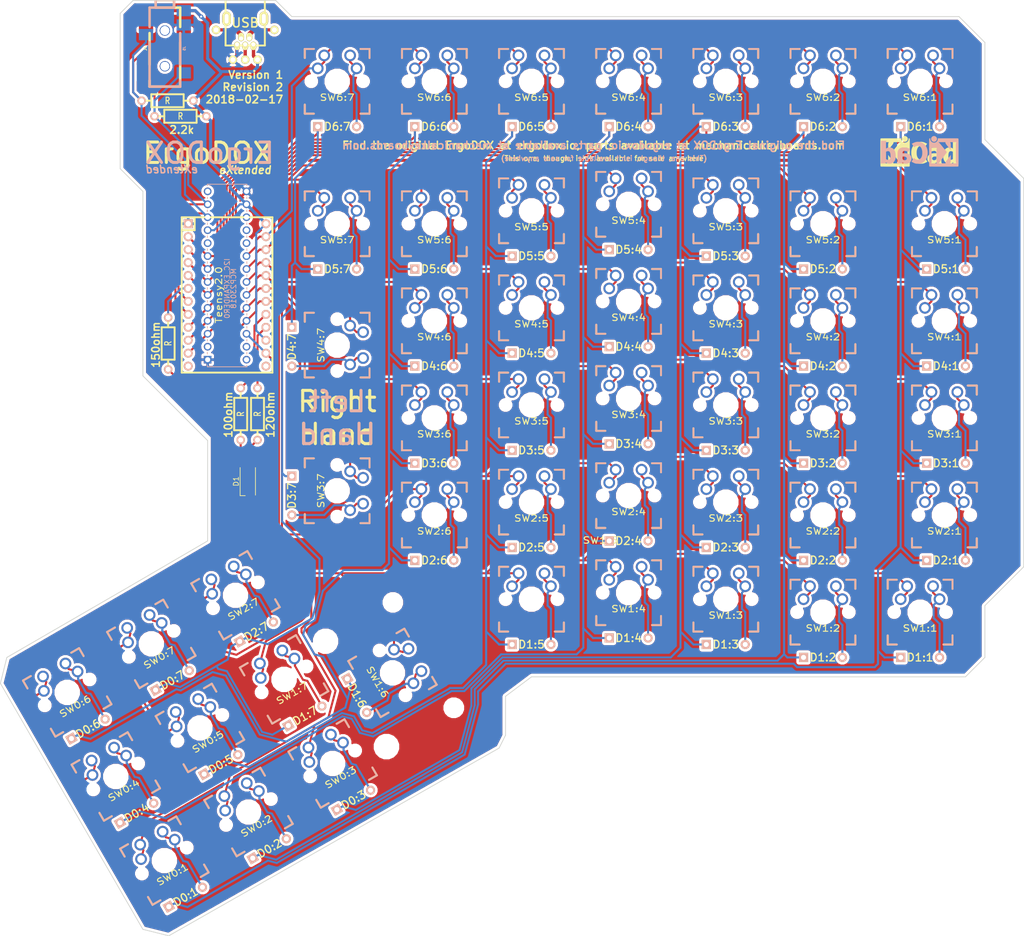
<source format=kicad_pcb>
(kicad_pcb (version 20171130) (host pcbnew "(2018-02-02 revision dc66b73a2)-makepkg")
  (layers (0 F.Cu signal hide) (31 B.Cu signal hide) (34 B.Paste user) (35 F.Paste user) (36 B.SilkS user) (37 F.SilkS user) (38 B.Mask user) (39 F.Mask user hide) (44 Edge.Cuts user))
  (net 0 "")
  (net 1 SCL)
  (net 2 SDA)
  (net 3 VCC)
  (net 4 GND)
  (net 5 Col0)
  (net 6 "Net-(D0:1-Pad1)")
  (net 7 "Net-(D0:2-Pad1)")
  (net 8 Col1)
  (net 9 Col2)
  (net 10 "Net-(D0:3-Pad1)")
  (net 11 "Net-(D0:4-Pad1)")
  (net 12 Col3)
  (net 13 Col4)
  (net 14 "Net-(D0:5-Pad1)")
  (net 15 Col5)
  (net 16 "Net-(D0:6-Pad1)")
  (net 17 "Net-(D0:7-Pad1)")
  (net 18 Col6)
  (net 19 "Net-(D1:1-Pad1)")
  (net 20 "Net-(D1:2-Pad1)")
  (net 21 "Net-(D1:3-Pad1)")
  (net 22 "Net-(D1:4-Pad1)")
  (net 23 "Net-(D1:5-Pad1)")
  (net 24 "Net-(D1:6-Pad1)")
  (net 25 "Net-(D1:7-Pad1)")
  (net 26 "Net-(D2:1-Pad1)")
  (net 27 "Net-(D2:2-Pad1)")
  (net 28 "Net-(D2:3-Pad1)")
  (net 29 "Net-(D2:4-Pad1)")
  (net 30 "Net-(D2:5-Pad1)")
  (net 31 "Net-(D2:6-Pad1)")
  (net 32 "Net-(D2:7-Pad1)")
  (net 33 "Net-(D3:1-Pad1)")
  (net 34 "Net-(D3:2-Pad1)")
  (net 35 "Net-(D3:3-Pad1)")
  (net 36 "Net-(D3:4-Pad1)")
  (net 37 "Net-(D3:5-Pad1)")
  (net 38 "Net-(D3:6-Pad1)")
  (net 39 "Net-(D3:7-Pad1)")
  (net 40 "Net-(D4:1-Pad1)")
  (net 41 "Net-(D4:2-Pad1)")
  (net 42 "Net-(D4:3-Pad1)")
  (net 43 "Net-(D4:4-Pad1)")
  (net 44 "Net-(D4:5-Pad1)")
  (net 45 "Net-(D4:6-Pad1)")
  (net 46 "Net-(D4:7-Pad1)")
  (net 47 "Net-(D5:1-Pad1)")
  (net 48 "Net-(D5:2-Pad1)")
  (net 49 "Net-(D5:3-Pad1)")
  (net 50 "Net-(D5:4-Pad1)")
  (net 51 "Net-(D5:5-Pad1)")
  (net 52 "Net-(D5:6-Pad1)")
  (net 53 "Net-(D5:7-Pad1)")
  (net 54 "Net-(D6:1-Pad1)")
  (net 55 "Net-(D6:2-Pad1)")
  (net 56 "Net-(D6:3-Pad1)")
  (net 57 "Net-(D6:4-Pad1)")
  (net 58 "Net-(D6:5-Pad1)")
  (net 59 "Net-(D6:6-Pad1)")
  (net 60 "Net-(D6:7-Pad1)")
  (net 61 Row0)
  (net 62 Row1)
  (net 63 Row2)
  (net 64 Row3)
  (net 65 Row4)
  (net 66 Row5)
  (net 67 Row6)
  (net 68 "Net-(I2C_EXPANDER0-Pad10)")
  (net 69 "Net-(I2C_EXPANDER0-Pad14)")
  (net 70 "Net-(I2C_EXPANDER0-Pad17)")
  (net 71 "Net-(I2C_EXPANDER0-Pad18)")
  (net 72 "Net-(I2C_EXPANDER0-Pad19)")
  (net 73 "Net-(I2C_EXPANDER0-Pad27)")
  (net 74 "Net-(I2C_EXPANDER0-Pad28)")
  (net 75 "Net-(Teensy2.0-Pad18)")
  (net 76 "Net-(Teensy2.0-Pad12)")
  (net 77 "Net-(USB1-Pad2)")
  (net 78 "Net-(USB1-Pad3)")
  (net 79 "Net-(USB1-Pad4)")
  (net 80 LED_G)
  (net 81 LED_B)
  (net 82 LED_R)
  (net 83 LED_PIN_G)
  (net 84 LED_PIN_B)
  (net 85 LED_PIN_R)
  (module Symbols:KiCad-Logo_6mm_SilkScreen (layer B.Cu) (at 224.663 43.561 180)
    (fp_text reference REF*** hide)
    (fp_text value KiCad-Logo_6mm_SilkScreen hide)
  )
  (module Keyboard:CHERRY_MX_DIODE (layer F.Cu) (at 83.314443 194.264409 210)
    (fp_text reference D0:1 (at 0 5.08 210) (layer F.SilkS) (effects (font (size 1.524 1.524) (thickness 0.254))))
    (fp_text value DIODE hide)
    (pad 2 thru_hole rect (at 3.81 5.08 210) (size 1.778 1.778) (drill 0.9906) (layers *.Cu *.SilkS *.Mask) (net 5 Col0))
    (pad 1 thru_hole circle (at -3.81 5.08 210) (size 1.778 1.778) (drill 0.9906) (layers *.Cu *.SilkS *.Mask) (net 6 "Net-(D0:1-Pad1)"))
  )
  (module footprint:RESISTOR (layer F.Cu) (at 91.567 95.123 90)
    (fp_text reference R4 hide)
    (fp_text value R (at 0 0 90) (layer F.SilkS) (effects (font (size 1.27 1.016) (thickness 0.2032))))
    (pad 1 thru_hole circle (at -5.08 0 90) (size 1.651 1.651) (drill 0.9906) (layers *.Cu *.SilkS *.Mask) (net 80 LED_G))
    (pad 2 thru_hole circle (at 5.08 0 90) (size 1.651 1.651) (drill 0.9906) (layers *.Cu *.SilkS *.Mask) (net 83 LED_PIN_G))
  )
  (module footprint:RESISTOR (layer F.Cu) (at 94.869 95.123 90)
    (fp_text reference R5 hide)
    (fp_text value R (at 0 0 90) (layer F.SilkS) (effects (font (size 1.27 1.016) (thickness 0.2032))))
    (pad 2 thru_hole circle (at 5.08 0 90) (size 1.651 1.651) (drill 0.9906) (layers *.Cu *.SilkS *.Mask) (net 84 LED_PIN_B))
    (pad 1 thru_hole circle (at -5.08 0 90) (size 1.651 1.651) (drill 0.9906) (layers *.Cu *.SilkS *.Mask) (net 81 LED_B))
  )
  (module footprint:RESISTOR (layer F.Cu) (at 77.343 81.28 90)
    (fp_text reference R3 hide)
    (fp_text value R (at 0 0 90) (layer F.SilkS) (effects (font (size 1.27 1.016) (thickness 0.2032))))
    (pad 1 thru_hole circle (at -5.08 0 90) (size 1.651 1.651) (drill 0.9906) (layers *.Cu *.SilkS *.Mask) (net 82 LED_R))
    (pad 2 thru_hole circle (at 5.08 0 90) (size 1.651 1.651) (drill 0.9906) (layers *.Cu *.SilkS *.Mask) (net 85 LED_PIN_R))
  )
  (module LEDs:LED_RGB_1210 (layer F.Cu) (at 92.964 108.331 90)
    (fp_text reference D1 (at 0 -2.3 90) (layer F.SilkS))
    (fp_text value LED_RCBG)
    (pad 3 smd rect (at 1.75 0.7 270) (size 1.5 1) (layers F.Cu F.Paste F.Mask) (net 81 LED_B))
    (pad 4 smd rect (at 1.75 -0.7 270) (size 1.5 1) (layers F.Cu F.Paste F.Mask) (net 80 LED_G))
    (pad 2 smd rect (at -1.75 0.7 270) (size 1.5 1) (layers F.Cu F.Paste F.Mask) (net 4 GND))
    (pad 1 smd rect (at -1.75 -0.7 270) (size 1.5 1) (layers F.Cu F.Paste F.Mask) (net 82 LED_R))
  )
  (module footprints:CHERRY_PCB_200H (layer F.Cu) (at 121.335888 145.905713 300)
    (fp_text reference SW1:6 (at 0.086898 3.460038 300) (layer F.SilkS) (effects (font (size 1.27 1.524) (thickness 0.2032))))
    (fp_text value SWITCH hide)
    (pad HOLE np_thru_hole circle (at 11.938 8.255 300) (size 3.9878 3.9878) (drill 3.9878) (layers *.Cu))
    (pad HOLE np_thru_hole circle (at -11.938 8.255 300) (size 3.9878 3.9878) (drill 3.9878) (layers *.Cu))
    (pad HOLE np_thru_hole circle (at 11.938 -6.984999 300) (size 3.048 3.048) (drill 3.048) (layers *.Cu))
    (pad HOLE np_thru_hole circle (at -11.938 -6.984999 300) (size 3.048 3.048) (drill 3.048) (layers *.Cu))
    (pad HOLE np_thru_hole circle (at 5.08 0 300) (size 1.7018 1.7018) (drill 1.7018) (layers *.Cu))
    (pad HOLE np_thru_hole circle (at -5.08 0 300) (size 1.7018 1.7018) (drill 1.7018) (layers *.Cu))
    (pad HOLE np_thru_hole circle (at 0 0 300) (size 3.9878 3.9878) (drill 3.9878) (layers *.Cu))
    (pad 1 thru_hole circle (at -3.81 -2.540001 300) (size 2.286 2.286) (drill 1.4986) (layers *.Cu *.Mask) (net 62 Row1))
    (pad 2 thru_hole circle (at 2.54 -5.08 300) (size 2.286 2.286) (drill 1.4986) (layers *.Cu *.Mask) (net 24 "Net-(D1:6-Pad1)"))
    (pad 1 thru_hole circle (at -2.54 -5.08 300) (size 2.286 2.286) (drill 1.4986) (layers *.Cu *.Mask) (net 62 Row1))
    (pad 2 thru_hole circle (at 3.81 -2.540001 300) (size 2.286 2.286) (drill 1.4986) (layers *.Cu *.Mask) (net 24 "Net-(D1:6-Pad1)"))
  )
  (module footprints:CHERRY_PCB_100H (layer F.Cu) (at 57.555036 149.734037 30)
    (fp_text reference SW0:6 (at 0 3.175 30) (layer F.SilkS) (effects (font (size 1.27 1.524) (thickness 0.2032))))
    (fp_text value SWITCH hide)
    (pad HOLE np_thru_hole circle (at 5.08 0 30) (size 1.7018 1.7018) (drill 1.7018) (layers *.Cu))
    (pad HOLE np_thru_hole circle (at -5.08 0 30) (size 1.7018 1.7018) (drill 1.7018) (layers *.Cu))
    (pad HOLE np_thru_hole circle (at 0 0 30) (size 3.9878 3.9878) (drill 3.9878) (layers *.Cu))
    (pad 1 thru_hole circle (at -3.81 -2.540001 30) (size 2.286 2.286) (drill 1.4986) (layers *.Cu *.Mask) (net 61 Row0))
    (pad 2 thru_hole circle (at 2.54 -5.08 30) (size 2.286 2.286) (drill 1.4986) (layers *.Cu *.Mask) (net 16 "Net-(D0:6-Pad1)"))
    (pad 1 thru_hole circle (at -2.54 -5.08 30) (size 2.286 2.286) (drill 1.4986) (layers *.Cu *.Mask) (net 61 Row0))
    (pad 2 thru_hole circle (at 3.81 -2.54 30) (size 2.286 2.286) (drill 1.4986) (layers *.Cu *.Mask) (net 16 "Net-(D0:6-Pad1)"))
  )
  (module footprints:CHERRY_PCB_100H (layer F.Cu) (at 76.605036 182.729605 30)
    (fp_text reference SW0:1 (at 0 3.175 30) (layer F.SilkS) (effects (font (size 1.27 1.524) (thickness 0.2032))))
    (fp_text value SWITCH hide)
    (pad HOLE np_thru_hole circle (at 5.08 0 30) (size 1.7018 1.7018) (drill 1.7018) (layers *.Cu))
    (pad HOLE np_thru_hole circle (at -5.08 0 30) (size 1.7018 1.7018) (drill 1.7018) (layers *.Cu))
    (pad HOLE np_thru_hole circle (at 0 0 30) (size 3.9878 3.9878) (drill 3.9878) (layers *.Cu))
    (pad 1 thru_hole circle (at -3.81 -2.540001 30) (size 2.286 2.286) (drill 1.4986) (layers *.Cu *.Mask) (net 61 Row0))
    (pad 2 thru_hole circle (at 2.54 -5.08 30) (size 2.286 2.286) (drill 1.4986) (layers *.Cu *.Mask) (net 6 "Net-(D0:1-Pad1)"))
    (pad 1 thru_hole circle (at -2.54 -5.08 30) (size 2.286 2.286) (drill 1.4986) (layers *.Cu *.Mask) (net 61 Row0))
    (pad 2 thru_hole circle (at 3.81 -2.54 30) (size 2.286 2.286) (drill 1.4986) (layers *.Cu *.Mask) (net 6 "Net-(D0:1-Pad1)"))
  )
  (module Keyboard:CHERRY_MX_DIODE (layer F.Cu) (at 205.74 147.955 180)
    (fp_text reference D1:2 (at 0 5.08 180) (layer F.SilkS) (effects (font (size 1.524 1.524) (thickness 0.254))))
    (fp_text value DIODE hide)
    (pad 1 thru_hole circle (at -3.81 5.08 180) (size 1.778 1.778) (drill 0.9906) (layers *.Cu *.SilkS *.Mask) (net 20 "Net-(D1:2-Pad1)"))
    (pad 2 thru_hole rect (at 3.81 5.08 180) (size 1.778 1.778) (drill 0.9906) (layers *.Cu *.SilkS *.Mask) (net 8 Col1))
  )
  (module footprint:USBMINImod (layer F.Cu) (at 92.456 15.8242 270)
    (fp_text reference USB1 hide)
    (fp_text value USB (at 2.54 0) (layer F.SilkS) (effects (font (size 1.778 1.778) (thickness 0.3048))))
    (fp_line (start 3.937 -1.905) (end 3.937 -5.715) (layer F.Cu) (width 0.6096))
    (fp_line (start 4.953 -0.889) (end 3.937 -1.905) (layer F.Cu) (width 0.6096))
    (fp_line (start 3.937 2.032) (end 3.937 5.715) (layer F.Cu) (width 0.6096))
    (fp_line (start 4.953 0.889) (end 3.937 2.032) (layer F.Cu) (width 0.6096))
    (fp_line (start 7.493 0) (end 9.779 0) (layer F.Cu) (width 0.6096))
    (fp_line (start 9.144 -1.651) (end 7.493 -1.651) (layer F.Cu) (width 0.6096))
    (fp_line (start 9.779 -2.413) (end 9.144 -1.651) (layer F.Cu) (width 0.6096))
    (fp_line (start 9.017 1.651) (end 7.493 1.651) (layer F.Cu) (width 0.6096))
    (fp_line (start 9.779 2.413) (end 9.017 1.651) (layer F.Cu) (width 0.6096))
    (pad 5 thru_hole circle (at 9.779 2.413 270) (size 1.651 1.651) (drill 0.9906) (layers *.Cu *.Mask F.SilkS) (net 4 GND))
    (pad 4 thru_hole circle (at 3.937 5.715 270) (size 1.651 1.651) (drill 0.9906) (layers *.Cu *.Mask F.SilkS) (net 79 "Net-(USB1-Pad4)"))
    (pad 3 thru_hole circle (at 9.779 0 270) (size 1.651 1.651) (drill 0.9906) (layers *.Cu *.Mask F.SilkS) (net 78 "Net-(USB1-Pad3)"))
    (pad 2 thru_hole circle (at 3.937 -5.715 270) (size 1.651 1.651) (drill 0.9906) (layers *.Cu *.Mask F.SilkS) (net 77 "Net-(USB1-Pad2)"))
    (pad 1 thru_hole circle (at 9.779 -2.413 270) (size 1.651 1.651) (drill 0.9906) (layers *.Cu *.Mask F.SilkS) (net 3 VCC))
    (pad 6 thru_hole oval (at 1.75006 -3.64744 270) (size 2.794 1.7018) (drill oval 1.905 0.762) (layers *.Cu *.Mask F.SilkS))
    (pad 6 thru_hole oval (at 1.75006 3.64744 270) (size 2.794 1.7018) (drill oval 1.905 0.762) (layers *.Cu *.Mask F.SilkS))
    (pad 5 thru_hole oval (at 6.79958 1.6002 270) (size 1.651 1.143) (drill 0.762 (offset 0.27432 0)) (layers *.Cu *.Mask F.SilkS) (net 4 GND))
    (pad 4 thru_hole oval (at 5.6007 0.8001 270) (size 1.651 1.143) (drill 0.762 (offset -0.27432 0)) (layers *.Cu *.Mask F.SilkS) (net 79 "Net-(USB1-Pad4)"))
    (pad 3 thru_hole oval (at 6.79958 0 270) (size 1.651 1.143) (drill 0.762 (offset 0.27432 0)) (layers *.Cu *.Mask F.SilkS) (net 78 "Net-(USB1-Pad3)"))
    (pad 2 thru_hole oval (at 5.6007 -0.8001 270) (size 1.651 1.143) (drill 0.762 (offset -0.27432 0)) (layers *.Cu *.Mask F.SilkS) (net 77 "Net-(USB1-Pad2)"))
    (pad 1 thru_hole oval (at 6.79958 -1.6002 270) (size 1.651 1.143) (drill 0.762 (offset 0.27432 0)) (layers *.Cu *.Mask F.SilkS) (net 3 VCC))
  )
  (module footprints:CHERRY_PCB_100H (layer F.Cu) (at 90.550604 130.684037 30)
    (fp_text reference SW2:7 (at 0 3.175 30) (layer F.SilkS) (effects (font (size 1.27 1.524) (thickness 0.2032))))
    (fp_text value SWITCH hide)
    (pad HOLE np_thru_hole circle (at 5.08 0 30) (size 1.7018 1.7018) (drill 1.7018) (layers *.Cu))
    (pad HOLE np_thru_hole circle (at -5.08 0 30) (size 1.7018 1.7018) (drill 1.7018) (layers *.Cu))
    (pad HOLE np_thru_hole circle (at 0 0 30) (size 3.9878 3.9878) (drill 3.9878) (layers *.Cu))
    (pad 1 thru_hole circle (at -3.81 -2.540001 30) (size 2.286 2.286) (drill 1.4986) (layers *.Cu *.Mask) (net 63 Row2))
    (pad 2 thru_hole circle (at 2.54 -5.08 30) (size 2.286 2.286) (drill 1.4986) (layers *.Cu *.Mask) (net 32 "Net-(D2:7-Pad1)"))
    (pad 1 thru_hole circle (at -2.54 -5.08 30) (size 2.286 2.286) (drill 1.4986) (layers *.Cu *.Mask) (net 63 Row2))
    (pad 2 thru_hole circle (at 3.81 -2.54 30) (size 2.286 2.286) (drill 1.4986) (layers *.Cu *.Mask) (net 32 "Net-(D2:7-Pad1)"))
  )
  (module footprints:CHERRY_PCB_100H (layer F.Cu) (at 74.05282 140.209037 30)
    (fp_text reference SW0:7 (at 0 3.175 30) (layer F.SilkS) (effects (font (size 1.27 1.524) (thickness 0.2032))))
    (fp_text value SWITCH hide)
    (pad HOLE np_thru_hole circle (at 5.08 0 30) (size 1.7018 1.7018) (drill 1.7018) (layers *.Cu))
    (pad HOLE np_thru_hole circle (at -5.08 0 30) (size 1.7018 1.7018) (drill 1.7018) (layers *.Cu))
    (pad HOLE np_thru_hole circle (at 0 0 30) (size 3.9878 3.9878) (drill 3.9878) (layers *.Cu))
    (pad 1 thru_hole circle (at -3.81 -2.540001 30) (size 2.286 2.286) (drill 1.4986) (layers *.Cu *.Mask) (net 61 Row0))
    (pad 2 thru_hole circle (at 2.54 -5.08 30) (size 2.286 2.286) (drill 1.4986) (layers *.Cu *.Mask) (net 17 "Net-(D0:7-Pad1)"))
    (pad 1 thru_hole circle (at -2.54 -5.08 30) (size 2.286 2.286) (drill 1.4986) (layers *.Cu *.Mask) (net 61 Row0))
    (pad 2 thru_hole circle (at 3.81 -2.54 30) (size 2.286 2.286) (drill 1.4986) (layers *.Cu *.Mask) (net 17 "Net-(D0:7-Pad1)"))
  )
  (module footprint:RESISTOR (layer F.Cu) (at 77.216 33.655)
    (fp_text reference R1 hide)
    (fp_text value R (at 0 0) (layer F.SilkS) (effects (font (size 1.27 1.016) (thickness 0.2032))))
    (pad 2 thru_hole circle (at 5.08 0) (size 1.651 1.651) (drill 0.9906) (layers *.Cu *.SilkS *.Mask) (net 3 VCC))
    (pad 1 thru_hole circle (at -5.08 0) (size 1.651 1.651) (drill 0.9906) (layers *.Cu *.SilkS *.Mask) (net 1 SCL))
  )
  (module footprints:CHERRY_PCB_100H (layer F.Cu) (at 109.600604 163.679605 30)
    (fp_text reference SW0:3 (at 0 3.175 30) (layer F.SilkS) (effects (font (size 1.27 1.524) (thickness 0.2032))))
    (fp_text value SWITCH hide)
    (pad HOLE np_thru_hole circle (at 5.08 0 30) (size 1.7018 1.7018) (drill 1.7018) (layers *.Cu))
    (pad HOLE np_thru_hole circle (at -5.08 0 30) (size 1.7018 1.7018) (drill 1.7018) (layers *.Cu))
    (pad HOLE np_thru_hole circle (at 0 0 30) (size 3.9878 3.9878) (drill 3.9878) (layers *.Cu))
    (pad 1 thru_hole circle (at -3.81 -2.540001 30) (size 2.286 2.286) (drill 1.4986) (layers *.Cu *.Mask) (net 61 Row0))
    (pad 2 thru_hole circle (at 2.54 -5.08 30) (size 2.286 2.286) (drill 1.4986) (layers *.Cu *.Mask) (net 10 "Net-(D0:3-Pad1)"))
    (pad 1 thru_hole circle (at -2.54 -5.08 30) (size 2.286 2.286) (drill 1.4986) (layers *.Cu *.Mask) (net 61 Row0))
    (pad 2 thru_hole circle (at 3.81 -2.54 30) (size 2.286 2.286) (drill 1.4986) (layers *.Cu *.Mask) (net 10 "Net-(D0:3-Pad1)"))
  )
  (module Keyboard:CHERRY_MX_DIODE (layer F.Cu) (at 116.268104 175.228054 210)
    (fp_text reference D0:3 (at 0 5.08 210) (layer F.SilkS) (effects (font (size 1.524 1.524) (thickness 0.254))))
    (fp_text value DIODE hide)
    (pad 1 thru_hole circle (at -3.81 5.08 210) (size 1.778 1.778) (drill 0.9906) (layers *.Cu *.SilkS *.Mask) (net 10 "Net-(D0:3-Pad1)"))
    (pad 2 thru_hole rect (at 3.81 5.08 210) (size 1.778 1.778) (drill 0.9906) (layers *.Cu *.SilkS *.Mask) (net 9 Col2))
  )
  (module footprints:CHERRY_PCB_100H (layer F.Cu) (at 93.10282 173.204605 30)
    (fp_text reference SW0:2 (at 0 3.175 30) (layer F.SilkS) (effects (font (size 1.27 1.524) (thickness 0.2032))))
    (fp_text value SWITCH hide)
    (pad HOLE np_thru_hole circle (at 5.08 0 30) (size 1.7018 1.7018) (drill 1.7018) (layers *.Cu))
    (pad HOLE np_thru_hole circle (at -5.08 0 30) (size 1.7018 1.7018) (drill 1.7018) (layers *.Cu))
    (pad HOLE np_thru_hole circle (at 0 0 30) (size 3.9878 3.9878) (drill 3.9878) (layers *.Cu))
    (pad 1 thru_hole circle (at -3.81 -2.540001 30) (size 2.286 2.286) (drill 1.4986) (layers *.Cu *.Mask) (net 61 Row0))
    (pad 2 thru_hole circle (at 2.54 -5.08 30) (size 2.286 2.286) (drill 1.4986) (layers *.Cu *.Mask) (net 7 "Net-(D0:2-Pad1)"))
    (pad 1 thru_hole circle (at -2.54 -5.08 30) (size 2.286 2.286) (drill 1.4986) (layers *.Cu *.Mask) (net 61 Row0))
    (pad 2 thru_hole circle (at 3.81 -2.54 30) (size 2.286 2.286) (drill 1.4986) (layers *.Cu *.Mask) (net 7 "Net-(D0:2-Pad1)"))
  )
  (module footprints:CHERRY_PCB_100H (layer F.Cu) (at 186.69 55.245)
    (fp_text reference SW5:3 (at 0 3.175) (layer F.SilkS) (effects (font (size 1.27 1.524) (thickness 0.2032))))
    (fp_text value SWITCH hide)
    (pad HOLE np_thru_hole circle (at 5.08 0) (size 1.7018 1.7018) (drill 1.7018) (layers *.Cu))
    (pad HOLE np_thru_hole circle (at -5.08 0) (size 1.7018 1.7018) (drill 1.7018) (layers *.Cu))
    (pad HOLE np_thru_hole circle (at 0 0) (size 3.9878 3.9878) (drill 3.9878) (layers *.Cu))
    (pad 1 thru_hole circle (at -3.81 -2.54) (size 2.286 2.286) (drill 1.4986) (layers *.Cu *.Mask) (net 66 Row5))
    (pad 2 thru_hole circle (at 2.54 -5.08) (size 2.286 2.286) (drill 1.4986) (layers *.Cu *.Mask) (net 49 "Net-(D5:3-Pad1)"))
    (pad 1 thru_hole circle (at -2.54 -5.08) (size 2.286 2.286) (drill 1.4986) (layers *.Cu *.Mask) (net 66 Row5))
    (pad 2 thru_hole circle (at 3.81 -2.54) (size 2.286 2.286) (drill 1.4986) (layers *.Cu *.Mask) (net 49 "Net-(D5:3-Pad1)"))
  )
  (module footprints:CHERRY_PCB_100H (layer F.Cu) (at 110.49 57.785)
    (fp_text reference SW5:7 (at 0 3.175) (layer F.SilkS) (effects (font (size 1.27 1.524) (thickness 0.2032))))
    (fp_text value SWITCH hide)
    (pad HOLE np_thru_hole circle (at 5.08 0) (size 1.7018 1.7018) (drill 1.7018) (layers *.Cu))
    (pad HOLE np_thru_hole circle (at -5.08 0) (size 1.7018 1.7018) (drill 1.7018) (layers *.Cu))
    (pad HOLE np_thru_hole circle (at 0 0) (size 3.9878 3.9878) (drill 3.9878) (layers *.Cu))
    (pad 1 thru_hole circle (at -3.81 -2.54) (size 2.286 2.286) (drill 1.4986) (layers *.Cu *.Mask) (net 66 Row5))
    (pad 2 thru_hole circle (at 2.54 -5.08) (size 2.286 2.286) (drill 1.4986) (layers *.Cu *.Mask) (net 53 "Net-(D5:7-Pad1)"))
    (pad 1 thru_hole circle (at -2.54 -5.08) (size 2.286 2.286) (drill 1.4986) (layers *.Cu *.Mask) (net 66 Row5))
    (pad 2 thru_hole circle (at 3.81 -2.54) (size 2.286 2.286) (drill 1.4986) (layers *.Cu *.Mask) (net 53 "Net-(D5:7-Pad1)"))
  )
  (module Keyboard:CHERRY_MX_DIODE (layer F.Cu) (at 96.52 111.125 90)
    (fp_text reference D3:7 (at 0 5.08 90) (layer F.SilkS) (effects (font (size 1.524 1.524) (thickness 0.254))))
    (fp_text value DIODE hide)
    (pad 2 thru_hole rect (at 3.81 5.08 90) (size 1.778 1.778) (drill 0.9906) (layers *.Cu *.SilkS *.Mask) (net 18 Col6))
    (pad 1 thru_hole circle (at -3.81 5.08 90) (size 1.778 1.778) (drill 0.9906) (layers *.Cu *.SilkS *.Mask) (net 39 "Net-(D3:7-Pad1)"))
  )
  (module Keyboard:CHERRY_MX_DIODE (layer F.Cu) (at 229.87 90.805 180)
    (fp_text reference D4:1 (at 0 5.08 180) (layer F.SilkS) (effects (font (size 1.524 1.524) (thickness 0.254))))
    (fp_text value DIODE hide)
    (pad 1 thru_hole circle (at -3.81 5.08 180) (size 1.778 1.778) (drill 0.9906) (layers *.Cu *.SilkS *.Mask) (net 40 "Net-(D4:1-Pad1)"))
    (pad 2 thru_hole rect (at 3.81 5.08 180) (size 1.778 1.778) (drill 0.9906) (layers *.Cu *.SilkS *.Mask) (net 5 Col0))
  )
  (module Keyboard:CHERRY_MX_DIODE (layer F.Cu) (at 205.74 90.805 180)
    (fp_text reference D4:2 (at 0 5.08 180) (layer F.SilkS) (effects (font (size 1.524 1.524) (thickness 0.254))))
    (fp_text value DIODE hide)
    (pad 2 thru_hole rect (at 3.81 5.08 180) (size 1.778 1.778) (drill 0.9906) (layers *.Cu *.SilkS *.Mask) (net 8 Col1))
    (pad 1 thru_hole circle (at -3.81 5.08 180) (size 1.778 1.778) (drill 0.9906) (layers *.Cu *.SilkS *.Mask) (net 41 "Net-(D4:2-Pad1)"))
  )
  (module Keyboard:CHERRY_MX_DIODE (layer F.Cu) (at 186.69 88.265 180)
    (fp_text reference D4:3 (at 0 5.08 180) (layer F.SilkS) (effects (font (size 1.524 1.524) (thickness 0.254))))
    (fp_text value DIODE hide)
    (pad 1 thru_hole circle (at -3.81 5.08 180) (size 1.778 1.778) (drill 0.9906) (layers *.Cu *.SilkS *.Mask) (net 42 "Net-(D4:3-Pad1)"))
    (pad 2 thru_hole rect (at 3.81 5.08 180) (size 1.778 1.778) (drill 0.9906) (layers *.Cu *.SilkS *.Mask) (net 9 Col2))
  )
  (module Keyboard:CHERRY_MX_DIODE (layer F.Cu) (at 167.64 86.995 180)
    (fp_text reference D4:4 (at 0 5.08 180) (layer F.SilkS) (effects (font (size 1.524 1.524) (thickness 0.254))))
    (fp_text value DIODE hide)
    (pad 2 thru_hole rect (at 3.81 5.08 180) (size 1.778 1.778) (drill 0.9906) (layers *.Cu *.SilkS *.Mask) (net 12 Col3))
    (pad 1 thru_hole circle (at -3.81 5.08 180) (size 1.778 1.778) (drill 0.9906) (layers *.Cu *.SilkS *.Mask) (net 43 "Net-(D4:4-Pad1)"))
  )
  (module Keyboard:CHERRY_MX_DIODE (layer F.Cu) (at 148.59 88.265 180)
    (fp_text reference D4:5 (at 0 5.08 180) (layer F.SilkS) (effects (font (size 1.524 1.524) (thickness 0.254))))
    (fp_text value DIODE hide)
    (pad 1 thru_hole circle (at -3.81 5.08 180) (size 1.778 1.778) (drill 0.9906) (layers *.Cu *.SilkS *.Mask) (net 44 "Net-(D4:5-Pad1)"))
    (pad 2 thru_hole rect (at 3.81 5.08 180) (size 1.778 1.778) (drill 0.9906) (layers *.Cu *.SilkS *.Mask) (net 13 Col4))
  )
  (module Keyboard:CHERRY_MX_DIODE (layer F.Cu) (at 129.54 90.805 180)
    (fp_text reference D4:6 (at 0 5.08 180) (layer F.SilkS) (effects (font (size 1.524 1.524) (thickness 0.254))))
    (fp_text value DIODE hide)
    (pad 2 thru_hole rect (at 3.81 5.08 180) (size 1.778 1.778) (drill 0.9906) (layers *.Cu *.SilkS *.Mask) (net 15 Col5))
    (pad 1 thru_hole circle (at -3.81 5.08 180) (size 1.778 1.778) (drill 0.9906) (layers *.Cu *.SilkS *.Mask) (net 45 "Net-(D4:6-Pad1)"))
  )
  (module Keyboard:CHERRY_MX_DIODE (layer F.Cu) (at 96.52 81.915 90)
    (fp_text reference D4:7 (at 0 5.08 90) (layer F.SilkS) (effects (font (size 1.524 1.524) (thickness 0.254))))
    (fp_text value DIODE hide)
    (pad 1 thru_hole circle (at -3.81 5.08 90) (size 1.778 1.778) (drill 0.9906) (layers *.Cu *.SilkS *.Mask) (net 46 "Net-(D4:7-Pad1)"))
    (pad 2 thru_hole rect (at 3.81 5.08 90) (size 1.778 1.778) (drill 0.9906) (layers *.Cu *.SilkS *.Mask) (net 18 Col6))
  )
  (module Keyboard:CHERRY_MX_DIODE (layer F.Cu) (at 229.87 71.755 180)
    (fp_text reference D5:1 (at 0 5.08 180) (layer F.SilkS) (effects (font (size 1.524 1.524) (thickness 0.254))))
    (fp_text value DIODE hide)
    (pad 2 thru_hole rect (at 3.81 5.08 180) (size 1.778 1.778) (drill 0.9906) (layers *.Cu *.SilkS *.Mask) (net 5 Col0))
    (pad 1 thru_hole circle (at -3.81 5.08 180) (size 1.778 1.778) (drill 0.9906) (layers *.Cu *.SilkS *.Mask) (net 47 "Net-(D5:1-Pad1)"))
  )
  (module Keyboard:CHERRY_MX_DIODE (layer F.Cu) (at 205.74 71.755 180)
    (fp_text reference D5:2 (at 0 5.08 180) (layer F.SilkS) (effects (font (size 1.524 1.524) (thickness 0.254))))
    (fp_text value DIODE hide)
    (pad 1 thru_hole circle (at -3.81 5.08 180) (size 1.778 1.778) (drill 0.9906) (layers *.Cu *.SilkS *.Mask) (net 48 "Net-(D5:2-Pad1)"))
    (pad 2 thru_hole rect (at 3.81 5.08 180) (size 1.778 1.778) (drill 0.9906) (layers *.Cu *.SilkS *.Mask) (net 8 Col1))
  )
  (module Keyboard:CHERRY_MX_DIODE (layer F.Cu) (at 186.69 69.215 180)
    (fp_text reference D5:3 (at 0 5.08 180) (layer F.SilkS) (effects (font (size 1.524 1.524) (thickness 0.254))))
    (fp_text value DIODE hide)
    (pad 2 thru_hole rect (at 3.81 5.08 180) (size 1.778 1.778) (drill 0.9906) (layers *.Cu *.SilkS *.Mask) (net 9 Col2))
    (pad 1 thru_hole circle (at -3.81 5.08 180) (size 1.778 1.778) (drill 0.9906) (layers *.Cu *.SilkS *.Mask) (net 49 "Net-(D5:3-Pad1)"))
  )
  (module Keyboard:CHERRY_MX_DIODE (layer F.Cu) (at 148.59 107.315 180)
    (fp_text reference D3:5 (at 0 5.08 180) (layer F.SilkS) (effects (font (size 1.524 1.524) (thickness 0.254))))
    (fp_text value DIODE hide)
    (pad 1 thru_hole circle (at -3.81 5.08 180) (size 1.778 1.778) (drill 0.9906) (layers *.Cu *.SilkS *.Mask) (net 37 "Net-(D3:5-Pad1)"))
    (pad 2 thru_hole rect (at 3.81 5.08 180) (size 1.778 1.778) (drill 0.9906) (layers *.Cu *.SilkS *.Mask) (net 13 Col4))
  )
  (module Keyboard:CHERRY_MX_DIODE (layer F.Cu) (at 148.59 69.215 180)
    (fp_text reference D5:5 (at 0 5.08 180) (layer F.SilkS) (effects (font (size 1.524 1.524) (thickness 0.254))))
    (fp_text value DIODE hide)
    (pad 2 thru_hole rect (at 3.81 5.08 180) (size 1.778 1.778) (drill 0.9906) (layers *.Cu *.SilkS *.Mask) (net 13 Col4))
    (pad 1 thru_hole circle (at -3.81 5.08 180) (size 1.778 1.778) (drill 0.9906) (layers *.Cu *.SilkS *.Mask) (net 51 "Net-(D5:5-Pad1)"))
  )
  (module Keyboard:CHERRY_MX_DIODE (layer F.Cu) (at 129.54 71.755 180)
    (fp_text reference D5:6 (at 0 5.08 180) (layer F.SilkS) (effects (font (size 1.524 1.524) (thickness 0.254))))
    (fp_text value DIODE hide)
    (pad 1 thru_hole circle (at -3.81 5.08 180) (size 1.778 1.778) (drill 0.9906) (layers *.Cu *.SilkS *.Mask) (net 52 "Net-(D5:6-Pad1)"))
    (pad 2 thru_hole rect (at 3.81 5.08 180) (size 1.778 1.778) (drill 0.9906) (layers *.Cu *.SilkS *.Mask) (net 15 Col5))
  )
  (module Keyboard:CHERRY_MX_DIODE (layer F.Cu) (at 110.49 71.755 180)
    (fp_text reference D5:7 (at 0 5.08 180) (layer F.SilkS) (effects (font (size 1.524 1.524) (thickness 0.254))))
    (fp_text value DIODE hide)
    (pad 2 thru_hole rect (at 3.81 5.08 180) (size 1.778 1.778) (drill 0.9906) (layers *.Cu *.SilkS *.Mask) (net 18 Col6))
    (pad 1 thru_hole circle (at -3.81 5.08 180) (size 1.778 1.778) (drill 0.9906) (layers *.Cu *.SilkS *.Mask) (net 53 "Net-(D5:7-Pad1)"))
  )
  (module Keyboard:CHERRY_MX_DIODE (layer F.Cu) (at 224.79 43.815 180)
    (fp_text reference D6:1 (at 0 5.08 180) (layer F.SilkS) (effects (font (size 1.524 1.524) (thickness 0.254))))
    (fp_text value DIODE hide)
    (pad 1 thru_hole circle (at -3.81 5.08 180) (size 1.778 1.778) (drill 0.9906) (layers *.Cu *.SilkS *.Mask) (net 54 "Net-(D6:1-Pad1)"))
    (pad 2 thru_hole rect (at 3.81 5.08 180) (size 1.778 1.778) (drill 0.9906) (layers *.Cu *.SilkS *.Mask) (net 5 Col0))
  )
  (module Keyboard:CHERRY_MX_DIODE (layer F.Cu) (at 205.74 43.815 180)
    (fp_text reference D6:2 (at 0 5.08 180) (layer F.SilkS) (effects (font (size 1.524 1.524) (thickness 0.254))))
    (fp_text value DIODE hide)
    (pad 2 thru_hole rect (at 3.81 5.08 180) (size 1.778 1.778) (drill 0.9906) (layers *.Cu *.SilkS *.Mask) (net 8 Col1))
    (pad 1 thru_hole circle (at -3.81 5.08 180) (size 1.778 1.778) (drill 0.9906) (layers *.Cu *.SilkS *.Mask) (net 55 "Net-(D6:2-Pad1)"))
  )
  (module Keyboard:CHERRY_MX_DIODE (layer F.Cu) (at 186.69 43.815 180)
    (fp_text reference D6:3 (at 0 5.08 180) (layer F.SilkS) (effects (font (size 1.524 1.524) (thickness 0.254))))
    (fp_text value DIODE hide)
    (pad 1 thru_hole circle (at -3.81 5.08 180) (size 1.778 1.778) (drill 0.9906) (layers *.Cu *.SilkS *.Mask) (net 56 "Net-(D6:3-Pad1)"))
    (pad 2 thru_hole rect (at 3.81 5.08 180) (size 1.778 1.778) (drill 0.9906) (layers *.Cu *.SilkS *.Mask) (net 9 Col2))
  )
  (module Keyboard:CHERRY_MX_DIODE (layer F.Cu) (at 167.64 43.815 180)
    (fp_text reference D6:4 (at 0 5.08 180) (layer F.SilkS) (effects (font (size 1.524 1.524) (thickness 0.254))))
    (fp_text value DIODE hide)
    (pad 2 thru_hole rect (at 3.81 5.08 180) (size 1.778 1.778) (drill 0.9906) (layers *.Cu *.SilkS *.Mask) (net 12 Col3))
    (pad 1 thru_hole circle (at -3.81 5.08 180) (size 1.778 1.778) (drill 0.9906) (layers *.Cu *.SilkS *.Mask) (net 57 "Net-(D6:4-Pad1)"))
  )
  (module Keyboard:CHERRY_MX_DIODE (layer F.Cu) (at 148.59 43.815 180)
    (fp_text reference D6:5 (at 0 5.08 180) (layer F.SilkS) (effects (font (size 1.524 1.524) (thickness 0.254))))
    (fp_text value DIODE hide)
    (pad 1 thru_hole circle (at -3.81 5.08 180) (size 1.778 1.778) (drill 0.9906) (layers *.Cu *.SilkS *.Mask) (net 58 "Net-(D6:5-Pad1)"))
    (pad 2 thru_hole rect (at 3.81 5.08 180) (size 1.778 1.778) (drill 0.9906) (layers *.Cu *.SilkS *.Mask) (net 13 Col4))
  )
  (module Keyboard:CHERRY_MX_DIODE (layer F.Cu) (at 129.54 43.815 180)
    (fp_text reference D6:6 (at 0 5.08 180) (layer F.SilkS) (effects (font (size 1.524 1.524) (thickness 0.254))))
    (fp_text value DIODE hide)
    (pad 2 thru_hole rect (at 3.81 5.08 180) (size 1.778 1.778) (drill 0.9906) (layers *.Cu *.SilkS *.Mask) (net 15 Col5))
    (pad 1 thru_hole circle (at -3.81 5.08 180) (size 1.778 1.778) (drill 0.9906) (layers *.Cu *.SilkS *.Mask) (net 59 "Net-(D6:6-Pad1)"))
  )
  (module Keyboard:CHERRY_MX_DIODE (layer F.Cu) (at 110.49 43.815 180)
    (fp_text reference D6:7 (at 0 5.08 180) (layer F.SilkS) (effects (font (size 1.524 1.524) (thickness 0.254))))
    (fp_text value DIODE hide)
    (pad 1 thru_hole circle (at -3.81 5.08 180) (size 1.778 1.778) (drill 0.9906) (layers *.Cu *.SilkS *.Mask) (net 60 "Net-(D6:7-Pad1)"))
    (pad 2 thru_hole rect (at 3.81 5.08 180) (size 1.778 1.778) (drill 0.9906) (layers *.Cu *.SilkS *.Mask) (net 18 Col6))
  )
  (module Keyboard:CHERRY_MX_DIODE (layer F.Cu) (at 167.64 67.945 180)
    (fp_text reference D5:4 (at 0 5.08 180) (layer F.SilkS) (effects (font (size 1.524 1.524) (thickness 0.254))))
    (fp_text value DIODE hide)
    (pad 1 thru_hole circle (at -3.81 5.08 180) (size 1.778 1.778) (drill 0.9906) (layers *.Cu *.SilkS *.Mask) (net 50 "Net-(D5:4-Pad1)"))
    (pad 2 thru_hole rect (at 3.81 5.08 180) (size 1.778 1.778) (drill 0.9906) (layers *.Cu *.SilkS *.Mask) (net 12 Col3))
  )
  (module Keyboard:CHERRY_MX_DIODE (layer F.Cu) (at 129.54 109.855 180)
    (fp_text reference D3:6 (at 0 5.08 180) (layer F.SilkS) (effects (font (size 1.524 1.524) (thickness 0.254))))
    (fp_text value DIODE hide)
    (pad 2 thru_hole rect (at 3.81 5.08 180) (size 1.778 1.778) (drill 0.9906) (layers *.Cu *.SilkS *.Mask) (net 15 Col5))
    (pad 1 thru_hole circle (at -3.81 5.08 180) (size 1.778 1.778) (drill 0.9906) (layers *.Cu *.SilkS *.Mask) (net 38 "Net-(D3:6-Pad1)"))
  )
  (module Keyboard:CHERRY_MX_DIODE (layer F.Cu) (at 73.747536 177.78027 210)
    (fp_text reference D0:4 (at 0 5.08 210) (layer F.SilkS) (effects (font (size 1.524 1.524) (thickness 0.254))))
    (fp_text value DIODE hide)
    (pad 2 thru_hole rect (at 3.81 5.08 210) (size 1.778 1.778) (drill 0.9906) (layers *.Cu *.SilkS *.Mask) (net 12 Col3))
    (pad 1 thru_hole circle (at -3.81 5.08 210) (size 1.778 1.778) (drill 0.9906) (layers *.Cu *.SilkS *.Mask) (net 11 "Net-(D0:4-Pad1)"))
  )
  (module Keyboard:CHERRY_MX_DIODE (layer F.Cu) (at 90.24532 168.25527 210)
    (fp_text reference D0:5 (at 0 5.08 210) (layer F.SilkS) (effects (font (size 1.524 1.524) (thickness 0.254))))
    (fp_text value DIODE hide)
    (pad 1 thru_hole circle (at -3.81 5.08 210) (size 1.778 1.778) (drill 0.9906) (layers *.Cu *.SilkS *.Mask) (net 14 "Net-(D0:5-Pad1)"))
    (pad 2 thru_hole rect (at 3.81 5.08 210) (size 1.778 1.778) (drill 0.9906) (layers *.Cu *.SilkS *.Mask) (net 13 Col4))
  )
  (module Keyboard:CHERRY_MX_DIODE (layer F.Cu) (at 64.222536 161.282486 210)
    (fp_text reference D0:6 (at 0 5.08 210) (layer F.SilkS) (effects (font (size 1.524 1.524) (thickness 0.254))))
    (fp_text value DIODE hide)
    (pad 2 thru_hole rect (at 3.81 5.08 210) (size 1.778 1.778) (drill 0.9906) (layers *.Cu *.SilkS *.Mask) (net 15 Col5))
    (pad 1 thru_hole circle (at -3.81 5.08 210) (size 1.778 1.778) (drill 0.9906) (layers *.Cu *.SilkS *.Mask) (net 16 "Net-(D0:6-Pad1)"))
  )
  (module Keyboard:CHERRY_MX_DIODE (layer F.Cu) (at 80.72032 151.757486 210)
    (fp_text reference D0:7 (at 0 5.08 210) (layer F.SilkS) (effects (font (size 1.524 1.524) (thickness 0.254))))
    (fp_text value DIODE hide)
    (pad 1 thru_hole circle (at -3.81 5.08 210) (size 1.778 1.778) (drill 0.9906) (layers *.Cu *.SilkS *.Mask) (net 17 "Net-(D0:7-Pad1)"))
    (pad 2 thru_hole rect (at 3.81 5.08 210) (size 1.778 1.778) (drill 0.9906) (layers *.Cu *.SilkS *.Mask) (net 18 Col6))
  )
  (module Keyboard:CHERRY_MX_DIODE (layer F.Cu) (at 224.79 147.955 180)
    (fp_text reference D1:1 (at 0 5.08 180) (layer F.SilkS) (effects (font (size 1.524 1.524) (thickness 0.254))))
    (fp_text value DIODE hide)
    (pad 2 thru_hole rect (at 3.81 5.08 180) (size 1.778 1.778) (drill 0.9906) (layers *.Cu *.SilkS *.Mask) (net 5 Col0))
    (pad 1 thru_hole circle (at -3.81 5.08 180) (size 1.778 1.778) (drill 0.9906) (layers *.Cu *.SilkS *.Mask) (net 19 "Net-(D1:1-Pad1)"))
  )
  (module Keyboard:CHERRY_MX_DIODE (layer F.Cu) (at 186.69 145.415 180)
    (fp_text reference D1:3 (at 0 5.08 180) (layer F.SilkS) (effects (font (size 1.524 1.524) (thickness 0.254))))
    (fp_text value DIODE hide)
    (pad 2 thru_hole rect (at 3.81 5.08 180) (size 1.778 1.778) (drill 0.9906) (layers *.Cu *.SilkS *.Mask) (net 9 Col2))
    (pad 1 thru_hole circle (at -3.81 5.08 180) (size 1.778 1.778) (drill 0.9906) (layers *.Cu *.SilkS *.Mask) (net 21 "Net-(D1:3-Pad1)"))
  )
  (module Keyboard:CHERRY_MX_DIODE (layer F.Cu) (at 167.64 144.145 180)
    (fp_text reference D1:4 (at 0 5.08 180) (layer F.SilkS) (effects (font (size 1.524 1.524) (thickness 0.254))))
    (fp_text value DIODE hide)
    (pad 1 thru_hole circle (at -3.81 5.08 180) (size 1.778 1.778) (drill 0.9906) (layers *.Cu *.SilkS *.Mask) (net 22 "Net-(D1:4-Pad1)"))
    (pad 2 thru_hole rect (at 3.81 5.08 180) (size 1.778 1.778) (drill 0.9906) (layers *.Cu *.SilkS *.Mask) (net 12 Col3))
  )
  (module Keyboard:CHERRY_MX_DIODE (layer F.Cu) (at 148.59 145.415 180)
    (fp_text reference D1:5 (at 0 5.08 180) (layer F.SilkS) (effects (font (size 1.524 1.524) (thickness 0.254))))
    (fp_text value DIODE hide)
    (pad 2 thru_hole rect (at 3.81 5.08 180) (size 1.778 1.778) (drill 0.9906) (layers *.Cu *.SilkS *.Mask) (net 13 Col4))
    (pad 1 thru_hole circle (at -3.81 5.08 180) (size 1.778 1.778) (drill 0.9906) (layers *.Cu *.SilkS *.Mask) (net 23 "Net-(D1:5-Pad1)"))
  )
  (module Keyboard:CHERRY_MX_DIODE (layer F.Cu) (at 109.977939 152.903169 120)
    (fp_text reference D1:6 (at 0 5.08 120) (layer F.SilkS) (effects (font (size 1.524 1.524) (thickness 0.254))))
    (fp_text value DIODE hide)
    (pad 1 thru_hole circle (at -3.81 5.08 120) (size 1.778 1.778) (drill 0.9906) (layers *.Cu *.SilkS *.Mask) (net 24 "Net-(D1:6-Pad1)"))
    (pad 2 thru_hole rect (at 3.81 5.08 120) (size 1.778 1.778) (drill 0.9906) (layers *.Cu *.SilkS *.Mask) (net 15 Col5))
  )
  (module Keyboard:CHERRY_MX_DIODE (layer F.Cu) (at 99.77032 184.753054 210)
    (fp_text reference D0:2 (at 0 5.08 210) (layer F.SilkS) (effects (font (size 1.524 1.524) (thickness 0.254))))
    (fp_text value DIODE hide)
    (pad 2 thru_hole rect (at 3.81 5.08 210) (size 1.778 1.778) (drill 0.9906) (layers *.Cu *.SilkS *.Mask) (net 8 Col1))
    (pad 1 thru_hole circle (at -3.81 5.08 210) (size 1.778 1.778) (drill 0.9906) (layers *.Cu *.SilkS *.Mask) (net 7 "Net-(D0:2-Pad1)"))
  )
  (module Keyboard:CHERRY_MX_DIODE (layer F.Cu) (at 229.87 128.905 180)
    (fp_text reference D2:1 (at 0 5.08 180) (layer F.SilkS) (effects (font (size 1.524 1.524) (thickness 0.254))))
    (fp_text value DIODE hide)
    (pad 1 thru_hole circle (at -3.81 5.08 180) (size 1.778 1.778) (drill 0.9906) (layers *.Cu *.SilkS *.Mask) (net 26 "Net-(D2:1-Pad1)"))
    (pad 2 thru_hole rect (at 3.81 5.08 180) (size 1.778 1.778) (drill 0.9906) (layers *.Cu *.SilkS *.Mask) (net 5 Col0))
  )
  (module Keyboard:CHERRY_MX_DIODE (layer F.Cu) (at 205.74 128.905 180)
    (fp_text reference D2:2 (at 0 5.08 180) (layer F.SilkS) (effects (font (size 1.524 1.524) (thickness 0.254))))
    (fp_text value DIODE hide)
    (pad 2 thru_hole rect (at 3.81 5.08 180) (size 1.778 1.778) (drill 0.9906) (layers *.Cu *.SilkS *.Mask) (net 8 Col1))
    (pad 1 thru_hole circle (at -3.81 5.08 180) (size 1.778 1.778) (drill 0.9906) (layers *.Cu *.SilkS *.Mask) (net 27 "Net-(D2:2-Pad1)"))
  )
  (module Keyboard:CHERRY_MX_DIODE (layer F.Cu) (at 186.69 126.365 180)
    (fp_text reference D2:3 (at 0 5.08 180) (layer F.SilkS) (effects (font (size 1.524 1.524) (thickness 0.254))))
    (fp_text value DIODE hide)
    (pad 1 thru_hole circle (at -3.81 5.08 180) (size 1.778 1.778) (drill 0.9906) (layers *.Cu *.SilkS *.Mask) (net 28 "Net-(D2:3-Pad1)"))
    (pad 2 thru_hole rect (at 3.81 5.08 180) (size 1.778 1.778) (drill 0.9906) (layers *.Cu *.SilkS *.Mask) (net 9 Col2))
  )
  (module Keyboard:CHERRY_MX_DIODE (layer F.Cu) (at 167.64 125.095 180)
    (fp_text reference D2:4 (at 0 5.08 180) (layer F.SilkS) (effects (font (size 1.524 1.524) (thickness 0.254))))
    (fp_text value DIODE hide)
    (pad 2 thru_hole rect (at 3.81 5.08 180) (size 1.778 1.778) (drill 0.9906) (layers *.Cu *.SilkS *.Mask) (net 12 Col3))
    (pad 1 thru_hole circle (at -3.81 5.08 180) (size 1.778 1.778) (drill 0.9906) (layers *.Cu *.SilkS *.Mask) (net 29 "Net-(D2:4-Pad1)"))
  )
  (module Keyboard:CHERRY_MX_DIODE (layer F.Cu) (at 148.59 126.365 180)
    (fp_text reference D2:5 (at 0 5.08 180) (layer F.SilkS) (effects (font (size 1.524 1.524) (thickness 0.254))))
    (fp_text value DIODE hide)
    (pad 1 thru_hole circle (at -3.81 5.08 180) (size 1.778 1.778) (drill 0.9906) (layers *.Cu *.SilkS *.Mask) (net 30 "Net-(D2:5-Pad1)"))
    (pad 2 thru_hole rect (at 3.81 5.08 180) (size 1.778 1.778) (drill 0.9906) (layers *.Cu *.SilkS *.Mask) (net 13 Col4))
  )
  (module Keyboard:CHERRY_MX_DIODE (layer F.Cu) (at 129.54 128.905 180)
    (fp_text reference D2:6 (at 0 5.08 180) (layer F.SilkS) (effects (font (size 1.524 1.524) (thickness 0.254))))
    (fp_text value DIODE hide)
    (pad 2 thru_hole rect (at 3.81 5.08 180) (size 1.778 1.778) (drill 0.9906) (layers *.Cu *.SilkS *.Mask) (net 15 Col5))
    (pad 1 thru_hole circle (at -3.81 5.08 180) (size 1.778 1.778) (drill 0.9906) (layers *.Cu *.SilkS *.Mask) (net 31 "Net-(D2:6-Pad1)"))
  )
  (module Keyboard:CHERRY_MX_DIODE (layer F.Cu) (at 97.218104 142.232486 210)
    (fp_text reference D2:7 (at 0 5.08 210) (layer F.SilkS) (effects (font (size 1.524 1.524) (thickness 0.254))))
    (fp_text value DIODE hide)
    (pad 1 thru_hole circle (at -3.81 5.08 210) (size 1.778 1.778) (drill 0.9906) (layers *.Cu *.SilkS *.Mask) (net 32 "Net-(D2:7-Pad1)"))
    (pad 2 thru_hole rect (at 3.81 5.08 210) (size 1.778 1.778) (drill 0.9906) (layers *.Cu *.SilkS *.Mask) (net 18 Col6))
  )
  (module Keyboard:CHERRY_MX_DIODE (layer F.Cu) (at 229.87 109.855 180)
    (fp_text reference D3:1 (at 0 5.08 180) (layer F.SilkS) (effects (font (size 1.524 1.524) (thickness 0.254))))
    (fp_text value DIODE hide)
    (pad 2 thru_hole rect (at 3.81 5.08 180) (size 1.778 1.778) (drill 0.9906) (layers *.Cu *.SilkS *.Mask) (net 5 Col0))
    (pad 1 thru_hole circle (at -3.81 5.08 180) (size 1.778 1.778) (drill 0.9906) (layers *.Cu *.SilkS *.Mask) (net 33 "Net-(D3:1-Pad1)"))
  )
  (module Keyboard:CHERRY_MX_DIODE (layer F.Cu) (at 205.74 109.855 180)
    (fp_text reference D3:2 (at 0 5.08 180) (layer F.SilkS) (effects (font (size 1.524 1.524) (thickness 0.254))))
    (fp_text value DIODE hide)
    (pad 1 thru_hole circle (at -3.81 5.08 180) (size 1.778 1.778) (drill 0.9906) (layers *.Cu *.SilkS *.Mask) (net 34 "Net-(D3:2-Pad1)"))
    (pad 2 thru_hole rect (at 3.81 5.08 180) (size 1.778 1.778) (drill 0.9906) (layers *.Cu *.SilkS *.Mask) (net 8 Col1))
  )
  (module Keyboard:CHERRY_MX_DIODE (layer F.Cu) (at 186.69 107.315 180)
    (fp_text reference D3:3 (at 0 5.08 180) (layer F.SilkS) (effects (font (size 1.524 1.524) (thickness 0.254))))
    (fp_text value DIODE hide)
    (pad 2 thru_hole rect (at 3.81 5.08 180) (size 1.778 1.778) (drill 0.9906) (layers *.Cu *.SilkS *.Mask) (net 9 Col2))
    (pad 1 thru_hole circle (at -3.81 5.08 180) (size 1.778 1.778) (drill 0.9906) (layers *.Cu *.SilkS *.Mask) (net 35 "Net-(D3:3-Pad1)"))
  )
  (module Keyboard:CHERRY_MX_DIODE (layer F.Cu) (at 167.64 106.045 180)
    (fp_text reference D3:4 (at 0 5.08 180) (layer F.SilkS) (effects (font (size 1.524 1.524) (thickness 0.254))))
    (fp_text value DIODE hide)
    (pad 1 thru_hole circle (at -3.81 5.08 180) (size 1.778 1.778) (drill 0.9906) (layers *.Cu *.SilkS *.Mask) (net 36 "Net-(D3:4-Pad1)"))
    (pad 2 thru_hole rect (at 3.81 5.08 180) (size 1.778 1.778) (drill 0.9906) (layers *.Cu *.SilkS *.Mask) (net 12 Col3))
  )
  (module Keyboard:CHERRY_MX_DIODE (layer F.Cu) (at 106.743104 158.73027 210)
    (fp_text reference D1:7 (at 0 5.08 210) (layer F.SilkS) (effects (font (size 1.524 1.524) (thickness 0.254))))
    (fp_text value DIODE hide)
    (pad 2 thru_hole rect (at 3.81 5.08 210) (size 1.778 1.778) (drill 0.9906) (layers *.Cu *.SilkS *.Mask) (net 18 Col6))
    (pad 1 thru_hole circle (at -3.81 5.08 210) (size 1.778 1.778) (drill 0.9906) (layers *.Cu *.SilkS *.Mask) (net 25 "Net-(D1:7-Pad1)"))
  )
  (module footprints:TEENSY_2.0 (layer F.Cu) (at 88.9 71.755 270)
    (fp_text reference Teensy2.0 (at 0 1.625 270) (layer F.SilkS) (effects (font (size 1.27 1.524) (thickness 0.2032))))
    (fp_text value Teensy2.0 hide)
    (pad 29 thru_hole circle (at -13.97 -7.62 270) (size 1.7526 1.7526) (drill 1.0922) (layers *.Cu *.SilkS *.Mask) (net 3 VCC))
    (pad 28 thru_hole circle (at -11.43 -7.62 270) (size 1.7526 1.7526) (drill 1.0922) (layers *.Cu *.SilkS *.Mask) (net 67 Row6))
    (pad 27 thru_hole circle (at -8.89 -7.62 270) (size 1.7526 1.7526) (drill 1.0922) (layers *.Cu *.SilkS *.Mask) (net 66 Row5))
    (pad 26 thru_hole circle (at -6.35 -7.62 270) (size 1.7526 1.7526) (drill 1.0922) (layers *.Cu *.SilkS *.Mask) (net 65 Row4))
    (pad 25 thru_hole circle (at -3.81 -7.62 270) (size 1.7526 1.7526) (drill 1.0922) (layers *.Cu *.SilkS *.Mask) (net 64 Row3))
    (pad 24 thru_hole circle (at -1.27 -7.62 270) (size 1.7526 1.7526) (drill 1.0922) (layers *.Cu *.SilkS *.Mask) (net 63 Row2))
    (pad 23 thru_hole circle (at 1.27 -7.62 270) (size 1.7526 1.7526) (drill 1.0922) (layers *.Cu *.SilkS *.Mask) (net 62 Row1))
    (pad 22 thru_hole circle (at 3.81 -7.62 270) (size 1.7526 1.7526) (drill 1.0922) (layers *.Cu *.SilkS *.Mask) (net 83 LED_PIN_G))
    (pad 21 thru_hole circle (at 6.35 -7.62 270) (size 1.7526 1.7526) (drill 1.0922) (layers *.Cu *.SilkS *.Mask) (net 84 LED_PIN_B))
    (pad 20 thru_hole circle (at 8.89 -7.62 270) (size 1.7526 1.7526) (drill 1.0922) (layers *.Cu *.SilkS *.Mask) (net 3 VCC))
    (pad 19 thru_hole circle (at 11.43 -7.62 270) (size 1.7526 1.7526) (drill 1.0922) (layers *.Cu *.SilkS *.Mask) (net 61 Row0))
    (pad 18 thru_hole circle (at 13.97 -7.62 270) (size 1.7526 1.7526) (drill 1.0922) (layers *.Cu *.SilkS *.Mask) (net 75 "Net-(Teensy2.0-Pad18)"))
    (pad 12 thru_hole circle (at 13.97 7.62 270) (size 1.7526 1.7526) (drill 1.0922) (layers *.Cu *.SilkS *.Mask) (net 76 "Net-(Teensy2.0-Pad12)"))
    (pad 11 thru_hole circle (at 11.43 7.62 270) (size 1.7526 1.7526) (drill 1.0922) (layers *.Cu *.SilkS *.Mask) (net 5 Col0))
    (pad 10 thru_hole circle (at 8.89 7.62 270) (size 1.7526 1.7526) (drill 1.0922) (layers *.Cu *.SilkS *.Mask) (net 8 Col1))
    (pad 9 thru_hole circle (at 6.35 7.62 270) (size 1.7526 1.7526) (drill 1.0922) (layers *.Cu *.SilkS *.Mask) (net 9 Col2))
    (pad 8 thru_hole circle (at 3.81 7.62 270) (size 1.7526 1.7526) (drill 1.0922) (layers *.Cu *.SilkS *.Mask) (net 2 SDA))
    (pad 7 thru_hole circle (at 1.27 7.62 270) (size 1.7526 1.7526) (drill 1.0922) (layers *.Cu *.SilkS *.Mask) (net 1 SCL))
    (pad 6 thru_hole circle (at -1.27 7.62 270) (size 1.7526 1.7526) (drill 1.0922) (layers *.Cu *.SilkS *.Mask) (net 85 LED_PIN_R))
    (pad 5 thru_hole circle (at -3.81 7.62 270) (size 1.7526 1.7526) (drill 1.0922) (layers *.Cu *.SilkS *.Mask) (net 12 Col3))
    (pad 4 thru_hole circle (at -6.35 7.62 270) (size 1.7526 1.7526) (drill 1.0922) (layers *.Cu *.SilkS *.Mask) (net 13 Col4))
    (pad 3 thru_hole circle (at -8.89 7.62 270) (size 1.7526 1.7526) (drill 1.0922) (layers *.Cu *.SilkS *.Mask) (net 15 Col5))
    (pad 2 thru_hole circle (at -11.43 7.62 270) (size 1.7526 1.7526) (drill 1.0922) (layers *.Cu *.SilkS *.Mask) (net 18 Col6))
    (pad 1 thru_hole rect (at -13.97 7.62 270) (size 1.7526 1.7526) (drill 1.0922) (layers *.Cu *.SilkS *.Mask) (net 4 GND))
  )
  (module footprints:CHERRY_PCB_100H (layer F.Cu) (at 110.49 29.845)
    (fp_text reference SW6:7 (at 0 3.175) (layer F.SilkS) (effects (font (size 1.27 1.524) (thickness 0.2032))))
    (fp_text value SWITCH hide)
    (pad HOLE np_thru_hole circle (at 5.08 0) (size 1.7018 1.7018) (drill 1.7018) (layers *.Cu))
    (pad HOLE np_thru_hole circle (at -5.08 0) (size 1.7018 1.7018) (drill 1.7018) (layers *.Cu))
    (pad HOLE np_thru_hole circle (at 0 0) (size 3.9878 3.9878) (drill 3.9878) (layers *.Cu))
    (pad 1 thru_hole circle (at -3.81 -2.54) (size 2.286 2.286) (drill 1.4986) (layers *.Cu *.Mask) (net 67 Row6))
    (pad 2 thru_hole circle (at 2.54 -5.08) (size 2.286 2.286) (drill 1.4986) (layers *.Cu *.Mask) (net 60 "Net-(D6:7-Pad1)"))
    (pad 1 thru_hole circle (at -2.54 -5.08) (size 2.286 2.286) (drill 1.4986) (layers *.Cu *.Mask) (net 67 Row6))
    (pad 2 thru_hole circle (at 3.81 -2.54) (size 2.286 2.286) (drill 1.4986) (layers *.Cu *.Mask) (net 60 "Net-(D6:7-Pad1)"))
  )
  (module footprints:CHERRY_PCB_100H (layer F.Cu) (at 129.54 29.845)
    (fp_text reference SW6:6 (at 0 3.175) (layer F.SilkS) (effects (font (size 1.27 1.524) (thickness 0.2032))))
    (fp_text value SWITCH hide)
    (pad HOLE np_thru_hole circle (at 5.08 0) (size 1.7018 1.7018) (drill 1.7018) (layers *.Cu))
    (pad HOLE np_thru_hole circle (at -5.08 0) (size 1.7018 1.7018) (drill 1.7018) (layers *.Cu))
    (pad HOLE np_thru_hole circle (at 0 0) (size 3.9878 3.9878) (drill 3.9878) (layers *.Cu))
    (pad 1 thru_hole circle (at -3.81 -2.54) (size 2.286 2.286) (drill 1.4986) (layers *.Cu *.Mask) (net 67 Row6))
    (pad 2 thru_hole circle (at 2.54 -5.08) (size 2.286 2.286) (drill 1.4986) (layers *.Cu *.Mask) (net 59 "Net-(D6:6-Pad1)"))
    (pad 1 thru_hole circle (at -2.54 -5.08) (size 2.286 2.286) (drill 1.4986) (layers *.Cu *.Mask) (net 67 Row6))
    (pad 2 thru_hole circle (at 3.81 -2.54) (size 2.286 2.286) (drill 1.4986) (layers *.Cu *.Mask) (net 59 "Net-(D6:6-Pad1)"))
  )
  (module footprints:CHERRY_PCB_100H (layer F.Cu) (at 148.59 29.845)
    (fp_text reference SW6:5 (at 0 3.175) (layer F.SilkS) (effects (font (size 1.27 1.524) (thickness 0.2032))))
    (fp_text value SWITCH hide)
    (pad HOLE np_thru_hole circle (at 5.08 0) (size 1.7018 1.7018) (drill 1.7018) (layers *.Cu))
    (pad HOLE np_thru_hole circle (at -5.08 0) (size 1.7018 1.7018) (drill 1.7018) (layers *.Cu))
    (pad HOLE np_thru_hole circle (at 0 0) (size 3.9878 3.9878) (drill 3.9878) (layers *.Cu))
    (pad 1 thru_hole circle (at -3.81 -2.54) (size 2.286 2.286) (drill 1.4986) (layers *.Cu *.Mask) (net 67 Row6))
    (pad 2 thru_hole circle (at 2.54 -5.08) (size 2.286 2.286) (drill 1.4986) (layers *.Cu *.Mask) (net 58 "Net-(D6:5-Pad1)"))
    (pad 1 thru_hole circle (at -2.54 -5.08) (size 2.286 2.286) (drill 1.4986) (layers *.Cu *.Mask) (net 67 Row6))
    (pad 2 thru_hole circle (at 3.81 -2.54) (size 2.286 2.286) (drill 1.4986) (layers *.Cu *.Mask) (net 58 "Net-(D6:5-Pad1)"))
  )
  (module footprints:CHERRY_PCB_100H (layer F.Cu) (at 167.64 29.845)
    (fp_text reference SW6:4 (at 0 3.175) (layer F.SilkS) (effects (font (size 1.27 1.524) (thickness 0.2032))))
    (fp_text value SWITCH hide)
    (pad HOLE np_thru_hole circle (at 5.08 0) (size 1.7018 1.7018) (drill 1.7018) (layers *.Cu))
    (pad HOLE np_thru_hole circle (at -5.08 0) (size 1.7018 1.7018) (drill 1.7018) (layers *.Cu))
    (pad HOLE np_thru_hole circle (at 0 0) (size 3.9878 3.9878) (drill 3.9878) (layers *.Cu))
    (pad 1 thru_hole circle (at -3.81 -2.54) (size 2.286 2.286) (drill 1.4986) (layers *.Cu *.Mask) (net 67 Row6))
    (pad 2 thru_hole circle (at 2.54 -5.08) (size 2.286 2.286) (drill 1.4986) (layers *.Cu *.Mask) (net 57 "Net-(D6:4-Pad1)"))
    (pad 1 thru_hole circle (at -2.54 -5.08) (size 2.286 2.286) (drill 1.4986) (layers *.Cu *.Mask) (net 67 Row6))
    (pad 2 thru_hole circle (at 3.81 -2.54) (size 2.286 2.286) (drill 1.4986) (layers *.Cu *.Mask) (net 57 "Net-(D6:4-Pad1)"))
  )
  (module footprints:CHERRY_PCB_100H (layer F.Cu) (at 186.69 29.845)
    (fp_text reference SW6:3 (at 0 3.175) (layer F.SilkS) (effects (font (size 1.27 1.524) (thickness 0.2032))))
    (fp_text value SWITCH hide)
    (pad HOLE np_thru_hole circle (at 5.08 0) (size 1.7018 1.7018) (drill 1.7018) (layers *.Cu))
    (pad HOLE np_thru_hole circle (at -5.08 0) (size 1.7018 1.7018) (drill 1.7018) (layers *.Cu))
    (pad HOLE np_thru_hole circle (at 0 0) (size 3.9878 3.9878) (drill 3.9878) (layers *.Cu))
    (pad 1 thru_hole circle (at -3.81 -2.54) (size 2.286 2.286) (drill 1.4986) (layers *.Cu *.Mask) (net 67 Row6))
    (pad 2 thru_hole circle (at 2.54 -5.08) (size 2.286 2.286) (drill 1.4986) (layers *.Cu *.Mask) (net 56 "Net-(D6:3-Pad1)"))
    (pad 1 thru_hole circle (at -2.54 -5.08) (size 2.286 2.286) (drill 1.4986) (layers *.Cu *.Mask) (net 67 Row6))
    (pad 2 thru_hole circle (at 3.81 -2.54) (size 2.286 2.286) (drill 1.4986) (layers *.Cu *.Mask) (net 56 "Net-(D6:3-Pad1)"))
  )
  (module footprints:CHERRY_PCB_100H (layer F.Cu) (at 205.74 29.845)
    (fp_text reference SW6:2 (at 0 3.175) (layer F.SilkS) (effects (font (size 1.27 1.524) (thickness 0.2032))))
    (fp_text value SWITCH hide)
    (pad HOLE np_thru_hole circle (at 5.08 0) (size 1.7018 1.7018) (drill 1.7018) (layers *.Cu))
    (pad HOLE np_thru_hole circle (at -5.08 0) (size 1.7018 1.7018) (drill 1.7018) (layers *.Cu))
    (pad HOLE np_thru_hole circle (at 0 0) (size 3.9878 3.9878) (drill 3.9878) (layers *.Cu))
    (pad 1 thru_hole circle (at -3.81 -2.54) (size 2.286 2.286) (drill 1.4986) (layers *.Cu *.Mask) (net 67 Row6))
    (pad 2 thru_hole circle (at 2.54 -5.08) (size 2.286 2.286) (drill 1.4986) (layers *.Cu *.Mask) (net 55 "Net-(D6:2-Pad1)"))
    (pad 1 thru_hole circle (at -2.54 -5.08) (size 2.286 2.286) (drill 1.4986) (layers *.Cu *.Mask) (net 67 Row6))
    (pad 2 thru_hole circle (at 3.81 -2.54) (size 2.286 2.286) (drill 1.4986) (layers *.Cu *.Mask) (net 55 "Net-(D6:2-Pad1)"))
  )
  (module footprints:CHERRY_PCB_100H (layer F.Cu) (at 224.79 29.845)
    (fp_text reference SW6:1 (at 0 3.175) (layer F.SilkS) (effects (font (size 1.27 1.524) (thickness 0.2032))))
    (fp_text value SWITCH hide)
    (pad HOLE np_thru_hole circle (at 5.08 0) (size 1.7018 1.7018) (drill 1.7018) (layers *.Cu))
    (pad HOLE np_thru_hole circle (at -5.08 0) (size 1.7018 1.7018) (drill 1.7018) (layers *.Cu))
    (pad HOLE np_thru_hole circle (at 0 0) (size 3.9878 3.9878) (drill 3.9878) (layers *.Cu))
    (pad 1 thru_hole circle (at -3.81 -2.54) (size 2.286 2.286) (drill 1.4986) (layers *.Cu *.Mask) (net 67 Row6))
    (pad 2 thru_hole circle (at 2.54 -5.08) (size 2.286 2.286) (drill 1.4986) (layers *.Cu *.Mask) (net 54 "Net-(D6:1-Pad1)"))
    (pad 1 thru_hole circle (at -2.54 -5.08) (size 2.286 2.286) (drill 1.4986) (layers *.Cu *.Mask) (net 67 Row6))
    (pad 2 thru_hole circle (at 3.81 -2.54) (size 2.286 2.286) (drill 1.4986) (layers *.Cu *.Mask) (net 54 "Net-(D6:1-Pad1)"))
  )
  (module footprints:CHERRY_PCB_100H (layer F.Cu) (at 129.54 57.785)
    (fp_text reference SW5:6 (at 0 3.175) (layer F.SilkS) (effects (font (size 1.27 1.524) (thickness 0.2032))))
    (fp_text value SWITCH hide)
    (pad HOLE np_thru_hole circle (at 5.08 0) (size 1.7018 1.7018) (drill 1.7018) (layers *.Cu))
    (pad HOLE np_thru_hole circle (at -5.08 0) (size 1.7018 1.7018) (drill 1.7018) (layers *.Cu))
    (pad HOLE np_thru_hole circle (at 0 0) (size 3.9878 3.9878) (drill 3.9878) (layers *.Cu))
    (pad 1 thru_hole circle (at -3.81 -2.54) (size 2.286 2.286) (drill 1.4986) (layers *.Cu *.Mask) (net 66 Row5))
    (pad 2 thru_hole circle (at 2.54 -5.08) (size 2.286 2.286) (drill 1.4986) (layers *.Cu *.Mask) (net 52 "Net-(D5:6-Pad1)"))
    (pad 1 thru_hole circle (at -2.54 -5.08) (size 2.286 2.286) (drill 1.4986) (layers *.Cu *.Mask) (net 66 Row5))
    (pad 2 thru_hole circle (at 3.81 -2.54) (size 2.286 2.286) (drill 1.4986) (layers *.Cu *.Mask) (net 52 "Net-(D5:6-Pad1)"))
  )
  (module footprints:CHERRY_PCB_100H (layer F.Cu) (at 148.59 55.245)
    (fp_text reference SW5:5 (at 0 3.175) (layer F.SilkS) (effects (font (size 1.27 1.524) (thickness 0.2032))))
    (fp_text value SWITCH hide)
    (pad HOLE np_thru_hole circle (at 5.08 0) (size 1.7018 1.7018) (drill 1.7018) (layers *.Cu))
    (pad HOLE np_thru_hole circle (at -5.08 0) (size 1.7018 1.7018) (drill 1.7018) (layers *.Cu))
    (pad HOLE np_thru_hole circle (at 0 0) (size 3.9878 3.9878) (drill 3.9878) (layers *.Cu))
    (pad 1 thru_hole circle (at -3.81 -2.54) (size 2.286 2.286) (drill 1.4986) (layers *.Cu *.Mask) (net 66 Row5))
    (pad 2 thru_hole circle (at 2.54 -5.08) (size 2.286 2.286) (drill 1.4986) (layers *.Cu *.Mask) (net 51 "Net-(D5:5-Pad1)"))
    (pad 1 thru_hole circle (at -2.54 -5.08) (size 2.286 2.286) (drill 1.4986) (layers *.Cu *.Mask) (net 66 Row5))
    (pad 2 thru_hole circle (at 3.81 -2.54) (size 2.286 2.286) (drill 1.4986) (layers *.Cu *.Mask) (net 51 "Net-(D5:5-Pad1)"))
  )
  (module footprints:CHERRY_PCB_100H (layer F.Cu) (at 167.64 53.975)
    (fp_text reference SW5:4 (at 0 3.175) (layer F.SilkS) (effects (font (size 1.27 1.524) (thickness 0.2032))))
    (fp_text value SWITCH hide)
    (pad HOLE np_thru_hole circle (at 5.08 0) (size 1.7018 1.7018) (drill 1.7018) (layers *.Cu))
    (pad HOLE np_thru_hole circle (at -5.08 0) (size 1.7018 1.7018) (drill 1.7018) (layers *.Cu))
    (pad HOLE np_thru_hole circle (at 0 0) (size 3.9878 3.9878) (drill 3.9878) (layers *.Cu))
    (pad 1 thru_hole circle (at -3.81 -2.54) (size 2.286 2.286) (drill 1.4986) (layers *.Cu *.Mask) (net 66 Row5))
    (pad 2 thru_hole circle (at 2.54 -5.08) (size 2.286 2.286) (drill 1.4986) (layers *.Cu *.Mask) (net 50 "Net-(D5:4-Pad1)"))
    (pad 1 thru_hole circle (at -2.54 -5.08) (size 2.286 2.286) (drill 1.4986) (layers *.Cu *.Mask) (net 66 Row5))
    (pad 2 thru_hole circle (at 3.81 -2.54) (size 2.286 2.286) (drill 1.4986) (layers *.Cu *.Mask) (net 50 "Net-(D5:4-Pad1)"))
  )
  (module footprints:CHERRY_PCB_100H (layer F.Cu) (at 205.74 57.785)
    (fp_text reference SW5:2 (at 0 3.175) (layer F.SilkS) (effects (font (size 1.27 1.524) (thickness 0.2032))))
    (fp_text value SWITCH hide)
    (pad HOLE np_thru_hole circle (at 5.08 0) (size 1.7018 1.7018) (drill 1.7018) (layers *.Cu))
    (pad HOLE np_thru_hole circle (at -5.08 0) (size 1.7018 1.7018) (drill 1.7018) (layers *.Cu))
    (pad HOLE np_thru_hole circle (at 0 0) (size 3.9878 3.9878) (drill 3.9878) (layers *.Cu))
    (pad 1 thru_hole circle (at -3.81 -2.54) (size 2.286 2.286) (drill 1.4986) (layers *.Cu *.Mask) (net 66 Row5))
    (pad 2 thru_hole circle (at 2.54 -5.08) (size 2.286 2.286) (drill 1.4986) (layers *.Cu *.Mask) (net 48 "Net-(D5:2-Pad1)"))
    (pad 1 thru_hole circle (at -2.54 -5.08) (size 2.286 2.286) (drill 1.4986) (layers *.Cu *.Mask) (net 66 Row5))
    (pad 2 thru_hole circle (at 3.81 -2.54) (size 2.286 2.286) (drill 1.4986) (layers *.Cu *.Mask) (net 48 "Net-(D5:2-Pad1)"))
  )
  (module footprints:CHERRY_PCB_150H (layer F.Cu) (at 229.5525 57.785)
    (fp_text reference SW5:1 (at 0 3.175) (layer F.SilkS) (effects (font (size 1.27 1.524) (thickness 0.2032))))
    (fp_text value SWITCH hide)
    (pad 2 thru_hole circle (at 3.81 -2.54) (size 2.286 2.286) (drill 1.4986) (layers *.Cu *.Mask) (net 47 "Net-(D5:1-Pad1)"))
    (pad 1 thru_hole circle (at -2.54 -5.08) (size 2.286 2.286) (drill 1.4986) (layers *.Cu *.Mask) (net 66 Row5))
    (pad 2 thru_hole circle (at 2.54 -5.08) (size 2.286 2.286) (drill 1.4986) (layers *.Cu *.Mask) (net 47 "Net-(D5:1-Pad1)"))
    (pad 1 thru_hole circle (at -3.81 -2.54) (size 2.286 2.286) (drill 1.4986) (layers *.Cu *.Mask) (net 66 Row5))
    (pad HOLE np_thru_hole circle (at 0 0) (size 3.9878 3.9878) (drill 3.9878) (layers *.Cu))
    (pad HOLE np_thru_hole circle (at -5.08 0) (size 1.7018 1.7018) (drill 1.7018) (layers *.Cu))
    (pad HOLE np_thru_hole circle (at 5.08 0) (size 1.7018 1.7018) (drill 1.7018) (layers *.Cu))
  )
  (module footprints:CHERRY_PCB_150H (layer F.Cu) (at 110.49 81.5975 270)
    (fp_text reference SW4:7 (at 0 3.175 270) (layer F.SilkS) (effects (font (size 1.27 1.524) (thickness 0.2032))))
    (fp_text value SWITCH hide)
    (pad 2 thru_hole circle (at 3.81 -2.54 270) (size 2.286 2.286) (drill 1.4986) (layers *.Cu *.Mask) (net 46 "Net-(D4:7-Pad1)"))
    (pad 1 thru_hole circle (at -2.54 -5.08 270) (size 2.286 2.286) (drill 1.4986) (layers *.Cu *.Mask) (net 65 Row4))
    (pad 2 thru_hole circle (at 2.54 -5.08 270) (size 2.286 2.286) (drill 1.4986) (layers *.Cu *.Mask) (net 46 "Net-(D4:7-Pad1)"))
    (pad 1 thru_hole circle (at -3.81 -2.54 270) (size 2.286 2.286) (drill 1.4986) (layers *.Cu *.Mask) (net 65 Row4))
    (pad HOLE np_thru_hole circle (at 0 0 270) (size 3.9878 3.9878) (drill 3.9878) (layers *.Cu))
    (pad HOLE np_thru_hole circle (at -5.08 0 270) (size 1.7018 1.7018) (drill 1.7018) (layers *.Cu))
    (pad HOLE np_thru_hole circle (at 5.08 0 270) (size 1.7018 1.7018) (drill 1.7018) (layers *.Cu))
  )
  (module footprints:CHERRY_PCB_100H (layer F.Cu) (at 129.54 76.835)
    (fp_text reference SW4:6 (at 0 3.175) (layer F.SilkS) (effects (font (size 1.27 1.524) (thickness 0.2032))))
    (fp_text value SWITCH hide)
    (pad HOLE np_thru_hole circle (at 5.08 0) (size 1.7018 1.7018) (drill 1.7018) (layers *.Cu))
    (pad HOLE np_thru_hole circle (at -5.08 0) (size 1.7018 1.7018) (drill 1.7018) (layers *.Cu))
    (pad HOLE np_thru_hole circle (at 0 0) (size 3.9878 3.9878) (drill 3.9878) (layers *.Cu))
    (pad 1 thru_hole circle (at -3.81 -2.54) (size 2.286 2.286) (drill 1.4986) (layers *.Cu *.Mask) (net 65 Row4))
    (pad 2 thru_hole circle (at 2.54 -5.08) (size 2.286 2.286) (drill 1.4986) (layers *.Cu *.Mask) (net 45 "Net-(D4:6-Pad1)"))
    (pad 1 thru_hole circle (at -2.54 -5.08) (size 2.286 2.286) (drill 1.4986) (layers *.Cu *.Mask) (net 65 Row4))
    (pad 2 thru_hole circle (at 3.81 -2.54) (size 2.286 2.286) (drill 1.4986) (layers *.Cu *.Mask) (net 45 "Net-(D4:6-Pad1)"))
  )
  (module footprints:CHERRY_PCB_100H (layer F.Cu) (at 148.59 74.295)
    (fp_text reference SW4:5 (at 0 3.175) (layer F.SilkS) (effects (font (size 1.27 1.524) (thickness 0.2032))))
    (fp_text value SWITCH hide)
    (pad HOLE np_thru_hole circle (at 5.08 0) (size 1.7018 1.7018) (drill 1.7018) (layers *.Cu))
    (pad HOLE np_thru_hole circle (at -5.08 0) (size 1.7018 1.7018) (drill 1.7018) (layers *.Cu))
    (pad HOLE np_thru_hole circle (at 0 0) (size 3.9878 3.9878) (drill 3.9878) (layers *.Cu))
    (pad 1 thru_hole circle (at -3.81 -2.54) (size 2.286 2.286) (drill 1.4986) (layers *.Cu *.Mask) (net 65 Row4))
    (pad 2 thru_hole circle (at 2.54 -5.08) (size 2.286 2.286) (drill 1.4986) (layers *.Cu *.Mask) (net 44 "Net-(D4:5-Pad1)"))
    (pad 1 thru_hole circle (at -2.54 -5.08) (size 2.286 2.286) (drill 1.4986) (layers *.Cu *.Mask) (net 65 Row4))
    (pad 2 thru_hole circle (at 3.81 -2.54) (size 2.286 2.286) (drill 1.4986) (layers *.Cu *.Mask) (net 44 "Net-(D4:5-Pad1)"))
  )
  (module footprints:CHERRY_PCB_100H (layer F.Cu) (at 167.64 73.025)
    (fp_text reference SW4:4 (at 0 3.175) (layer F.SilkS) (effects (font (size 1.27 1.524) (thickness 0.2032))))
    (fp_text value SWITCH hide)
    (pad HOLE np_thru_hole circle (at 5.08 0) (size 1.7018 1.7018) (drill 1.7018) (layers *.Cu))
    (pad HOLE np_thru_hole circle (at -5.08 0) (size 1.7018 1.7018) (drill 1.7018) (layers *.Cu))
    (pad HOLE np_thru_hole circle (at 0 0) (size 3.9878 3.9878) (drill 3.9878) (layers *.Cu))
    (pad 1 thru_hole circle (at -3.81 -2.54) (size 2.286 2.286) (drill 1.4986) (layers *.Cu *.Mask) (net 65 Row4))
    (pad 2 thru_hole circle (at 2.54 -5.08) (size 2.286 2.286) (drill 1.4986) (layers *.Cu *.Mask) (net 43 "Net-(D4:4-Pad1)"))
    (pad 1 thru_hole circle (at -2.54 -5.08) (size 2.286 2.286) (drill 1.4986) (layers *.Cu *.Mask) (net 65 Row4))
    (pad 2 thru_hole circle (at 3.81 -2.54) (size 2.286 2.286) (drill 1.4986) (layers *.Cu *.Mask) (net 43 "Net-(D4:4-Pad1)"))
  )
  (module footprints:CHERRY_PCB_100H (layer F.Cu) (at 186.69 74.295)
    (fp_text reference SW4:3 (at 0 3.175) (layer F.SilkS) (effects (font (size 1.27 1.524) (thickness 0.2032))))
    (fp_text value SWITCH hide)
    (pad HOLE np_thru_hole circle (at 5.08 0) (size 1.7018 1.7018) (drill 1.7018) (layers *.Cu))
    (pad HOLE np_thru_hole circle (at -5.08 0) (size 1.7018 1.7018) (drill 1.7018) (layers *.Cu))
    (pad HOLE np_thru_hole circle (at 0 0) (size 3.9878 3.9878) (drill 3.9878) (layers *.Cu))
    (pad 1 thru_hole circle (at -3.81 -2.54) (size 2.286 2.286) (drill 1.4986) (layers *.Cu *.Mask) (net 65 Row4))
    (pad 2 thru_hole circle (at 2.54 -5.08) (size 2.286 2.286) (drill 1.4986) (layers *.Cu *.Mask) (net 42 "Net-(D4:3-Pad1)"))
    (pad 1 thru_hole circle (at -2.54 -5.08) (size 2.286 2.286) (drill 1.4986) (layers *.Cu *.Mask) (net 65 Row4))
    (pad 2 thru_hole circle (at 3.81 -2.54) (size 2.286 2.286) (drill 1.4986) (layers *.Cu *.Mask) (net 42 "Net-(D4:3-Pad1)"))
  )
  (module footprints:CHERRY_PCB_100H (layer F.Cu) (at 205.74 76.835)
    (fp_text reference SW4:2 (at 0 3.175) (layer F.SilkS) (effects (font (size 1.27 1.524) (thickness 0.2032))))
    (fp_text value SWITCH hide)
    (pad HOLE np_thru_hole circle (at 5.08 0) (size 1.7018 1.7018) (drill 1.7018) (layers *.Cu))
    (pad HOLE np_thru_hole circle (at -5.08 0) (size 1.7018 1.7018) (drill 1.7018) (layers *.Cu))
    (pad HOLE np_thru_hole circle (at 0 0) (size 3.9878 3.9878) (drill 3.9878) (layers *.Cu))
    (pad 1 thru_hole circle (at -3.81 -2.54) (size 2.286 2.286) (drill 1.4986) (layers *.Cu *.Mask) (net 65 Row4))
    (pad 2 thru_hole circle (at 2.54 -5.08) (size 2.286 2.286) (drill 1.4986) (layers *.Cu *.Mask) (net 41 "Net-(D4:2-Pad1)"))
    (pad 1 thru_hole circle (at -2.54 -5.08) (size 2.286 2.286) (drill 1.4986) (layers *.Cu *.Mask) (net 65 Row4))
    (pad 2 thru_hole circle (at 3.81 -2.54) (size 2.286 2.286) (drill 1.4986) (layers *.Cu *.Mask) (net 41 "Net-(D4:2-Pad1)"))
  )
  (module footprints:CHERRY_PCB_150H (layer F.Cu) (at 229.5525 76.835)
    (fp_text reference SW4:1 (at 0 3.175) (layer F.SilkS) (effects (font (size 1.27 1.524) (thickness 0.2032))))
    (fp_text value SWITCH hide)
    (pad 2 thru_hole circle (at 3.81 -2.54) (size 2.286 2.286) (drill 1.4986) (layers *.Cu *.Mask) (net 40 "Net-(D4:1-Pad1)"))
    (pad 1 thru_hole circle (at -2.54 -5.08) (size 2.286 2.286) (drill 1.4986) (layers *.Cu *.Mask) (net 65 Row4))
    (pad 2 thru_hole circle (at 2.54 -5.08) (size 2.286 2.286) (drill 1.4986) (layers *.Cu *.Mask) (net 40 "Net-(D4:1-Pad1)"))
    (pad 1 thru_hole circle (at -3.81 -2.54) (size 2.286 2.286) (drill 1.4986) (layers *.Cu *.Mask) (net 65 Row4))
    (pad HOLE np_thru_hole circle (at 0 0) (size 3.9878 3.9878) (drill 3.9878) (layers *.Cu))
    (pad HOLE np_thru_hole circle (at -5.08 0) (size 1.7018 1.7018) (drill 1.7018) (layers *.Cu))
    (pad HOLE np_thru_hole circle (at 5.08 0) (size 1.7018 1.7018) (drill 1.7018) (layers *.Cu))
  )
  (module footprints:CHERRY_PCB_150H (layer F.Cu) (at 110.49 110.1725 270)
    (fp_text reference SW3:7 (at 0 3.175 270) (layer F.SilkS) (effects (font (size 1.27 1.524) (thickness 0.2032))))
    (fp_text value SWITCH hide)
    (pad 2 thru_hole circle (at 3.81 -2.54 270) (size 2.286 2.286) (drill 1.4986) (layers *.Cu *.Mask) (net 39 "Net-(D3:7-Pad1)"))
    (pad 1 thru_hole circle (at -2.54 -5.08 270) (size 2.286 2.286) (drill 1.4986) (layers *.Cu *.Mask) (net 64 Row3))
    (pad 2 thru_hole circle (at 2.54 -5.08 270) (size 2.286 2.286) (drill 1.4986) (layers *.Cu *.Mask) (net 39 "Net-(D3:7-Pad1)"))
    (pad 1 thru_hole circle (at -3.81 -2.54 270) (size 2.286 2.286) (drill 1.4986) (layers *.Cu *.Mask) (net 64 Row3))
    (pad HOLE np_thru_hole circle (at 0 0 270) (size 3.9878 3.9878) (drill 3.9878) (layers *.Cu))
    (pad HOLE np_thru_hole circle (at -5.08 0 270) (size 1.7018 1.7018) (drill 1.7018) (layers *.Cu))
    (pad HOLE np_thru_hole circle (at 5.08 0 270) (size 1.7018 1.7018) (drill 1.7018) (layers *.Cu))
  )
  (module footprints:CHERRY_PCB_100H (layer F.Cu) (at 129.54 95.885)
    (fp_text reference SW3:6 (at 0 3.175) (layer F.SilkS) (effects (font (size 1.27 1.524) (thickness 0.2032))))
    (fp_text value SWITCH hide)
    (pad HOLE np_thru_hole circle (at 5.08 0) (size 1.7018 1.7018) (drill 1.7018) (layers *.Cu))
    (pad HOLE np_thru_hole circle (at -5.08 0) (size 1.7018 1.7018) (drill 1.7018) (layers *.Cu))
    (pad HOLE np_thru_hole circle (at 0 0) (size 3.9878 3.9878) (drill 3.9878) (layers *.Cu))
    (pad 1 thru_hole circle (at -3.81 -2.54) (size 2.286 2.286) (drill 1.4986) (layers *.Cu *.Mask) (net 64 Row3))
    (pad 2 thru_hole circle (at 2.54 -5.08) (size 2.286 2.286) (drill 1.4986) (layers *.Cu *.Mask) (net 38 "Net-(D3:6-Pad1)"))
    (pad 1 thru_hole circle (at -2.54 -5.08) (size 2.286 2.286) (drill 1.4986) (layers *.Cu *.Mask) (net 64 Row3))
    (pad 2 thru_hole circle (at 3.81 -2.54) (size 2.286 2.286) (drill 1.4986) (layers *.Cu *.Mask) (net 38 "Net-(D3:6-Pad1)"))
  )
  (module footprints:CHERRY_PCB_100H (layer F.Cu) (at 148.59 93.345)
    (fp_text reference SW3:5 (at 0 3.175) (layer F.SilkS) (effects (font (size 1.27 1.524) (thickness 0.2032))))
    (fp_text value SWITCH hide)
    (pad HOLE np_thru_hole circle (at 5.08 0) (size 1.7018 1.7018) (drill 1.7018) (layers *.Cu))
    (pad HOLE np_thru_hole circle (at -5.08 0) (size 1.7018 1.7018) (drill 1.7018) (layers *.Cu))
    (pad HOLE np_thru_hole circle (at 0 0) (size 3.9878 3.9878) (drill 3.9878) (layers *.Cu))
    (pad 1 thru_hole circle (at -3.81 -2.54) (size 2.286 2.286) (drill 1.4986) (layers *.Cu *.Mask) (net 64 Row3))
    (pad 2 thru_hole circle (at 2.54 -5.08) (size 2.286 2.286) (drill 1.4986) (layers *.Cu *.Mask) (net 37 "Net-(D3:5-Pad1)"))
    (pad 1 thru_hole circle (at -2.54 -5.08) (size 2.286 2.286) (drill 1.4986) (layers *.Cu *.Mask) (net 64 Row3))
    (pad 2 thru_hole circle (at 3.81 -2.54) (size 2.286 2.286) (drill 1.4986) (layers *.Cu *.Mask) (net 37 "Net-(D3:5-Pad1)"))
  )
  (module footprints:CHERRY_PCB_100H (layer F.Cu) (at 167.64 92.075)
    (fp_text reference SW3:4 (at 0 3.175) (layer F.SilkS) (effects (font (size 1.27 1.524) (thickness 0.2032))))
    (fp_text value SWITCH hide)
    (pad HOLE np_thru_hole circle (at 5.08 0) (size 1.7018 1.7018) (drill 1.7018) (layers *.Cu))
    (pad HOLE np_thru_hole circle (at -5.08 0) (size 1.7018 1.7018) (drill 1.7018) (layers *.Cu))
    (pad HOLE np_thru_hole circle (at 0 0) (size 3.9878 3.9878) (drill 3.9878) (layers *.Cu))
    (pad 1 thru_hole circle (at -3.81 -2.54) (size 2.286 2.286) (drill 1.4986) (layers *.Cu *.Mask) (net 64 Row3))
    (pad 2 thru_hole circle (at 2.54 -5.08) (size 2.286 2.286) (drill 1.4986) (layers *.Cu *.Mask) (net 36 "Net-(D3:4-Pad1)"))
    (pad 1 thru_hole circle (at -2.54 -5.08) (size 2.286 2.286) (drill 1.4986) (layers *.Cu *.Mask) (net 64 Row3))
    (pad 2 thru_hole circle (at 3.81 -2.54) (size 2.286 2.286) (drill 1.4986) (layers *.Cu *.Mask) (net 36 "Net-(D3:4-Pad1)"))
  )
  (module footprints:CHERRY_PCB_100H (layer F.Cu) (at 186.69 93.345)
    (fp_text reference SW3:3 (at 0 3.175) (layer F.SilkS) (effects (font (size 1.27 1.524) (thickness 0.2032))))
    (fp_text value SWITCH hide)
    (pad HOLE np_thru_hole circle (at 5.08 0) (size 1.7018 1.7018) (drill 1.7018) (layers *.Cu))
    (pad HOLE np_thru_hole circle (at -5.08 0) (size 1.7018 1.7018) (drill 1.7018) (layers *.Cu))
    (pad HOLE np_thru_hole circle (at 0 0) (size 3.9878 3.9878) (drill 3.9878) (layers *.Cu))
    (pad 1 thru_hole circle (at -3.81 -2.54) (size 2.286 2.286) (drill 1.4986) (layers *.Cu *.Mask) (net 64 Row3))
    (pad 2 thru_hole circle (at 2.54 -5.08) (size 2.286 2.286) (drill 1.4986) (layers *.Cu *.Mask) (net 35 "Net-(D3:3-Pad1)"))
    (pad 1 thru_hole circle (at -2.54 -5.08) (size 2.286 2.286) (drill 1.4986) (layers *.Cu *.Mask) (net 64 Row3))
    (pad 2 thru_hole circle (at 3.81 -2.54) (size 2.286 2.286) (drill 1.4986) (layers *.Cu *.Mask) (net 35 "Net-(D3:3-Pad1)"))
  )
  (module footprints:CHERRY_PCB_100H (layer F.Cu) (at 205.74 95.885)
    (fp_text reference SW3:2 (at 0 3.175) (layer F.SilkS) (effects (font (size 1.27 1.524) (thickness 0.2032))))
    (fp_text value SWITCH hide)
    (pad HOLE np_thru_hole circle (at 5.08 0) (size 1.7018 1.7018) (drill 1.7018) (layers *.Cu))
    (pad HOLE np_thru_hole circle (at -5.08 0) (size 1.7018 1.7018) (drill 1.7018) (layers *.Cu))
    (pad HOLE np_thru_hole circle (at 0 0) (size 3.9878 3.9878) (drill 3.9878) (layers *.Cu))
    (pad 1 thru_hole circle (at -3.81 -2.54) (size 2.286 2.286) (drill 1.4986) (layers *.Cu *.Mask) (net 64 Row3))
    (pad 2 thru_hole circle (at 2.54 -5.08) (size 2.286 2.286) (drill 1.4986) (layers *.Cu *.Mask) (net 34 "Net-(D3:2-Pad1)"))
    (pad 1 thru_hole circle (at -2.54 -5.08) (size 2.286 2.286) (drill 1.4986) (layers *.Cu *.Mask) (net 64 Row3))
    (pad 2 thru_hole circle (at 3.81 -2.54) (size 2.286 2.286) (drill 1.4986) (layers *.Cu *.Mask) (net 34 "Net-(D3:2-Pad1)"))
  )
  (module footprints:CHERRY_PCB_150H (layer F.Cu) (at 229.5525 95.885)
    (fp_text reference SW3:1 (at 0 3.175) (layer F.SilkS) (effects (font (size 1.27 1.524) (thickness 0.2032))))
    (fp_text value SWITCH hide)
    (pad 2 thru_hole circle (at 3.81 -2.54) (size 2.286 2.286) (drill 1.4986) (layers *.Cu *.Mask) (net 33 "Net-(D3:1-Pad1)"))
    (pad 1 thru_hole circle (at -2.54 -5.08) (size 2.286 2.286) (drill 1.4986) (layers *.Cu *.Mask) (net 64 Row3))
    (pad 2 thru_hole circle (at 2.54 -5.08) (size 2.286 2.286) (drill 1.4986) (layers *.Cu *.Mask) (net 33 "Net-(D3:1-Pad1)"))
    (pad 1 thru_hole circle (at -3.81 -2.54) (size 2.286 2.286) (drill 1.4986) (layers *.Cu *.Mask) (net 64 Row3))
    (pad HOLE np_thru_hole circle (at 0 0) (size 3.9878 3.9878) (drill 3.9878) (layers *.Cu))
    (pad HOLE np_thru_hole circle (at -5.08 0) (size 1.7018 1.7018) (drill 1.7018) (layers *.Cu))
    (pad HOLE np_thru_hole circle (at 5.08 0) (size 1.7018 1.7018) (drill 1.7018) (layers *.Cu))
  )
  (module footprints:CHERRY_PCB_100H (layer F.Cu) (at 129.54 114.935)
    (fp_text reference SW2:6 (at 0 3.175) (layer F.SilkS) (effects (font (size 1.27 1.524) (thickness 0.2032))))
    (fp_text value SWITCH hide)
    (pad HOLE np_thru_hole circle (at 5.08 0) (size 1.7018 1.7018) (drill 1.7018) (layers *.Cu))
    (pad HOLE np_thru_hole circle (at -5.08 0) (size 1.7018 1.7018) (drill 1.7018) (layers *.Cu))
    (pad HOLE np_thru_hole circle (at 0 0) (size 3.9878 3.9878) (drill 3.9878) (layers *.Cu))
    (pad 1 thru_hole circle (at -3.81 -2.54) (size 2.286 2.286) (drill 1.4986) (layers *.Cu *.Mask) (net 63 Row2))
    (pad 2 thru_hole circle (at 2.54 -5.08) (size 2.286 2.286) (drill 1.4986) (layers *.Cu *.Mask) (net 31 "Net-(D2:6-Pad1)"))
    (pad 1 thru_hole circle (at -2.54 -5.08) (size 2.286 2.286) (drill 1.4986) (layers *.Cu *.Mask) (net 63 Row2))
    (pad 2 thru_hole circle (at 3.81 -2.54) (size 2.286 2.286) (drill 1.4986) (layers *.Cu *.Mask) (net 31 "Net-(D2:6-Pad1)"))
  )
  (module footprints:CHERRY_PCB_100H (layer F.Cu) (at 148.59 112.395)
    (fp_text reference SW2:5 (at 0 3.175) (layer F.SilkS) (effects (font (size 1.27 1.524) (thickness 0.2032))))
    (fp_text value SWITCH hide)
    (pad HOLE np_thru_hole circle (at 5.08 0) (size 1.7018 1.7018) (drill 1.7018) (layers *.Cu))
    (pad HOLE np_thru_hole circle (at -5.08 0) (size 1.7018 1.7018) (drill 1.7018) (layers *.Cu))
    (pad HOLE np_thru_hole circle (at 0 0) (size 3.9878 3.9878) (drill 3.9878) (layers *.Cu))
    (pad 1 thru_hole circle (at -3.81 -2.54) (size 2.286 2.286) (drill 1.4986) (layers *.Cu *.Mask) (net 63 Row2))
    (pad 2 thru_hole circle (at 2.54 -5.08) (size 2.286 2.286) (drill 1.4986) (layers *.Cu *.Mask) (net 30 "Net-(D2:5-Pad1)"))
    (pad 1 thru_hole circle (at -2.54 -5.08) (size 2.286 2.286) (drill 1.4986) (layers *.Cu *.Mask) (net 63 Row2))
    (pad 2 thru_hole circle (at 3.81 -2.54) (size 2.286 2.286) (drill 1.4986) (layers *.Cu *.Mask) (net 30 "Net-(D2:5-Pad1)"))
  )
  (module footprints:CHERRY_PCB_100H (layer F.Cu) (at 167.64 111.125)
    (fp_text reference SW2:4 (at 0 3.175) (layer F.SilkS) (effects (font (size 1.27 1.524) (thickness 0.2032))))
    (fp_text value SWITCH hide)
    (pad HOLE np_thru_hole circle (at 5.08 0) (size 1.7018 1.7018) (drill 1.7018) (layers *.Cu))
    (pad HOLE np_thru_hole circle (at -5.08 0) (size 1.7018 1.7018) (drill 1.7018) (layers *.Cu))
    (pad HOLE np_thru_hole circle (at 0 0) (size 3.9878 3.9878) (drill 3.9878) (layers *.Cu))
    (pad 1 thru_hole circle (at -3.81 -2.54) (size 2.286 2.286) (drill 1.4986) (layers *.Cu *.Mask) (net 63 Row2))
    (pad 2 thru_hole circle (at 2.54 -5.08) (size 2.286 2.286) (drill 1.4986) (layers *.Cu *.Mask) (net 29 "Net-(D2:4-Pad1)"))
    (pad 1 thru_hole circle (at -2.54 -5.08) (size 2.286 2.286) (drill 1.4986) (layers *.Cu *.Mask) (net 63 Row2))
    (pad 2 thru_hole circle (at 3.81 -2.54) (size 2.286 2.286) (drill 1.4986) (layers *.Cu *.Mask) (net 29 "Net-(D2:4-Pad1)"))
  )
  (module footprints:CHERRY_PCB_100H (layer F.Cu) (at 186.69 112.395)
    (fp_text reference SW2:3 (at 0 3.175) (layer F.SilkS) (effects (font (size 1.27 1.524) (thickness 0.2032))))
    (fp_text value SWITCH hide)
    (pad HOLE np_thru_hole circle (at 5.08 0) (size 1.7018 1.7018) (drill 1.7018) (layers *.Cu))
    (pad HOLE np_thru_hole circle (at -5.08 0) (size 1.7018 1.7018) (drill 1.7018) (layers *.Cu))
    (pad HOLE np_thru_hole circle (at 0 0) (size 3.9878 3.9878) (drill 3.9878) (layers *.Cu))
    (pad 1 thru_hole circle (at -3.81 -2.54) (size 2.286 2.286) (drill 1.4986) (layers *.Cu *.Mask) (net 63 Row2))
    (pad 2 thru_hole circle (at 2.54 -5.08) (size 2.286 2.286) (drill 1.4986) (layers *.Cu *.Mask) (net 28 "Net-(D2:3-Pad1)"))
    (pad 1 thru_hole circle (at -2.54 -5.08) (size 2.286 2.286) (drill 1.4986) (layers *.Cu *.Mask) (net 63 Row2))
    (pad 2 thru_hole circle (at 3.81 -2.54) (size 2.286 2.286) (drill 1.4986) (layers *.Cu *.Mask) (net 28 "Net-(D2:3-Pad1)"))
  )
  (module footprints:CHERRY_PCB_100H (layer F.Cu) (at 205.74 114.935)
    (fp_text reference SW2:2 (at 0 3.175) (layer F.SilkS) (effects (font (size 1.27 1.524) (thickness 0.2032))))
    (fp_text value SWITCH hide)
    (pad HOLE np_thru_hole circle (at 5.08 0) (size 1.7018 1.7018) (drill 1.7018) (layers *.Cu))
    (pad HOLE np_thru_hole circle (at -5.08 0) (size 1.7018 1.7018) (drill 1.7018) (layers *.Cu))
    (pad HOLE np_thru_hole circle (at 0 0) (size 3.9878 3.9878) (drill 3.9878) (layers *.Cu))
    (pad 1 thru_hole circle (at -3.81 -2.54) (size 2.286 2.286) (drill 1.4986) (layers *.Cu *.Mask) (net 63 Row2))
    (pad 2 thru_hole circle (at 2.54 -5.08) (size 2.286 2.286) (drill 1.4986) (layers *.Cu *.Mask) (net 27 "Net-(D2:2-Pad1)"))
    (pad 1 thru_hole circle (at -2.54 -5.08) (size 2.286 2.286) (drill 1.4986) (layers *.Cu *.Mask) (net 63 Row2))
    (pad 2 thru_hole circle (at 3.81 -2.54) (size 2.286 2.286) (drill 1.4986) (layers *.Cu *.Mask) (net 27 "Net-(D2:2-Pad1)"))
  )
  (module footprints:CHERRY_PCB_150H (layer F.Cu) (at 229.5525 114.935)
    (fp_text reference SW2:1 (at 0 3.175) (layer F.SilkS) (effects (font (size 1.27 1.524) (thickness 0.2032))))
    (fp_text value SWITCH hide)
    (pad 2 thru_hole circle (at 3.81 -2.54) (size 2.286 2.286) (drill 1.4986) (layers *.Cu *.Mask) (net 26 "Net-(D2:1-Pad1)"))
    (pad 1 thru_hole circle (at -2.54 -5.08) (size 2.286 2.286) (drill 1.4986) (layers *.Cu *.Mask) (net 63 Row2))
    (pad 2 thru_hole circle (at 2.54 -5.08) (size 2.286 2.286) (drill 1.4986) (layers *.Cu *.Mask) (net 26 "Net-(D2:1-Pad1)"))
    (pad 1 thru_hole circle (at -3.81 -2.54) (size 2.286 2.286) (drill 1.4986) (layers *.Cu *.Mask) (net 63 Row2))
    (pad HOLE np_thru_hole circle (at 0 0) (size 3.9878 3.9878) (drill 3.9878) (layers *.Cu))
    (pad HOLE np_thru_hole circle (at -5.08 0) (size 1.7018 1.7018) (drill 1.7018) (layers *.Cu))
    (pad HOLE np_thru_hole circle (at 5.08 0) (size 1.7018 1.7018) (drill 1.7018) (layers *.Cu))
  )
  (module footprints:CHERRY_PCB_100H (layer F.Cu) (at 100.075604 147.181821 30)
    (fp_text reference SW1:7 (at 0 3.175 30) (layer F.SilkS) (effects (font (size 1.27 1.524) (thickness 0.2032))))
    (fp_text value SWITCH hide)
    (pad HOLE np_thru_hole circle (at 5.08 0 30) (size 1.7018 1.7018) (drill 1.7018) (layers *.Cu))
    (pad HOLE np_thru_hole circle (at -5.08 0 30) (size 1.7018 1.7018) (drill 1.7018) (layers *.Cu))
    (pad HOLE np_thru_hole circle (at 0 0 30) (size 3.9878 3.9878) (drill 3.9878) (layers *.Cu))
    (pad 1 thru_hole circle (at -3.81 -2.540001 30) (size 2.286 2.286) (drill 1.4986) (layers *.Cu *.Mask) (net 62 Row1))
    (pad 2 thru_hole circle (at 2.54 -5.08 30) (size 2.286 2.286) (drill 1.4986) (layers *.Cu *.Mask) (net 25 "Net-(D1:7-Pad1)"))
    (pad 1 thru_hole circle (at -2.54 -5.08 30) (size 2.286 2.286) (drill 1.4986) (layers *.Cu *.Mask) (net 62 Row1))
    (pad 2 thru_hole circle (at 3.81 -2.54 30) (size 2.286 2.286) (drill 1.4986) (layers *.Cu *.Mask) (net 25 "Net-(D1:7-Pad1)"))
  )
  (module footprints:CHERRY_PCB_100H (layer F.Cu) (at 148.59 131.445)
    (fp_text reference SW1:5 (at 13.462 -11.557) (layer F.SilkS) (effects (font (size 1.27 1.524) (thickness 0.2032))))
    (fp_text value SWITCH hide)
    (pad HOLE np_thru_hole circle (at 5.08 0) (size 1.7018 1.7018) (drill 1.7018) (layers *.Cu))
    (pad HOLE np_thru_hole circle (at -5.08 0) (size 1.7018 1.7018) (drill 1.7018) (layers *.Cu))
    (pad HOLE np_thru_hole circle (at 0 0) (size 3.9878 3.9878) (drill 3.9878) (layers *.Cu))
    (pad 1 thru_hole circle (at -3.81 -2.54) (size 2.286 2.286) (drill 1.4986) (layers *.Cu *.Mask) (net 62 Row1))
    (pad 2 thru_hole circle (at 2.54 -5.08) (size 2.286 2.286) (drill 1.4986) (layers *.Cu *.Mask) (net 23 "Net-(D1:5-Pad1)"))
    (pad 1 thru_hole circle (at -2.54 -5.08) (size 2.286 2.286) (drill 1.4986) (layers *.Cu *.Mask) (net 62 Row1))
    (pad 2 thru_hole circle (at 3.81 -2.54) (size 2.286 2.286) (drill 1.4986) (layers *.Cu *.Mask) (net 23 "Net-(D1:5-Pad1)"))
  )
  (module footprints:CHERRY_PCB_100H (layer F.Cu) (at 167.64 130.175)
    (fp_text reference SW1:4 (at 0 3.175) (layer F.SilkS) (effects (font (size 1.27 1.524) (thickness 0.2032))))
    (fp_text value SWITCH hide)
    (pad HOLE np_thru_hole circle (at 5.08 0) (size 1.7018 1.7018) (drill 1.7018) (layers *.Cu))
    (pad HOLE np_thru_hole circle (at -5.08 0) (size 1.7018 1.7018) (drill 1.7018) (layers *.Cu))
    (pad HOLE np_thru_hole circle (at 0 0) (size 3.9878 3.9878) (drill 3.9878) (layers *.Cu))
    (pad 1 thru_hole circle (at -3.81 -2.54) (size 2.286 2.286) (drill 1.4986) (layers *.Cu *.Mask) (net 62 Row1))
    (pad 2 thru_hole circle (at 2.54 -5.08) (size 2.286 2.286) (drill 1.4986) (layers *.Cu *.Mask) (net 22 "Net-(D1:4-Pad1)"))
    (pad 1 thru_hole circle (at -2.54 -5.08) (size 2.286 2.286) (drill 1.4986) (layers *.Cu *.Mask) (net 62 Row1))
    (pad 2 thru_hole circle (at 3.81 -2.54) (size 2.286 2.286) (drill 1.4986) (layers *.Cu *.Mask) (net 22 "Net-(D1:4-Pad1)"))
  )
  (module footprints:CHERRY_PCB_100H (layer F.Cu) (at 186.69 131.445)
    (fp_text reference SW1:3 (at 0 3.175) (layer F.SilkS) (effects (font (size 1.27 1.524) (thickness 0.2032))))
    (fp_text value SWITCH hide)
    (pad HOLE np_thru_hole circle (at 5.08 0) (size 1.7018 1.7018) (drill 1.7018) (layers *.Cu))
    (pad HOLE np_thru_hole circle (at -5.08 0) (size 1.7018 1.7018) (drill 1.7018) (layers *.Cu))
    (pad HOLE np_thru_hole circle (at 0 0) (size 3.9878 3.9878) (drill 3.9878) (layers *.Cu))
    (pad 1 thru_hole circle (at -3.81 -2.54) (size 2.286 2.286) (drill 1.4986) (layers *.Cu *.Mask) (net 62 Row1))
    (pad 2 thru_hole circle (at 2.54 -5.08) (size 2.286 2.286) (drill 1.4986) (layers *.Cu *.Mask) (net 21 "Net-(D1:3-Pad1)"))
    (pad 1 thru_hole circle (at -2.54 -5.08) (size 2.286 2.286) (drill 1.4986) (layers *.Cu *.Mask) (net 62 Row1))
    (pad 2 thru_hole circle (at 3.81 -2.54) (size 2.286 2.286) (drill 1.4986) (layers *.Cu *.Mask) (net 21 "Net-(D1:3-Pad1)"))
  )
  (module footprints:CHERRY_PCB_100H (layer F.Cu) (at 205.74 133.985)
    (fp_text reference SW1:2 (at 0 3.175) (layer F.SilkS) (effects (font (size 1.27 1.524) (thickness 0.2032))))
    (fp_text value SWITCH hide)
    (pad HOLE np_thru_hole circle (at 5.08 0) (size 1.7018 1.7018) (drill 1.7018) (layers *.Cu))
    (pad HOLE np_thru_hole circle (at -5.08 0) (size 1.7018 1.7018) (drill 1.7018) (layers *.Cu))
    (pad HOLE np_thru_hole circle (at 0 0) (size 3.9878 3.9878) (drill 3.9878) (layers *.Cu))
    (pad 1 thru_hole circle (at -3.81 -2.54) (size 2.286 2.286) (drill 1.4986) (layers *.Cu *.Mask) (net 62 Row1))
    (pad 2 thru_hole circle (at 2.54 -5.08) (size 2.286 2.286) (drill 1.4986) (layers *.Cu *.Mask) (net 20 "Net-(D1:2-Pad1)"))
    (pad 1 thru_hole circle (at -2.54 -5.08) (size 2.286 2.286) (drill 1.4986) (layers *.Cu *.Mask) (net 62 Row1))
    (pad 2 thru_hole circle (at 3.81 -2.54) (size 2.286 2.286) (drill 1.4986) (layers *.Cu *.Mask) (net 20 "Net-(D1:2-Pad1)"))
  )
  (module footprints:CHERRY_PCB_100H (layer F.Cu) (at 224.79 133.985)
    (fp_text reference SW1:1 (at 0 3.175) (layer F.SilkS) (effects (font (size 1.27 1.524) (thickness 0.2032))))
    (fp_text value SWITCH hide)
    (pad HOLE np_thru_hole circle (at 5.08 0) (size 1.7018 1.7018) (drill 1.7018) (layers *.Cu))
    (pad HOLE np_thru_hole circle (at -5.08 0) (size 1.7018 1.7018) (drill 1.7018) (layers *.Cu))
    (pad HOLE np_thru_hole circle (at 0 0) (size 3.9878 3.9878) (drill 3.9878) (layers *.Cu))
    (pad 1 thru_hole circle (at -3.81 -2.54) (size 2.286 2.286) (drill 1.4986) (layers *.Cu *.Mask) (net 62 Row1))
    (pad 2 thru_hole circle (at 2.54 -5.08) (size 2.286 2.286) (drill 1.4986) (layers *.Cu *.Mask) (net 19 "Net-(D1:1-Pad1)"))
    (pad 1 thru_hole circle (at -2.54 -5.08) (size 2.286 2.286) (drill 1.4986) (layers *.Cu *.Mask) (net 62 Row1))
    (pad 2 thru_hole circle (at 3.81 -2.54) (size 2.286 2.286) (drill 1.4986) (layers *.Cu *.Mask) (net 19 "Net-(D1:1-Pad1)"))
  )
  (module footprints:CHERRY_PCB_100H (layer F.Cu) (at 83.57782 156.706821 30)
    (fp_text reference SW0:5 (at 0 3.175 30) (layer F.SilkS) (effects (font (size 1.27 1.524) (thickness 0.2032))))
    (fp_text value SWITCH hide)
    (pad HOLE np_thru_hole circle (at 5.08 0 30) (size 1.7018 1.7018) (drill 1.7018) (layers *.Cu))
    (pad HOLE np_thru_hole circle (at -5.08 0 30) (size 1.7018 1.7018) (drill 1.7018) (layers *.Cu))
    (pad HOLE np_thru_hole circle (at 0 0 30) (size 3.9878 3.9878) (drill 3.9878) (layers *.Cu))
    (pad 1 thru_hole circle (at -3.81 -2.540001 30) (size 2.286 2.286) (drill 1.4986) (layers *.Cu *.Mask) (net 61 Row0))
    (pad 2 thru_hole circle (at 2.54 -5.08 30) (size 2.286 2.286) (drill 1.4986) (layers *.Cu *.Mask) (net 14 "Net-(D0:5-Pad1)"))
    (pad 1 thru_hole circle (at -2.54 -5.08 30) (size 2.286 2.286) (drill 1.4986) (layers *.Cu *.Mask) (net 61 Row0))
    (pad 2 thru_hole circle (at 3.81 -2.54 30) (size 2.286 2.286) (drill 1.4986) (layers *.Cu *.Mask) (net 14 "Net-(D0:5-Pad1)"))
  )
  (module footprints:CHERRY_PCB_100H (layer F.Cu) (at 67.080036 166.231821 30)
    (fp_text reference SW0:4 (at 0 3.175 30) (layer F.SilkS) (effects (font (size 1.27 1.524) (thickness 0.2032))))
    (fp_text value SWITCH hide)
    (pad HOLE np_thru_hole circle (at 5.08 0 30) (size 1.7018 1.7018) (drill 1.7018) (layers *.Cu))
    (pad HOLE np_thru_hole circle (at -5.08 0 30) (size 1.7018 1.7018) (drill 1.7018) (layers *.Cu))
    (pad HOLE np_thru_hole circle (at 0 0 30) (size 3.9878 3.9878) (drill 3.9878) (layers *.Cu))
    (pad 1 thru_hole circle (at -3.81 -2.540001 30) (size 2.286 2.286) (drill 1.4986) (layers *.Cu *.Mask) (net 61 Row0))
    (pad 2 thru_hole circle (at 2.54 -5.08 30) (size 2.286 2.286) (drill 1.4986) (layers *.Cu *.Mask) (net 11 "Net-(D0:4-Pad1)"))
    (pad 1 thru_hole circle (at -2.54 -5.08 30) (size 2.286 2.286) (drill 1.4986) (layers *.Cu *.Mask) (net 61 Row0))
    (pad 2 thru_hole circle (at 3.81 -2.54 30) (size 2.286 2.286) (drill 1.4986) (layers *.Cu *.Mask) (net 11 "Net-(D0:4-Pad1)"))
  )
  (module footprint:RESISTOR (layer F.Cu) (at 79.756 36.703 180)
    (fp_text reference R2 hide)
    (fp_text value R (at 0 0 180) (layer F.SilkS) (effects (font (size 1.27 1.016) (thickness 0.2032))))
    (pad 2 thru_hole circle (at 5.08 0 180) (size 1.651 1.651) (drill 0.9906) (layers *.Cu *.SilkS *.Mask) (net 2 SDA))
    (pad 1 thru_hole circle (at -5.08 0 180) (size 1.651 1.651) (drill 0.9906) (layers *.Cu *.SilkS *.Mask) (net 3 VCC))
  )
  (module kicad-open-modules:SJ-43514-SMT (layer B.Cu) (at 76.70559 23.387093 270)
    (fp_text reference J5 (at 0.02 -3.799 270) (layer B.SilkS) (effects (font (size 0.5 0.5) (thickness 0.125)) (justify mirror)))
    (fp_text value 4PIN)
    (pad "" np_thru_hole circle (at 3.5 0 270) (size 2 2) (drill 1.7) (layers *.Cu *.Mask))
    (pad 1 smd rect (at -7.4 -3.7 270) (size 2.2 2.8) (layers B.Cu B.Paste B.Mask) (net 3 VCC))
    (pad "" np_thru_hole circle (at -3.5 0 270) (size 2 2) (drill 1.7) (layers *.Cu *.Mask))
    (pad 4 smd rect (at -4.6 -3.7 270) (size 2.2 2.8) (layers B.Cu B.Paste B.Mask) (net 4 GND))
    (pad 3 smd rect (at -2.7 3.7 270) (size 2.2 2.8) (layers B.Cu B.Paste B.Mask) (net 1 SCL))
    (pad 2 smd rect (at 4.8 -3.7 270) (size 2.2 2.8) (layers B.Cu B.Paste B.Mask) (net 2 SDA))
  )
  (module kicad-open-modules:SJ-43514-SMT (layer F.Cu) (at 76.70559 23.387093 270)
    (fp_text reference J4 (at 0.02 3.799 270) (layer F.SilkS) (effects (font (size 0.5 0.5) (thickness 0.125))))
    (fp_text value 4PIN)
    (pad "" np_thru_hole circle (at 3.5 0 270) (size 2 2) (drill 1.7) (layers *.Cu *.Mask))
    (pad 1 smd rect (at -7.4 3.7 270) (size 2.2 2.8) (layers F.Cu F.Paste F.Mask) (net 3 VCC))
    (pad "" np_thru_hole circle (at -3.5 0 270) (size 2 2) (drill 1.7) (layers *.Cu *.Mask))
    (pad 4 smd rect (at -4.6 3.7 270) (size 2.2 2.8) (layers F.Cu F.Paste F.Mask) (net 4 GND))
    (pad 3 smd rect (at -2.7 -3.7 270) (size 2.2 2.8) (layers F.Cu F.Paste F.Mask) (net 1 SCL))
    (pad 2 smd rect (at 4.8 3.7 270) (size 2.2 2.8) (layers F.Cu F.Paste F.Mask) (net 2 SDA))
  )
  (module footprints:MCP23018 (layer B.Cu) (at 92.71 51.435)
    (fp_text reference I2C_EXPANDER0 (at -3.81 19.05 90) (layer B.SilkS) (effects (justify mirror)))
    (fp_text value MCP23018 (at -2.54 19.05 90) (layer B.SilkS) (effects (justify mirror)))
    (pad 28 thru_hole circle (at 0 33.02) (size 1.4986 1.4986) (drill 0.9906) (layers *.Cu *.Mask) (net 74 "Net-(I2C_EXPANDER0-Pad28)"))
    (pad 27 thru_hole circle (at 0 30.48) (size 1.4986 1.4986) (drill 0.9906) (layers *.Cu *.Mask) (net 73 "Net-(I2C_EXPANDER0-Pad27)"))
    (pad 26 thru_hole circle (at 0 27.94) (size 1.4986 1.4986) (drill 0.9906) (layers *.Cu *.Mask) (net 61 Row0))
    (pad 25 thru_hole circle (at 0 25.4) (size 1.4986 1.4986) (drill 0.9906) (layers *.Cu *.Mask) (net 62 Row1))
    (pad 24 thru_hole circle (at 0 22.86) (size 1.4986 1.4986) (drill 0.9906) (layers *.Cu *.Mask) (net 63 Row2))
    (pad 23 thru_hole circle (at 0 20.32) (size 1.4986 1.4986) (drill 0.9906) (layers *.Cu *.Mask) (net 64 Row3))
    (pad 22 thru_hole circle (at 0 17.78) (size 1.4986 1.4986) (drill 0.9906) (layers *.Cu *.Mask) (net 65 Row4))
    (pad 21 thru_hole circle (at 0 15.24) (size 1.4986 1.4986) (drill 0.9906) (layers *.Cu *.Mask) (net 66 Row5))
    (pad 20 thru_hole circle (at 0 12.7) (size 1.4986 1.4986) (drill 0.9906) (layers *.Cu *.Mask) (net 67 Row6))
    (pad 19 thru_hole circle (at 0 10.16) (size 1.4986 1.4986) (drill 0.9906) (layers *.Cu *.Mask) (net 72 "Net-(I2C_EXPANDER0-Pad19)"))
    (pad 18 thru_hole circle (at 0 7.62) (size 1.4986 1.4986) (drill 0.9906) (layers *.Cu *.Mask) (net 71 "Net-(I2C_EXPANDER0-Pad18)"))
    (pad 17 thru_hole circle (at 0 5.08) (size 1.4986 1.4986) (drill 0.9906) (layers *.Cu *.Mask) (net 70 "Net-(I2C_EXPANDER0-Pad17)"))
    (pad 16 thru_hole circle (at 0 2.54) (size 1.4986 1.4986) (drill 0.9906) (layers *.Cu *.Mask) (net 3 VCC))
    (pad 15 thru_hole circle (at 0 0) (size 1.4986 1.4986) (drill 0.9906) (layers *.Cu *.Mask) (net 4 GND))
    (pad 14 thru_hole circle (at -7.62 0) (size 1.4986 1.4986) (drill 0.9906) (layers *.Cu *.Mask) (net 69 "Net-(I2C_EXPANDER0-Pad14)"))
    (pad 13 thru_hole circle (at -7.62 2.54) (size 1.4986 1.4986) (drill 0.9906) (layers *.Cu *.Mask) (net 2 SDA))
    (pad 12 thru_hole circle (at -7.62 5.08) (size 1.4986 1.4986) (drill 0.9906) (layers *.Cu *.Mask) (net 1 SCL))
    (pad 11 thru_hole circle (at -7.62 7.62) (size 1.4986 1.4986) (drill 0.9906) (layers *.Cu *.Mask) (net 3 VCC))
    (pad 10 thru_hole circle (at -7.62 10.16) (size 1.4986 1.4986) (drill 0.9906) (layers *.Cu *.Mask) (net 68 "Net-(I2C_EXPANDER0-Pad10)"))
    (pad 9 thru_hole circle (at -7.62 12.7) (size 1.4986 1.4986) (drill 0.9906) (layers *.Cu *.Mask) (net 18 Col6))
    (pad 8 thru_hole circle (at -7.62 15.24) (size 1.4986 1.4986) (drill 0.9906) (layers *.Cu *.Mask) (net 15 Col5))
    (pad 7 thru_hole circle (at -7.62 17.78) (size 1.4986 1.4986) (drill 0.9906) (layers *.Cu *.Mask) (net 13 Col4))
    (pad 6 thru_hole circle (at -7.62 20.32) (size 1.4986 1.4986) (drill 0.9906) (layers *.Cu *.Mask) (net 12 Col3))
    (pad 5 thru_hole circle (at -7.62 22.86) (size 1.4986 1.4986) (drill 0.9906) (layers *.Cu *.Mask) (net 9 Col2))
    (pad 4 thru_hole circle (at -7.62 25.4) (size 1.4986 1.4986) (drill 0.9906) (layers *.Cu *.Mask) (net 8 Col1))
    (pad 3 thru_hole circle (at -7.62 27.94) (size 1.4986 1.4986) (drill 0.9906) (layers *.Cu *.Mask) (net 5 Col0))
    (pad 2 thru_hole circle (at -7.62 30.48) (size 1.4986 1.4986) (drill 0.9906) (layers *.Cu *.Mask))
    (pad 1 thru_hole rect (at -7.62 33.02) (size 1.4986 1.4986) (drill 0.9906) (layers *.Cu *.Mask) (net 4 GND))
  )
  (module Symbols:KiCad-Logo_6mm_SilkScreen (layer F.Cu) (at 224.663 43.561)
    (fp_text reference REF*** hide)
    (fp_text value KiCad-Logo_6mm_SilkScreen hide)
  )
  (gr_text "(This one, though, isn't available for sale anywhere)" (at 162.814 44.958) (layer B.SilkS) (effects (font (size 1 1) (thickness 0.2)) (justify mirror)))
  (gr_text "Find the original ErgoDOX at ergodox.io, parts available at mechanicalkeyboards.com" (at 160.782 42.418) (layer B.SilkS) (effects (font (size 1.5 1.5) (thickness 0.3)) (justify mirror)))
  (gr_text "(This one, though, isn't available for sale anywhere)" (at 162.814 44.958) (layer F.SilkS) (effects (font (size 1 1) (thickness 0.2))))
  (gr_text "Find the original ErgoDOX at ergodox.io, parts available at mechanicalkeyboards.com" (at 160.782 42.418) (layer F.SilkS) (effects (font (size 1.5 1.5) (thickness 0.3))))
  (gr_text eXtended (at 78.105 47.117) (layer B.SilkS) (effects (font (size 1.5 1.5) (thickness 0.3) italic) (justify mirror)))
  (gr_text ErgoDOX (at 85.471 43.942) (layer B.SilkS) (effects (font (size 4 4) (thickness 0.6)) (justify mirror)))
  (gr_text eXtended (at 92.456 47.244) (layer F.SilkS) (effects (font (size 1.5 1.5) (thickness 0.3) italic)))
  (gr_text ErgoDOX (at 85.09 43.942) (layer F.SilkS) (effects (font (size 4 4) (thickness 0.6))))
  (gr_text 120ohm (at 97.409 95.25 90) (layer F.SilkS) (effects (font (size 1.5 1.5) (thickness 0.3))))
  (gr_text 100ohm (at 89.154 95.25 90) (layer F.SilkS) (effects (font (size 1.5 1.5) (thickness 0.3))))
  (gr_text 150ohm (at 74.93 81.534 90) (layer F.SilkS) (effects (font (size 1.5 1.5) (thickness 0.3))))
  (gr_text 2.2k (at 80.01 39.37) (layer F.SilkS) (effects (font (size 1.5 1.5) (thickness 0.3))))
  (gr_line (start 72.39 87.63) (end 72.39 84.455) (layer Edge.Cuts) (width 0.15))
  (gr_line (start 85.09 100.33) (end 72.39 87.63) (layer Edge.Cuts) (width 0.15))
  (gr_line (start 85.09 120.015) (end 85.09 100.33) (layer Edge.Cuts) (width 0.15))
  (gr_line (start 148.59 146.685) (end 143.51 150.495) (layer Edge.Cuts) (width 0.15))
  (gr_line (start 143.51 150.495) (end 143.51 158.115) (layer Edge.Cuts) (width 0.15))
  (gr_line (start 143.51 158.115) (end 142.24 160.655) (layer Edge.Cuts) (width 0.15))
  (gr_line (start 142.24 160.655) (end 77.47 197.485) (layer Edge.Cuts) (width 0.15))
  (gr_line (start 77.47 197.485) (end 72.39 196.215) (layer Edge.Cuts) (width 0.15))
  (gr_line (start 72.39 196.215) (end 44.45 147.955) (layer Edge.Cuts) (width 0.15))
  (gr_line (start 44.45 147.955) (end 45.72 142.875) (layer Edge.Cuts) (width 0.15))
  (gr_line (start 45.72 142.875) (end 69.85 128.905) (layer Edge.Cuts) (width 0.15))
  (gr_line (start 69.85 128.905) (end 85.09 120.015) (layer Edge.Cuts) (width 0.15))
  (gr_text "Version 1\nRevision 2\n2018-02-17" (at 100.076 30.988) (layer F.SilkS) (effects (font (size 1.5 1.5) (thickness 0.3)) (justify right)))
  (gr_text "Left\nHand" (at 110.49 95.885) (layer B.SilkS) (effects (font (size 4 4) (thickness 0.6)) (justify mirror)))
  (gr_text "Right\nHand" (at 110.49 95.885) (layer F.SilkS) (effects (font (size 4 4) (thickness 0.6))))
  (gr_line (start 245.11 48.895) (end 245.11 125.095) (layer Edge.Cuts) (width 0.15))
  (gr_line (start 243.84 47.625) (end 245.11 48.895) (layer Edge.Cuts) (width 0.15))
  (gr_line (start 237.49 41.275) (end 243.84 47.625) (layer Edge.Cuts) (width 0.15))
  (gr_line (start 237.49 22.225) (end 237.49 41.275) (layer Edge.Cuts) (width 0.15))
  (gr_line (start 232.41 17.145) (end 237.49 22.225) (layer Edge.Cuts) (width 0.15))
  (gr_line (start 101.6 17.145) (end 232.41 17.145) (layer Edge.Cuts) (width 0.15))
  (gr_line (start 67.945 46.99) (end 67.945 16.51) (layer Edge.Cuts) (width 0.15))
  (gr_line (start 72.39 51.435) (end 67.945 46.99) (layer Edge.Cuts) (width 0.15))
  (gr_line (start 72.39 84.455) (end 72.39 51.435) (layer Edge.Cuts) (width 0.15))
  (gr_line (start 233.68 146.685) (end 148.59 146.685) (layer Edge.Cuts) (width 0.15))
  (gr_line (start 237.49 142.875) (end 233.68 146.685) (layer Edge.Cuts) (width 0.15))
  (gr_line (start 237.49 132.715) (end 237.49 142.875) (layer Edge.Cuts) (width 0.15))
  (gr_line (start 245.11 125.095) (end 237.49 132.715) (layer Edge.Cuts) (width 0.15))
  (gr_line (start 98.425 13.97) (end 101.6 17.145) (layer Edge.Cuts) (width 0.15))
  (gr_line (start 70.485 13.97) (end 98.425 13.97) (layer Edge.Cuts) (width 0.15))
  (gr_line (start 67.945 16.51) (end 70.485 13.97) (layer Edge.Cuts) (width 0.15))
  (segment (start 70.485 26.035) (end 70.485 32.004) (width 0.4) (layer F.Cu) (net 1))
  (segment (start 70.485 32.004) (end 72.136 33.655) (width 0.4) (layer F.Cu) (net 1))
  (segment (start 73.025 23.495) (end 70.485 26.035) (width 0.4) (layer F.Cu) (net 1))
  (segment (start 75.797683 23.495) (end 73.025 23.495) (width 0.4) (layer F.Cu) (net 1))
  (segment (start 80.40559 20.687093) (end 78.60559 20.687093) (width 0.4) (layer F.Cu) (net 1))
  (segment (start 78.60559 20.687093) (end 75.797683 23.495) (width 0.4) (layer F.Cu) (net 1))
  (segment (start 70.485 24.707683) (end 70.485 32.004) (width 0.4) (layer B.Cu) (net 1))
  (segment (start 70.485 32.004) (end 72.136 33.655) (width 0.4) (layer B.Cu) (net 1))
  (segment (start 73.00559 20.687093) (end 73.00559 22.187093) (width 0.4) (layer B.Cu) (net 1))
  (segment (start 73.00559 22.187093) (end 70.485 24.707683) (width 0.4) (layer B.Cu) (net 1))
  (segment (start 80.645 45.085) (end 72.136 36.576) (width 0.4) (layer B.Cu) (net 1))
  (segment (start 72.136 36.576) (end 72.136 33.655) (width 0.4) (layer B.Cu) (net 1))
  (segment (start 80.645 52.07) (end 80.645 45.085) (width 0.4) (layer B.Cu) (net 1))
  (segment (start 85.09 56.515) (end 80.645 52.07) (width 0.4) (layer B.Cu) (net 1))
  (segment (start 81.28 50.165) (end 81.28 43.307) (width 0.4) (layer B.Cu) (net 2))
  (segment (start 81.28 43.307) (end 74.676 36.703) (width 0.4) (layer B.Cu) (net 2))
  (segment (start 85.09 53.975) (end 81.28 50.165) (width 0.4) (layer B.Cu) (net 2))
  (segment (start 80.403701 74.688701) (end 81.28 75.565) (width 0.4) (layer F.Cu) (net 2))
  (segment (start 85.09 53.975) (end 81.066458 53.975) (width 0.4) (layer F.Cu) (net 2))
  (segment (start 81.066458 53.975) (end 78.77499 56.266468) (width 0.4) (layer F.Cu) (net 2))
  (segment (start 78.77499 56.266468) (end 78.77499 73.05999) (width 0.4) (layer F.Cu) (net 2))
  (segment (start 78.77499 73.05999) (end 80.403701 74.688701) (width 0.4) (layer F.Cu) (net 2))
  (segment (start 73.00559 28.187093) (end 73.00559 29.687093) (width 0.4) (layer F.Cu) (net 2))
  (segment (start 73.00559 29.687093) (end 74.676 31.357503) (width 0.4) (layer F.Cu) (net 2))
  (segment (start 74.676 31.357503) (end 74.676 35.535567) (width 0.4) (layer F.Cu) (net 2))
  (segment (start 74.676 35.535567) (end 74.676 36.703) (width 0.4) (layer F.Cu) (net 2))
  (segment (start 74.676 36.703) (end 74.676 33.616683) (width 0.4) (layer B.Cu) (net 2))
  (segment (start 74.676 33.616683) (end 80.10559 28.187093) (width 0.4) (layer B.Cu) (net 2))
  (segment (start 80.10559 28.187093) (end 80.40559 28.187093) (width 0.4) (layer B.Cu) (net 2))
  (segment (start 94.615 78.74) (end 94.615 59.69) (width 0.4) (layer B.Cu) (net 3))
  (segment (start 96.52 80.645) (end 94.615 78.74) (width 0.4) (layer B.Cu) (net 3))
  (segment (start 94.615 59.69) (end 96.52 57.785) (width 0.4) (layer B.Cu) (net 3))
  (segment (start 87.63 27.94) (end 87.63 28.321) (width 0.6) (layer B.Cu) (net 3))
  (segment (start 87.63 28.321) (end 82.296 33.655) (width 0.6) (layer B.Cu) (net 3))
  (segment (start 85.09 18.415) (end 85.09 25.4) (width 0.6) (layer B.Cu) (net 3))
  (segment (start 83.82 17.145) (end 85.09 18.415) (width 0.6) (layer B.Cu) (net 3))
  (segment (start 85.09 25.4) (end 87.63 27.94) (width 0.6) (layer B.Cu) (net 3))
  (segment (start 87.63 27.94) (end 93.98 27.94) (width 0.6) (layer B.Cu) (net 3))
  (segment (start 93.98 27.94) (end 94.869 27.051) (width 0.6) (layer B.Cu) (net 3))
  (segment (start 94.869 27.051) (end 94.869 25.6032) (width 0.6) (layer B.Cu) (net 3))
  (segment (start 82.662093 15.987093) (end 83.82 17.145) (width 0.6) (layer B.Cu) (net 3))
  (segment (start 80.40559 15.987093) (end 82.662093 15.987093) (width 0.6) (layer B.Cu) (net 3))
  (segment (start 82.662093 15.987093) (end 83.82 17.145) (width 0.6) (layer F.Cu) (net 3))
  (segment (start 73.00559 15.987093) (end 82.662093 15.987093) (width 0.6) (layer F.Cu) (net 3))
  (via (at 83.82 17.145) (size 0.8) (drill 0.4) (layers F.Cu B.Cu) (net 3))
  (segment (start 89.535 49.53) (end 89.535 50.8) (width 0.6) (layer B.Cu) (net 3))
  (segment (start 89.535 50.8) (end 92.71 53.975) (width 0.6) (layer B.Cu) (net 3))
  (segment (start 85.661499 45.656499) (end 89.535 49.53) (width 0.6) (layer B.Cu) (net 3))
  (segment (start 84.836 36.703) (end 85.661499 37.528499) (width 0.6) (layer B.Cu) (net 3))
  (segment (start 85.661499 37.528499) (end 85.661499 45.656499) (width 0.6) (layer B.Cu) (net 3))
  (segment (start 82.296 33.655) (end 82.296 34.163) (width 0.6) (layer B.Cu) (net 3))
  (segment (start 82.296 34.163) (end 84.836 36.703) (width 0.6) (layer B.Cu) (net 3))
  (segment (start 94.0562 22.62378) (end 94.0562 24.7904) (width 0.6) (layer F.Cu) (net 3))
  (segment (start 94.0562 24.7904) (end 94.869 25.6032) (width 0.6) (layer F.Cu) (net 3))
  (segment (start 90.8558 22.62378) (end 90.8558 24.7904) (width 0.6) (layer F.Cu) (net 4))
  (segment (start 90.8558 24.7904) (end 90.043 25.6032) (width 0.6) (layer F.Cu) (net 4))
  (segment (start 79.375 56.515) (end 79.375 71.12) (width 0.4) (layer F.Cu) (net 1))
  (segment (start 79.375 71.12) (end 81.28 73.025) (width 0.4) (layer F.Cu) (net 1))
  (segment (start 80.124299 55.765701) (end 79.375 56.515) (width 0.4) (layer F.Cu) (net 1))
  (segment (start 85.09 56.515) (end 84.340701 55.765701) (width 0.4) (layer F.Cu) (net 1))
  (segment (start 84.340701 55.765701) (end 80.124299 55.765701) (width 0.4) (layer F.Cu) (net 1))
  (segment (start 93.459299 54.724299) (end 96.52 57.785) (width 0.6) (layer B.Cu) (net 3))
  (segment (start 92.71 53.975) (end 93.459299 54.724299) (width 0.6) (layer B.Cu) (net 3))
  (segment (start 86.36 59.055) (end 91.44 53.975) (width 0.4) (layer B.Cu) (net 3))
  (segment (start 91.44 53.975) (end 92.71 53.975) (width 0.4) (layer B.Cu) (net 3))
  (segment (start 85.09 59.055) (end 86.36 59.055) (width 0.4) (layer B.Cu) (net 3))
  (segment (start 81.28 83.185) (end 85.09 79.375) (width 0.4) (layer F.Cu) (net 5))
  (segment (start 104.87997 44.34503) (end 217.90997 44.34503) (width 0.4) (layer F.Cu) (net 5))
  (segment (start 101.174946 48.050054) (end 104.87997 44.34503) (width 0.4) (layer F.Cu) (net 5))
  (segment (start 93.774114 48.050054) (end 101.174946 48.050054) (width 0.4) (layer F.Cu) (net 5))
  (segment (start 90.63005 51.194118) (end 93.774114 48.050054) (width 0.4) (layer F.Cu) (net 5))
  (segment (start 85.09 79.375) (end 90.63005 73.83495) (width 0.4) (layer F.Cu) (net 5))
  (segment (start 90.63005 73.83495) (end 90.63005 51.194118) (width 0.4) (layer F.Cu) (net 5))
  (segment (start 217.90997 44.34503) (end 220.98 41.275) (width 0.4) (layer F.Cu) (net 5))
  (segment (start 220.98 41.275) (end 220.98 38.735) (width 0.4) (layer F.Cu) (net 5))
  (segment (start 96.914489 182.735694) (end 98.649341 183.200547) (width 0.4) (layer B.Cu) (net 5))
  (segment (start 200.66 144.78) (end 215.9 144.78) (width 0.4) (layer B.Cu) (net 5))
  (segment (start 81.151564 191.836423) (end 96.914489 182.735694) (width 0.4) (layer B.Cu) (net 5))
  (segment (start 78.549286 191.139145) (end 81.151564 191.836423) (width 0.4) (layer B.Cu) (net 5))
  (segment (start 77.432979 191.783645) (end 78.549286 191.139145) (width 0.4) (layer B.Cu) (net 5))
  (segment (start 216.535 144.145) (end 216.535 140.97) (width 0.4) (layer B.Cu) (net 5))
  (segment (start 98.649341 183.200547) (end 135.48281 161.934734) (width 0.4) (layer B.Cu) (net 5))
  (segment (start 215.9 144.78) (end 216.535 144.145) (width 0.4) (layer B.Cu) (net 5))
  (segment (start 135.48281 161.934734) (end 138.1156 152.109028) (width 0.4) (layer B.Cu) (net 5))
  (segment (start 138.1156 152.109028) (end 138.1156 149.5394) (width 0.4) (layer B.Cu) (net 5))
  (segment (start 138.1156 149.5394) (end 143.54499 144.11001) (width 0.4) (layer B.Cu) (net 5))
  (segment (start 143.54499 144.11001) (end 199.99001 144.11001) (width 0.4) (layer B.Cu) (net 5))
  (segment (start 199.99001 144.11001) (end 200.66 144.78) (width 0.4) (layer B.Cu) (net 5))
  (segment (start 216.535 125.73) (end 216.535 140.97) (width 0.4) (layer B.Cu) (net 5))
  (segment (start 216.535 140.97) (end 216.535 141.605) (width 0.4) (layer B.Cu) (net 5))
  (segment (start 220.98 121.285) (end 216.535 125.73) (width 0.4) (layer B.Cu) (net 5))
  (segment (start 216.535 141.605) (end 217.805 142.875) (width 0.4) (layer B.Cu) (net 5))
  (segment (start 217.805 142.875) (end 220.98 142.875) (width 0.4) (layer B.Cu) (net 5))
  (segment (start 220.98 121.285) (end 223.52 123.825) (width 0.4) (layer B.Cu) (net 5))
  (segment (start 223.52 123.825) (end 226.06 123.825) (width 0.4) (layer B.Cu) (net 5))
  (segment (start 220.98 102.235) (end 220.98 121.285) (width 0.4) (layer B.Cu) (net 5))
  (segment (start 220.98 102.235) (end 223.52 104.775) (width 0.4) (layer B.Cu) (net 5))
  (segment (start 223.52 104.775) (end 226.06 104.775) (width 0.4) (layer B.Cu) (net 5))
  (segment (start 220.98 83.185) (end 220.98 102.235) (width 0.4) (layer B.Cu) (net 5))
  (segment (start 220.98 83.185) (end 223.52 85.725) (width 0.4) (layer B.Cu) (net 5))
  (segment (start 223.52 85.725) (end 226.06 85.725) (width 0.4) (layer B.Cu) (net 5))
  (segment (start 220.98 62.884) (end 220.98 83.185) (width 0.4) (layer B.Cu) (net 5))
  (segment (start 220.98 38.735) (end 220.98 62.884) (width 0.4) (layer B.Cu) (net 5))
  (segment (start 220.98 62.884) (end 224.771 66.675) (width 0.4) (layer B.Cu) (net 5))
  (segment (start 224.771 66.675) (end 226.06 66.675) (width 0.4) (layer B.Cu) (net 5))
  (segment (start 80.307166 182.791884) (end 81.174593 183.02431) (width 0.4) (layer B.Cu) (net 6))
  (segment (start 81.174593 183.02431) (end 84.032093 187.973645) (width 0.4) (layer B.Cu) (net 6))
  (segment (start 78.719666 180.042253) (end 80.307166 182.791884) (width 0.4) (layer B.Cu) (net 6))
  (segment (start 78.952093 179.174827) (end 78.719666 180.042253) (width 0.4) (layer B.Cu) (net 6))
  (segment (start 78.634593 178.624901) (end 78.952093 179.174827) (width 0.4) (layer B.Cu) (net 6))
  (segment (start 76.26474 177.060196) (end 76.89974 178.160048) (width 0.4) (layer F.Cu) (net 6))
  (segment (start 76.89974 178.160048) (end 78.634593 178.624901) (width 0.4) (layer F.Cu) (net 6))
  (segment (start 97.672377 173.49931) (end 100.529877 178.448645) (width 0.4) (layer B.Cu) (net 7))
  (segment (start 96.80495 173.266884) (end 97.672377 173.49931) (width 0.4) (layer B.Cu) (net 7))
  (segment (start 95.21745 170.517253) (end 96.80495 173.266884) (width 0.4) (layer B.Cu) (net 7))
  (segment (start 95.449877 169.649827) (end 95.21745 170.517253) (width 0.4) (layer B.Cu) (net 7))
  (segment (start 95.132377 169.099901) (end 95.449877 169.649827) (width 0.4) (layer B.Cu) (net 7))
  (segment (start 92.762524 167.535196) (end 93.397524 168.635048) (width 0.4) (layer F.Cu) (net 7))
  (segment (start 93.397524 168.635048) (end 95.132377 169.099901) (width 0.4) (layer F.Cu) (net 7))
  (segment (start 81.28 80.645) (end 82.156299 79.768701) (width 0.4) (layer F.Cu) (net 8))
  (segment (start 82.156299 79.768701) (end 85.09 76.835) (width 0.4) (layer F.Cu) (net 8))
  (segment (start 104.62369 43.74502) (end 199.45998 43.74502) (width 0.4) (layer F.Cu) (net 8))
  (segment (start 100.918665 47.450045) (end 104.62369 43.74502) (width 0.4) (layer F.Cu) (net 8))
  (segment (start 93.52558 47.450046) (end 100.918665 47.450045) (width 0.4) (layer F.Cu) (net 8))
  (segment (start 90.03004 50.945586) (end 93.52558 47.450046) (width 0.4) (layer F.Cu) (net 8))
  (segment (start 85.09 76.835) (end 90.03004 71.89496) (width 0.4) (layer F.Cu) (net 8))
  (segment (start 90.03004 71.89496) (end 90.03004 50.945586) (width 0.4) (layer F.Cu) (net 8))
  (segment (start 199.45998 43.74502) (end 201.93 41.275) (width 0.4) (layer F.Cu) (net 8))
  (segment (start 201.93 41.275) (end 201.93 38.735) (width 0.4) (layer F.Cu) (net 8))
  (segment (start 143.088542 143.51) (end 196.85 143.51) (width 0.4) (layer B.Cu) (net 8))
  (segment (start 196.85 143.51) (end 198.12 142.24) (width 0.4) (layer B.Cu) (net 8))
  (segment (start 137.458903 149.139639) (end 143.088542 143.51) (width 0.4) (layer B.Cu) (net 8))
  (segment (start 137.458903 152.241595) (end 137.458903 149.139639) (width 0.4) (layer B.Cu) (net 8))
  (segment (start 134.993185 161.44378) (end 137.458903 152.241595) (width 0.4) (layer B.Cu) (net 8))
  (segment (start 98.516774 182.543849) (end 134.980377 161.491578) (width 0.4) (layer B.Cu) (net 8))
  (segment (start 134.980377 161.491578) (end 134.993185 161.44378) (width 0.4) (layer B.Cu) (net 8))
  (segment (start 93.930763 182.258645) (end 95.04707 181.614145) (width 0.4) (layer B.Cu) (net 8))
  (segment (start 95.04707 181.614145) (end 98.516774 182.543849) (width 0.4) (layer B.Cu) (net 8))
  (segment (start 198.12 122.555) (end 198.12 142.24) (width 0.4) (layer B.Cu) (net 8))
  (segment (start 198.12 142.24) (end 198.755 142.875) (width 0.4) (layer B.Cu) (net 8))
  (segment (start 198.755 142.875) (end 201.93 142.875) (width 0.4) (layer B.Cu) (net 8))
  (segment (start 198.12 122.555) (end 199.39 123.825) (width 0.4) (layer B.Cu) (net 8))
  (segment (start 199.39 123.825) (end 201.93 123.825) (width 0.4) (layer B.Cu) (net 8))
  (segment (start 198.12 103.505) (end 198.12 122.555) (width 0.4) (layer B.Cu) (net 8))
  (segment (start 198.12 103.505) (end 199.39 104.775) (width 0.4) (layer B.Cu) (net 8))
  (segment (start 199.39 104.775) (end 201.93 104.775) (width 0.4) (layer B.Cu) (net 8))
  (segment (start 198.12 84.455) (end 198.12 103.505) (width 0.4) (layer B.Cu) (net 8))
  (segment (start 198.12 84.455) (end 199.39 85.725) (width 0.4) (layer B.Cu) (net 8))
  (segment (start 198.12 65.405) (end 198.12 84.455) (width 0.4) (layer B.Cu) (net 8))
  (segment (start 199.39 85.725) (end 201.93 85.725) (width 0.4) (layer B.Cu) (net 8))
  (segment (start 198.12 65.405) (end 199.39 66.675) (width 0.4) (layer B.Cu) (net 8))
  (segment (start 199.39 66.675) (end 201.93 66.675) (width 0.4) (layer B.Cu) (net 8))
  (segment (start 198.12 43.834) (end 198.12 65.405) (width 0.4) (layer B.Cu) (net 8))
  (segment (start 201.93 38.735) (end 201.93 40.024) (width 0.4) (layer B.Cu) (net 8))
  (segment (start 201.93 40.024) (end 198.12 43.834) (width 0.4) (layer B.Cu) (net 8))
  (segment (start 81.28 78.105) (end 85.09 74.295) (width 0.4) (layer F.Cu) (net 9))
  (segment (start 104.375158 43.14501) (end 180.37499 43.14501) (width 0.4) (layer F.Cu) (net 9))
  (segment (start 100.670132 46.850036) (end 104.375158 43.14501) (width 0.4) (layer F.Cu) (net 9))
  (segment (start 93.277048 46.850036) (end 100.670132 46.850036) (width 0.4) (layer F.Cu) (net 9))
  (segment (start 89.43003 50.697054) (end 93.277048 46.850036) (width 0.4) (layer F.Cu) (net 9))
  (segment (start 85.09 74.295) (end 89.43003 69.95497) (width 0.4) (layer F.Cu) (net 9))
  (segment (start 89.43003 69.95497) (end 89.43003 50.697054) (width 0.4) (layer F.Cu) (net 9))
  (segment (start 180.37499 43.14501) (end 182.88 40.64) (width 0.4) (layer F.Cu) (net 9))
  (segment (start 182.88 40.64) (end 182.88 38.735) (width 0.4) (layer F.Cu) (net 9))
  (segment (start 136.802206 148.947794) (end 142.875 142.875) (width 0.4) (layer B.Cu) (net 9))
  (segment (start 136.802206 152.374162) (end 136.802206 148.947794) (width 0.4) (layer B.Cu) (net 9))
  (segment (start 134.477944 161.048423) (end 136.802206 152.374162) (width 0.4) (layer B.Cu) (net 9))
  (segment (start 114.147132 172.786423) (end 134.477944 161.048423) (width 0.4) (layer B.Cu) (net 9))
  (segment (start 110.428547 172.733645) (end 111.544854 172.089145) (width 0.4) (layer B.Cu) (net 9))
  (segment (start 177.8 140.97) (end 177.8 137.795) (width 0.4) (layer B.Cu) (net 9))
  (segment (start 111.544854 172.089145) (end 114.147132 172.786423) (width 0.4) (layer B.Cu) (net 9))
  (segment (start 142.875 142.875) (end 175.895 142.875) (width 0.4) (layer B.Cu) (net 9))
  (segment (start 175.895 142.875) (end 177.8 140.97) (width 0.4) (layer B.Cu) (net 9))
  (segment (start 177.8 137.795) (end 180.34 140.335) (width 0.4) (layer B.Cu) (net 9))
  (segment (start 180.34 140.335) (end 182.88 140.335) (width 0.4) (layer B.Cu) (net 9))
  (segment (start 177.8 118.745) (end 177.8 137.795) (width 0.4) (layer B.Cu) (net 9))
  (segment (start 177.8 118.745) (end 180.34 121.285) (width 0.4) (layer B.Cu) (net 9))
  (segment (start 180.34 121.285) (end 182.88 121.285) (width 0.4) (layer B.Cu) (net 9))
  (segment (start 177.8 99.695) (end 177.8 118.745) (width 0.4) (layer B.Cu) (net 9))
  (segment (start 177.8 99.695) (end 180.34 102.235) (width 0.4) (layer B.Cu) (net 9))
  (segment (start 180.34 102.235) (end 182.88 102.235) (width 0.4) (layer B.Cu) (net 9))
  (segment (start 177.8 81.28) (end 177.8 99.695) (width 0.4) (layer B.Cu) (net 9))
  (segment (start 177.8 81.28) (end 179.705 83.185) (width 0.4) (layer B.Cu) (net 9))
  (segment (start 179.705 83.185) (end 182.88 83.185) (width 0.4) (layer B.Cu) (net 9))
  (segment (start 177.8 62.23) (end 177.8 81.28) (width 0.4) (layer B.Cu) (net 9))
  (segment (start 181.591 38.735) (end 177.8 42.526) (width 0.4) (layer B.Cu) (net 9))
  (segment (start 182.88 38.735) (end 181.591 38.735) (width 0.4) (layer B.Cu) (net 9))
  (segment (start 177.8 42.526) (end 177.8 62.23) (width 0.4) (layer B.Cu) (net 9))
  (segment (start 177.8 62.23) (end 179.705 64.135) (width 0.4) (layer B.Cu) (net 9))
  (segment (start 179.705 64.135) (end 182.88 64.135) (width 0.4) (layer B.Cu) (net 9))
  (segment (start 113.302734 163.741884) (end 114.17016 163.97431) (width 0.4) (layer B.Cu) (net 10))
  (segment (start 114.17016 163.97431) (end 117.02766 168.923645) (width 0.4) (layer B.Cu) (net 10))
  (segment (start 111.715234 160.992253) (end 113.302734 163.741884) (width 0.4) (layer B.Cu) (net 10))
  (segment (start 111.94766 160.124827) (end 111.715234 160.992253) (width 0.4) (layer B.Cu) (net 10))
  (segment (start 111.63016 159.574901) (end 111.94766 160.124827) (width 0.4) (layer B.Cu) (net 10))
  (segment (start 109.260308 158.010196) (end 109.895308 159.110048) (width 0.4) (layer F.Cu) (net 10))
  (segment (start 109.895308 159.110048) (end 111.63016 159.574901) (width 0.4) (layer F.Cu) (net 10))
  (segment (start 70.782166 166.2941) (end 71.649593 166.526526) (width 0.4) (layer B.Cu) (net 11))
  (segment (start 71.649593 166.526526) (end 74.507093 171.475861) (width 0.4) (layer B.Cu) (net 11))
  (segment (start 69.194666 163.544469) (end 70.782166 166.2941) (width 0.4) (layer B.Cu) (net 11))
  (segment (start 69.427093 162.677043) (end 69.194666 163.544469) (width 0.4) (layer B.Cu) (net 11))
  (segment (start 69.109593 162.127117) (end 69.427093 162.677043) (width 0.4) (layer B.Cu) (net 11))
  (segment (start 66.73974 160.562412) (end 67.37474 161.662264) (width 0.4) (layer F.Cu) (net 11))
  (segment (start 67.37474 161.662264) (end 69.109593 162.127117) (width 0.4) (layer F.Cu) (net 11))
  (segment (start 161.925 42.545) (end 163.83 40.64) (width 0.4) (layer F.Cu) (net 12))
  (segment (start 163.83 40.64) (end 163.83 38.735) (width 0.4) (layer F.Cu) (net 12))
  (segment (start 104.126626 42.545) (end 161.925 42.545) (width 0.4) (layer F.Cu) (net 12))
  (segment (start 93.028514 46.250028) (end 100.421599 46.250027) (width 0.4) (layer F.Cu) (net 12))
  (segment (start 100.421599 46.250027) (end 104.126626 42.545) (width 0.4) (layer F.Cu) (net 12))
  (segment (start 88.83002 50.448522) (end 93.028514 46.250028) (width 0.4) (layer F.Cu) (net 12))
  (segment (start 88.83002 68.01498) (end 88.83002 50.448522) (width 0.4) (layer F.Cu) (net 12))
  (segment (start 85.09 71.755) (end 88.83002 68.01498) (width 0.4) (layer F.Cu) (net 12))
  (segment (start 135.424279 149.477179) (end 142.626468 142.27499) (width 0.4) (layer B.Cu) (net 12))
  (segment (start 132.929927 149.477179) (end 135.424279 149.477179) (width 0.4) (layer B.Cu) (net 12))
  (segment (start 142.626468 142.27499) (end 157.44501 142.27499) (width 0.4) (layer B.Cu) (net 12))
  (segment (start 157.44501 142.27499) (end 158.75 140.97) (width 0.4) (layer B.Cu) (net 12))
  (segment (start 158.75 140.97) (end 158.75 137.16) (width 0.4) (layer B.Cu) (net 12))
  (segment (start 114.929717 157.669901) (end 117.531996 158.367179) (width 0.4) (layer B.Cu) (net 12))
  (segment (start 113.342217 154.92027) (end 114.929717 157.669901) (width 0.4) (layer B.Cu) (net 12))
  (segment (start 111.511768 154.429803) (end 113.342217 154.92027) (width 0.4) (layer B.Cu) (net 12))
  (segment (start 76.866422 174.432303) (end 111.511768 154.429803) (width 0.4) (layer B.Cu) (net 12))
  (segment (start 117.531996 158.367179) (end 132.929927 149.477179) (width 0.4) (layer B.Cu) (net 12))
  (segment (start 67.907979 175.285861) (end 71.757462 173.063361) (width 0.4) (layer B.Cu) (net 12))
  (segment (start 71.757462 173.063361) (end 76.866422 174.432303) (width 0.4) (layer B.Cu) (net 12))
  (segment (start 132.929927 149.477179) (end 133.097821 149.477179) (width 0.4) (layer B.Cu) (net 12))
  (segment (start 158.75 137.16) (end 160.655 139.065) (width 0.4) (layer B.Cu) (net 12))
  (segment (start 158.75 118.11) (end 158.75 137.16) (width 0.4) (layer B.Cu) (net 12))
  (segment (start 160.655 139.065) (end 163.83 139.065) (width 0.4) (layer B.Cu) (net 12))
  (segment (start 158.75 118.11) (end 160.655 120.015) (width 0.4) (layer B.Cu) (net 12))
  (segment (start 160.655 120.015) (end 163.83 120.015) (width 0.4) (layer B.Cu) (net 12))
  (segment (start 158.75 99.06) (end 158.75 118.11) (width 0.4) (layer B.Cu) (net 12))
  (segment (start 158.75 99.06) (end 160.655 100.965) (width 0.4) (layer B.Cu) (net 12))
  (segment (start 160.655 100.965) (end 163.83 100.965) (width 0.4) (layer B.Cu) (net 12))
  (segment (start 158.75 80.01) (end 158.75 99.06) (width 0.4) (layer B.Cu) (net 12))
  (segment (start 158.75 80.01) (end 160.655 81.915) (width 0.4) (layer B.Cu) (net 12))
  (segment (start 160.655 81.915) (end 163.83 81.915) (width 0.4) (layer B.Cu) (net 12))
  (segment (start 158.75 60.325) (end 158.75 80.01) (width 0.4) (layer B.Cu) (net 12))
  (segment (start 163.83 40.64) (end 158.75 45.72) (width 0.4) (layer B.Cu) (net 12))
  (segment (start 163.83 38.735) (end 163.83 40.64) (width 0.4) (layer B.Cu) (net 12))
  (segment (start 158.75 45.72) (end 158.75 60.325) (width 0.4) (layer B.Cu) (net 12))
  (segment (start 158.75 60.325) (end 161.29 62.865) (width 0.4) (layer B.Cu) (net 12))
  (segment (start 161.29 62.865) (end 163.83 62.865) (width 0.4) (layer B.Cu) (net 12))
  (segment (start 81.28 67.945) (end 85.09 71.755) (width 0.4) (layer F.Cu) (net 12))
  (segment (start 103.913084 41.91) (end 143.51 41.91) (width 0.4) (layer F.Cu) (net 13))
  (segment (start 100.173066 45.650018) (end 103.913084 41.91) (width 0.4) (layer F.Cu) (net 13))
  (segment (start 92.779982 45.650018) (end 100.173066 45.650018) (width 0.4) (layer F.Cu) (net 13))
  (segment (start 85.09 69.215) (end 88.23001 66.07499) (width 0.4) (layer F.Cu) (net 13))
  (segment (start 88.23001 50.19999) (end 92.779982 45.650018) (width 0.4) (layer F.Cu) (net 13))
  (segment (start 88.23001 66.07499) (end 88.23001 50.19999) (width 0.4) (layer F.Cu) (net 13))
  (segment (start 143.51 41.91) (end 144.78 40.64) (width 0.4) (layer F.Cu) (net 13))
  (segment (start 144.78 40.64) (end 144.78 38.735) (width 0.4) (layer F.Cu) (net 13))
  (segment (start 115.372872 157.167468) (end 117.399428 157.710482) (width 0.4) (layer B.Cu) (net 13))
  (segment (start 113.785372 154.417837) (end 115.372872 157.167468) (width 0.4) (layer B.Cu) (net 13))
  (segment (start 111.426999 153.785913) (end 113.785372 154.417837) (width 0.4) (layer B.Cu) (net 13))
  (segment (start 132.427495 149.034024) (end 132.58435 148.877169) (width 0.4) (layer B.Cu) (net 13))
  (segment (start 93.094504 164.370184) (end 111.426999 153.785913) (width 0.4) (layer B.Cu) (net 13))
  (segment (start 84.405763 165.760861) (end 88.805172 163.220861) (width 0.4) (layer B.Cu) (net 13))
  (segment (start 88.805172 163.220861) (end 93.094504 164.370184) (width 0.4) (layer B.Cu) (net 13))
  (segment (start 117.399428 157.710482) (end 132.427495 149.034024) (width 0.4) (layer B.Cu) (net 13))
  (segment (start 132.58435 148.877169) (end 135.175747 148.877169) (width 0.4) (layer B.Cu) (net 13))
  (segment (start 135.175747 148.877169) (end 139.7 144.352916) (width 0.4) (layer B.Cu) (net 13))
  (segment (start 139.7 144.352916) (end 139.7 137.795) (width 0.4) (layer B.Cu) (net 13))
  (segment (start 82.156299 66.281299) (end 85.09 69.215) (width 0.4) (layer F.Cu) (net 13))
  (segment (start 139.7 137.795) (end 142.24 140.335) (width 0.4) (layer B.Cu) (net 13))
  (segment (start 142.24 140.335) (end 144.78 140.335) (width 0.4) (layer B.Cu) (net 13))
  (segment (start 139.7 118.745) (end 139.7 137.795) (width 0.4) (layer B.Cu) (net 13))
  (segment (start 139.7 118.745) (end 142.24 121.285) (width 0.4) (layer B.Cu) (net 13))
  (segment (start 142.24 121.285) (end 144.78 121.285) (width 0.4) (layer B.Cu) (net 13))
  (segment (start 139.7 99.695) (end 139.7 118.745) (width 0.4) (layer B.Cu) (net 13))
  (segment (start 139.7 99.695) (end 142.24 102.235) (width 0.4) (layer B.Cu) (net 13))
  (segment (start 142.24 102.235) (end 144.78 102.235) (width 0.4) (layer B.Cu) (net 13))
  (segment (start 139.7 80.645) (end 139.7 99.695) (width 0.4) (layer B.Cu) (net 13))
  (segment (start 139.7 80.645) (end 142.24 83.185) (width 0.4) (layer B.Cu) (net 13))
  (segment (start 142.24 83.185) (end 144.78 83.185) (width 0.4) (layer B.Cu) (net 13))
  (segment (start 139.7 62.23) (end 139.7 80.645) (width 0.4) (layer B.Cu) (net 13))
  (segment (start 141.605 64.135) (end 144.78 64.135) (width 0.4) (layer B.Cu) (net 13))
  (segment (start 139.7 62.23) (end 141.605 64.135) (width 0.4) (layer B.Cu) (net 13))
  (segment (start 139.7 45.72) (end 139.7 62.23) (width 0.4) (layer B.Cu) (net 13))
  (segment (start 144.78 40.64) (end 139.7 45.72) (width 0.4) (layer B.Cu) (net 13))
  (segment (start 144.78 38.735) (end 144.78 40.64) (width 0.4) (layer B.Cu) (net 13))
  (segment (start 81.28 65.405) (end 82.156299 66.281299) (width 0.4) (layer F.Cu) (net 13))
  (segment (start 88.147377 157.001526) (end 91.004877 161.950861) (width 0.4) (layer B.Cu) (net 14))
  (segment (start 87.27995 156.7691) (end 88.147377 157.001526) (width 0.4) (layer B.Cu) (net 14))
  (segment (start 85.69245 154.019469) (end 87.27995 156.7691) (width 0.4) (layer B.Cu) (net 14))
  (segment (start 85.924877 153.152043) (end 85.69245 154.019469) (width 0.4) (layer B.Cu) (net 14))
  (segment (start 85.607377 152.602117) (end 85.924877 153.152043) (width 0.4) (layer B.Cu) (net 14))
  (segment (start 83.237524 151.037412) (end 83.872524 152.137264) (width 0.4) (layer F.Cu) (net 14))
  (segment (start 83.872524 152.137264) (end 85.607377 152.602117) (width 0.4) (layer F.Cu) (net 14))
  (segment (start 103.699542 41.275) (end 125.095 41.275) (width 0.4) (layer F.Cu) (net 15))
  (segment (start 99.924534 45.050008) (end 103.699542 41.275) (width 0.4) (layer F.Cu) (net 15))
  (segment (start 92.53145 45.050008) (end 99.924534 45.050008) (width 0.4) (layer F.Cu) (net 15))
  (segment (start 87.630001 49.951457) (end 92.53145 45.050008) (width 0.4) (layer F.Cu) (net 15))
  (segment (start 85.09 66.675) (end 87.630001 64.134999) (width 0.4) (layer F.Cu) (net 15))
  (segment (start 87.630001 64.134999) (end 87.630001 49.951457) (width 0.4) (layer F.Cu) (net 15))
  (segment (start 125.095 41.275) (end 125.73 40.64) (width 0.4) (layer F.Cu) (net 15))
  (segment (start 125.73 40.64) (end 125.73 38.735) (width 0.4) (layer F.Cu) (net 15))
  (segment (start 112.072217 152.720565) (end 112.53707 150.985713) (width 0.4) (layer B.Cu) (net 15))
  (segment (start 100.523769 159.388065) (end 112.072217 152.720565) (width 0.4) (layer B.Cu) (net 15))
  (segment (start 95.319212 157.993509) (end 100.523769 159.388065) (width 0.4) (layer B.Cu) (net 15))
  (segment (start 88.651712 146.44506) (end 95.319212 157.993509) (width 0.4) (layer B.Cu) (net 15))
  (segment (start 86.049433 145.747782) (end 88.651712 146.44506) (width 0.4) (layer B.Cu) (net 15))
  (segment (start 79.815313 149.347053) (end 86.049433 145.747782) (width 0.4) (layer B.Cu) (net 15))
  (segment (start 78.947887 149.114626) (end 79.815313 149.347053) (width 0.4) (layer B.Cu) (net 15))
  (segment (start 62.101564 158.840855) (end 78.947887 149.114626) (width 0.4) (layer B.Cu) (net 15))
  (segment (start 58.382979 158.788077) (end 59.499286 158.143577) (width 0.4) (layer B.Cu) (net 15))
  (segment (start 59.499286 158.143577) (end 62.101564 158.840855) (width 0.4) (layer B.Cu) (net 15))
  (segment (start 106.129588 135.580564) (end 107.665602 129.848084) (width 0.4) (layer B.Cu) (net 15))
  (segment (start 103.817217 138.422486) (end 104.294877 136.639837) (width 0.4) (layer B.Cu) (net 15))
  (segment (start 104.294877 136.639837) (end 106.129588 135.580564) (width 0.4) (layer B.Cu) (net 15))
  (segment (start 106.039717 142.271969) (end 103.817217 138.422486) (width 0.4) (layer B.Cu) (net 15))
  (segment (start 112.53707 150.985713) (end 107.77457 142.736821) (width 0.4) (layer B.Cu) (net 15))
  (segment (start 107.77457 142.736821) (end 106.039717 142.271969) (width 0.4) (layer B.Cu) (net 15))
  (segment (start 107.665602 129.848084) (end 107.665602 129.824398) (width 0.4) (layer B.Cu) (net 15))
  (segment (start 107.665602 129.824398) (end 111.76 125.73) (width 0.4) (layer B.Cu) (net 15))
  (segment (start 111.76 125.73) (end 119.38 125.73) (width 0.4) (layer B.Cu) (net 15))
  (segment (start 119.38 125.73) (end 120.65 124.46) (width 0.4) (layer B.Cu) (net 15))
  (segment (start 120.65 124.46) (end 120.65 120.65) (width 0.4) (layer B.Cu) (net 15))
  (segment (start 112.53707 150.985713) (end 113.234348 148.383435) (width 0.4) (layer B.Cu) (net 15))
  (segment (start 113.234348 148.383435) (end 112.472348 147.063612) (width 0.4) (layer B.Cu) (net 15))
  (segment (start 82.156299 63.741299) (end 85.09 66.675) (width 0.4) (layer F.Cu) (net 15))
  (segment (start 120.65 102.235) (end 120.65 120.65) (width 0.4) (layer B.Cu) (net 15))
  (segment (start 120.65 120.65) (end 120.65 121.285) (width 0.4) (layer B.Cu) (net 15))
  (segment (start 120.65 121.285) (end 123.19 123.825) (width 0.4) (layer B.Cu) (net 15))
  (segment (start 123.19 123.825) (end 125.73 123.825) (width 0.4) (layer B.Cu) (net 15))
  (segment (start 120.65 102.235) (end 123.19 104.775) (width 0.4) (layer B.Cu) (net 15))
  (segment (start 123.19 104.775) (end 125.73 104.775) (width 0.4) (layer B.Cu) (net 15))
  (segment (start 120.65 83.185) (end 120.65 102.235) (width 0.4) (layer B.Cu) (net 15))
  (segment (start 120.65 83.185) (end 123.19 85.725) (width 0.4) (layer B.Cu) (net 15))
  (segment (start 123.19 85.725) (end 125.73 85.725) (width 0.4) (layer B.Cu) (net 15))
  (segment (start 120.65 64.77) (end 120.65 83.185) (width 0.4) (layer B.Cu) (net 15))
  (segment (start 125.73 42.545) (end 120.65 47.625) (width 0.4) (layer B.Cu) (net 15))
  (segment (start 125.73 38.735) (end 125.73 42.545) (width 0.4) (layer B.Cu) (net 15))
  (segment (start 120.65 47.625) (end 120.65 64.77) (width 0.4) (layer B.Cu) (net 15))
  (segment (start 120.65 64.77) (end 122.555 66.675) (width 0.4) (layer B.Cu) (net 15))
  (segment (start 122.555 66.675) (end 125.73 66.675) (width 0.4) (layer B.Cu) (net 15))
  (segment (start 81.28 62.865) (end 82.156299 63.741299) (width 0.4) (layer F.Cu) (net 15))
  (segment (start 61.257166 149.796316) (end 62.124593 150.028742) (width 0.4) (layer B.Cu) (net 16))
  (segment (start 62.124593 150.028742) (end 64.982093 154.978077) (width 0.4) (layer B.Cu) (net 16))
  (segment (start 59.669666 147.046685) (end 61.257166 149.796316) (width 0.4) (layer B.Cu) (net 16))
  (segment (start 59.902093 146.179259) (end 59.669666 147.046685) (width 0.4) (layer B.Cu) (net 16))
  (segment (start 59.584593 145.629333) (end 59.902093 146.179259) (width 0.4) (layer B.Cu) (net 16))
  (segment (start 57.21474 144.064628) (end 57.84974 145.164481) (width 0.4) (layer F.Cu) (net 16))
  (segment (start 57.84974 145.164481) (end 59.584593 145.629333) (width 0.4) (layer F.Cu) (net 16))
  (segment (start 77.75495 140.271316) (end 78.622377 140.503742) (width 0.4) (layer B.Cu) (net 17))
  (segment (start 78.622377 140.503742) (end 81.479877 145.453077) (width 0.4) (layer B.Cu) (net 17))
  (segment (start 76.16745 137.521685) (end 77.75495 140.271316) (width 0.4) (layer B.Cu) (net 17))
  (segment (start 76.399877 136.654259) (end 76.16745 137.521685) (width 0.4) (layer B.Cu) (net 17))
  (segment (start 76.082377 136.104333) (end 76.399877 136.654259) (width 0.4) (layer B.Cu) (net 17))
  (segment (start 73.712524 134.539628) (end 74.347524 135.639481) (width 0.4) (layer F.Cu) (net 17))
  (segment (start 74.347524 135.639481) (end 76.082377 136.104333) (width 0.4) (layer F.Cu) (net 17))
  (segment (start 86.995 63.5) (end 86.995 49.737916) (width 0.4) (layer F.Cu) (net 18))
  (segment (start 106.68 40.005) (end 106.68 38.735) (width 0.4) (layer F.Cu) (net 18))
  (segment (start 106.045 40.64) (end 106.68 40.005) (width 0.4) (layer F.Cu) (net 18))
  (segment (start 103.486 40.64) (end 106.045 40.64) (width 0.4) (layer F.Cu) (net 18))
  (segment (start 99.676 44.45) (end 103.486 40.64) (width 0.4) (layer F.Cu) (net 18))
  (segment (start 86.995 49.737916) (end 92.282916 44.45) (width 0.4) (layer F.Cu) (net 18))
  (segment (start 92.282916 44.45) (end 99.676 44.45) (width 0.4) (layer F.Cu) (net 18))
  (segment (start 86.36 64.135) (end 86.995 63.5) (width 0.4) (layer F.Cu) (net 18))
  (segment (start 85.09 64.135) (end 86.36 64.135) (width 0.4) (layer F.Cu) (net 18))
  (segment (start 107.008905 129.980651) (end 107.008905 123.518905) (width 0.4) (layer B.Cu) (net 18))
  (segment (start 107.008905 123.518905) (end 99.695 116.205) (width 0.4) (layer B.Cu) (net 18))
  (segment (start 99.695 116.205) (end 99.695 106.699) (width 0.4) (layer B.Cu) (net 18))
  (segment (start 91.378547 139.738077) (end 92.494854 139.093577) (width 0.4) (layer B.Cu) (net 18))
  (segment (start 105.614348 135.185208) (end 107.008905 129.980651) (width 0.4) (layer B.Cu) (net 18))
  (segment (start 96.831984 140.255708) (end 105.614348 135.185208) (width 0.4) (layer B.Cu) (net 18))
  (segment (start 92.494854 139.093577) (end 96.831984 140.255708) (width 0.4) (layer B.Cu) (net 18))
  (segment (start 95.762367 157.491076) (end 97.788923 158.03409) (width 0.4) (layer B.Cu) (net 18))
  (segment (start 97.788923 158.03409) (end 100.903547 156.235861) (width 0.4) (layer B.Cu) (net 18))
  (segment (start 87.149286 145.112782) (end 88.884138 145.577634) (width 0.4) (layer B.Cu) (net 18))
  (segment (start 88.884138 145.577634) (end 95.762367 157.491076) (width 0.4) (layer B.Cu) (net 18))
  (segment (start 79.682746 148.690355) (end 86.831786 144.562855) (width 0.4) (layer B.Cu) (net 18))
  (segment (start 86.831786 144.562855) (end 89.03149 143.292855) (width 0.4) (layer B.Cu) (net 18))
  (segment (start 86.831786 144.562855) (end 87.149286 145.112782) (width 0.4) (layer B.Cu) (net 18))
  (segment (start 77.080467 147.993077) (end 79.682746 148.690355) (width 0.4) (layer B.Cu) (net 18))
  (segment (start 74.880763 149.263077) (end 77.080467 147.993077) (width 0.4) (layer B.Cu) (net 18))
  (segment (start 89.03149 143.292855) (end 89.728769 140.690577) (width 0.4) (layer B.Cu) (net 18))
  (segment (start 89.728769 140.690577) (end 91.378547 139.738077) (width 0.4) (layer B.Cu) (net 18))
  (segment (start 82.156299 61.201299) (end 85.09 64.135) (width 0.4) (layer F.Cu) (net 18))
  (segment (start 101.6 73.025) (end 101.6 74.295) (width 0.4) (layer B.Cu) (net 18))
  (segment (start 101.6 74.295) (end 99.695 76.2) (width 0.4) (layer B.Cu) (net 18))
  (segment (start 99.695 76.2) (end 99.695 106.699) (width 0.4) (layer B.Cu) (net 18))
  (segment (start 99.695 106.699) (end 100.311 107.315) (width 0.4) (layer B.Cu) (net 18))
  (segment (start 100.311 107.315) (end 101.6 107.315) (width 0.4) (layer B.Cu) (net 18))
  (segment (start 101.6 66.04) (end 101.6 73.025) (width 0.4) (layer B.Cu) (net 18))
  (segment (start 101.6 73.025) (end 101.6 78.105) (width 0.4) (layer B.Cu) (net 18))
  (segment (start 102.235 65.405) (end 101.6 66.04) (width 0.4) (layer B.Cu) (net 18))
  (segment (start 106.68 44.45) (end 102.235 48.895) (width 0.4) (layer B.Cu) (net 18))
  (segment (start 106.68 38.735) (end 106.68 44.45) (width 0.4) (layer B.Cu) (net 18))
  (segment (start 102.235 48.895) (end 102.235 65.405) (width 0.4) (layer B.Cu) (net 18))
  (segment (start 102.235 65.405) (end 103.505 66.675) (width 0.4) (layer B.Cu) (net 18))
  (segment (start 103.505 66.675) (end 106.68 66.675) (width 0.4) (layer B.Cu) (net 18))
  (segment (start 81.28 60.325) (end 82.156299 61.201299) (width 0.4) (layer F.Cu) (net 18))
  (segment (start 228.6 136.270998) (end 228.6 142.875) (width 0.4) (layer B.Cu) (net 19))
  (segment (start 227.457001 135.127999) (end 228.6 136.270998) (width 0.4) (layer B.Cu) (net 19))
  (segment (start 228.6 131.445) (end 227.457001 132.587999) (width 0.4) (layer B.Cu) (net 19))
  (segment (start 227.457001 132.587999) (end 227.457001 135.127999) (width 0.4) (layer B.Cu) (net 19))
  (segment (start 227.33 128.905) (end 227.33 130.175) (width 0.4) (layer F.Cu) (net 19))
  (segment (start 227.33 130.175) (end 228.6 131.445) (width 0.4) (layer F.Cu) (net 19))
  (segment (start 208.915 135.89) (end 209.55 136.525) (width 0.4) (layer B.Cu) (net 20))
  (segment (start 209.55 136.525) (end 209.55 142.875) (width 0.4) (layer B.Cu) (net 20))
  (segment (start 208.915 132.715) (end 208.915 135.89) (width 0.4) (layer B.Cu) (net 20))
  (segment (start 209.55 132.08) (end 208.915 132.715) (width 0.4) (layer B.Cu) (net 20))
  (segment (start 209.55 131.445) (end 209.55 132.08) (width 0.4) (layer B.Cu) (net 20))
  (segment (start 208.28 128.905) (end 208.28 130.175) (width 0.4) (layer F.Cu) (net 20))
  (segment (start 208.28 130.175) (end 209.55 131.445) (width 0.4) (layer F.Cu) (net 20))
  (segment (start 189.865 133.35) (end 190.5 133.985) (width 0.4) (layer B.Cu) (net 21))
  (segment (start 190.5 133.985) (end 190.5 140.335) (width 0.4) (layer B.Cu) (net 21))
  (segment (start 189.865 130.175) (end 189.865 133.35) (width 0.4) (layer B.Cu) (net 21))
  (segment (start 190.5 129.54) (end 189.865 130.175) (width 0.4) (layer B.Cu) (net 21))
  (segment (start 190.5 128.905) (end 190.5 129.54) (width 0.4) (layer B.Cu) (net 21))
  (segment (start 189.23 126.365) (end 189.23 127.635) (width 0.4) (layer F.Cu) (net 21))
  (segment (start 189.23 127.635) (end 190.5 128.905) (width 0.4) (layer F.Cu) (net 21))
  (segment (start 170.815 132.08) (end 171.45 132.715) (width 0.4) (layer B.Cu) (net 22))
  (segment (start 171.45 132.715) (end 171.45 139.065) (width 0.4) (layer B.Cu) (net 22))
  (segment (start 170.815 128.905) (end 170.815 132.08) (width 0.4) (layer B.Cu) (net 22))
  (segment (start 171.45 128.27) (end 170.815 128.905) (width 0.4) (layer B.Cu) (net 22))
  (segment (start 171.45 127.635) (end 171.45 128.27) (width 0.4) (layer B.Cu) (net 22))
  (segment (start 170.18 125.095) (end 170.18 126.365) (width 0.4) (layer F.Cu) (net 22))
  (segment (start 170.18 126.365) (end 171.45 127.635) (width 0.4) (layer F.Cu) (net 22))
  (segment (start 151.765 132.715) (end 152.4 133.35) (width 0.4) (layer B.Cu) (net 23))
  (segment (start 152.4 133.35) (end 152.4 140.335) (width 0.4) (layer B.Cu) (net 23))
  (segment (start 151.765 130.175) (end 151.765 132.715) (width 0.4) (layer B.Cu) (net 23))
  (segment (start 152.4 129.54) (end 151.765 130.175) (width 0.4) (layer B.Cu) (net 23))
  (segment (start 152.4 128.905) (end 152.4 129.54) (width 0.4) (layer B.Cu) (net 23))
  (segment (start 151.13 126.365) (end 151.13 127.635) (width 0.4) (layer F.Cu) (net 23))
  (segment (start 151.13 127.635) (end 152.4 128.905) (width 0.4) (layer F.Cu) (net 23))
  (segment (start 120.723683 149.925344) (end 120.351801 151.313226) (width 0.4) (layer B.Cu) (net 24))
  (segment (start 120.351801 151.313226) (end 116.282348 153.662726) (width 0.4) (layer B.Cu) (net 24))
  (segment (start 124.02324 148.020344) (end 120.723683 149.925344) (width 0.4) (layer B.Cu) (net 24))
  (segment (start 124.890666 148.25277) (end 124.02324 148.020344) (width 0.4) (layer B.Cu) (net 24))
  (segment (start 125.440593 147.93527) (end 124.890666 148.25277) (width 0.4) (layer B.Cu) (net 24))
  (segment (start 127.005297 145.565418) (end 125.905445 146.200417) (width 0.4) (layer F.Cu) (net 24))
  (segment (start 125.905445 146.200417) (end 125.440593 147.93527) (width 0.4) (layer F.Cu) (net 24))
  (segment (start 103.777734 147.2441) (end 104.64516 147.476526) (width 0.4) (layer F.Cu) (net 25))
  (segment (start 104.64516 147.476526) (end 107.50266 152.425861) (width 0.4) (layer F.Cu) (net 25))
  (segment (start 102.190234 144.494469) (end 103.777734 147.2441) (width 0.4) (layer F.Cu) (net 25))
  (segment (start 102.42266 143.627043) (end 102.190234 144.494469) (width 0.4) (layer F.Cu) (net 25))
  (segment (start 102.10516 143.077117) (end 102.42266 143.627043) (width 0.4) (layer F.Cu) (net 25))
  (segment (start 102.10516 143.077117) (end 102.42266 143.627043) (width 0.4) (layer B.Cu) (net 25))
  (segment (start 99.735308 141.512412) (end 100.370308 142.612264) (width 0.4) (layer F.Cu) (net 25))
  (segment (start 100.370308 142.612264) (end 102.10516 143.077117) (width 0.4) (layer F.Cu) (net 25))
  (segment (start 233.68 117.475) (end 233.68 123.825) (width 0.4) (layer B.Cu) (net 26))
  (segment (start 232.41 116.205) (end 233.68 117.475) (width 0.4) (layer B.Cu) (net 26))
  (segment (start 232.41 113.665) (end 232.41 116.205) (width 0.4) (layer B.Cu) (net 26))
  (segment (start 233.3625 112.7125) (end 232.41 113.665) (width 0.4) (layer B.Cu) (net 26))
  (segment (start 233.3625 112.395) (end 233.3625 112.7125) (width 0.4) (layer B.Cu) (net 26))
  (segment (start 232.0925 109.855) (end 232.0925 111.125) (width 0.4) (layer F.Cu) (net 26))
  (segment (start 232.0925 111.125) (end 233.3625 112.395) (width 0.4) (layer F.Cu) (net 26))
  (segment (start 208.915 116.84) (end 209.55 117.475) (width 0.4) (layer B.Cu) (net 27))
  (segment (start 209.55 117.475) (end 209.55 123.825) (width 0.4) (layer B.Cu) (net 27))
  (segment (start 208.915 113.665) (end 208.915 116.84) (width 0.4) (layer B.Cu) (net 27))
  (segment (start 209.55 113.03) (end 208.915 113.665) (width 0.4) (layer B.Cu) (net 27))
  (segment (start 209.55 112.395) (end 209.55 113.03) (width 0.4) (layer B.Cu) (net 27))
  (segment (start 208.28 109.855) (end 208.28 111.125) (width 0.4) (layer F.Cu) (net 27))
  (segment (start 208.28 111.125) (end 209.55 112.395) (width 0.4) (layer F.Cu) (net 27))
  (segment (start 189.865 114.3) (end 190.5 114.935) (width 0.4) (layer B.Cu) (net 28))
  (segment (start 190.5 114.935) (end 190.5 121.285) (width 0.4) (layer B.Cu) (net 28))
  (segment (start 189.865 111.125) (end 189.865 114.3) (width 0.4) (layer B.Cu) (net 28))
  (segment (start 190.5 110.49) (end 189.865 111.125) (width 0.4) (layer B.Cu) (net 28))
  (segment (start 190.5 109.855) (end 190.5 110.49) (width 0.4) (layer B.Cu) (net 28))
  (segment (start 189.23 107.315) (end 189.23 108.585) (width 0.4) (layer F.Cu) (net 28))
  (segment (start 189.23 108.585) (end 190.5 109.855) (width 0.4) (layer F.Cu) (net 28))
  (segment (start 170.815 113.03) (end 171.45 113.665) (width 0.4) (layer B.Cu) (net 29))
  (segment (start 171.45 113.665) (end 171.45 120.015) (width 0.4) (layer B.Cu) (net 29))
  (segment (start 170.815 109.855) (end 170.815 113.03) (width 0.4) (layer B.Cu) (net 29))
  (segment (start 171.45 109.22) (end 170.815 109.855) (width 0.4) (layer B.Cu) (net 29))
  (segment (start 171.45 108.585) (end 171.45 109.22) (width 0.4) (layer B.Cu) (net 29))
  (segment (start 170.18 106.045) (end 170.18 107.315) (width 0.4) (layer F.Cu) (net 29))
  (segment (start 170.18 107.315) (end 171.45 108.585) (width 0.4) (layer F.Cu) (net 29))
  (segment (start 151.765 114.3) (end 152.4 114.935) (width 0.4) (layer B.Cu) (net 30))
  (segment (start 152.4 114.935) (end 152.4 121.285) (width 0.4) (layer B.Cu) (net 30))
  (segment (start 151.765 111.125) (end 151.765 114.3) (width 0.4) (layer B.Cu) (net 30))
  (segment (start 152.4 110.49) (end 151.765 111.125) (width 0.4) (layer B.Cu) (net 30))
  (segment (start 152.4 109.855) (end 152.4 110.49) (width 0.4) (layer B.Cu) (net 30))
  (segment (start 151.13 107.315) (end 151.13 108.585) (width 0.4) (layer F.Cu) (net 30))
  (segment (start 151.13 108.585) (end 152.4 109.855) (width 0.4) (layer F.Cu) (net 30))
  (segment (start 133.35 117.475) (end 133.35 123.825) (width 0.4) (layer B.Cu) (net 31))
  (segment (start 132.715 116.84) (end 133.35 117.475) (width 0.4) (layer B.Cu) (net 31))
  (segment (start 132.715 113.665) (end 132.715 116.84) (width 0.4) (layer B.Cu) (net 31))
  (segment (start 133.35 113.03) (end 132.715 113.665) (width 0.4) (layer B.Cu) (net 31))
  (segment (start 133.35 112.395) (end 133.35 113.03) (width 0.4) (layer B.Cu) (net 31))
  (segment (start 132.08 109.855) (end 132.08 111.125) (width 0.4) (layer F.Cu) (net 31))
  (segment (start 132.08 111.125) (end 133.35 112.395) (width 0.4) (layer F.Cu) (net 31))
  (segment (start 90.210308 125.014628) (end 90.845308 126.114481) (width 0.4) (layer F.Cu) (net 32))
  (segment (start 90.845308 126.114481) (end 92.58016 126.579333) (width 0.4) (layer F.Cu) (net 32))
  (segment (start 94.252734 130.746316) (end 95.12016 130.978742) (width 0.4) (layer B.Cu) (net 32))
  (segment (start 95.12016 130.978742) (end 97.97766 135.928077) (width 0.4) (layer B.Cu) (net 32))
  (segment (start 92.665234 127.996685) (end 94.252734 130.746316) (width 0.4) (layer B.Cu) (net 32))
  (segment (start 92.89766 127.129259) (end 92.665234 127.996685) (width 0.4) (layer B.Cu) (net 32))
  (segment (start 92.58016 126.579333) (end 92.89766 127.129259) (width 0.4) (layer B.Cu) (net 32))
  (segment (start 233.68 98.425) (end 233.68 104.775) (width 0.4) (layer B.Cu) (net 33))
  (segment (start 232.41 97.155) (end 233.68 98.425) (width 0.4) (layer B.Cu) (net 33))
  (segment (start 232.41 94.615) (end 232.41 97.155) (width 0.4) (layer B.Cu) (net 33))
  (segment (start 233.3625 93.345) (end 233.3625 93.6625) (width 0.4) (layer B.Cu) (net 33))
  (segment (start 233.3625 93.6625) (end 232.41 94.615) (width 0.4) (layer B.Cu) (net 33))
  (segment (start 232.0925 90.805) (end 232.0925 92.075) (width 0.4) (layer F.Cu) (net 33))
  (segment (start 232.0925 92.075) (end 233.3625 93.345) (width 0.4) (layer F.Cu) (net 33))
  (segment (start 208.915 97.79) (end 209.55 98.425) (width 0.4) (layer B.Cu) (net 34))
  (segment (start 209.55 98.425) (end 209.55 104.775) (width 0.4) (layer B.Cu) (net 34))
  (segment (start 208.915 94.615) (end 208.915 97.79) (width 0.4) (layer B.Cu) (net 34))
  (segment (start 209.55 93.98) (end 208.915 94.615) (width 0.4) (layer B.Cu) (net 34))
  (segment (start 209.55 93.345) (end 209.55 93.98) (width 0.4) (layer B.Cu) (net 34))
  (segment (start 208.28 90.805) (end 208.28 92.075) (width 0.4) (layer F.Cu) (net 34))
  (segment (start 208.28 92.075) (end 209.55 93.345) (width 0.4) (layer F.Cu) (net 34))
  (segment (start 190.5 95.885) (end 190.5 102.235) (width 0.4) (layer B.Cu) (net 35))
  (segment (start 189.865 95.25) (end 190.5 95.885) (width 0.4) (layer B.Cu) (net 35))
  (segment (start 189.865 92.075) (end 189.865 95.25) (width 0.4) (layer B.Cu) (net 35))
  (segment (start 190.5 91.44) (end 189.865 92.075) (width 0.4) (layer B.Cu) (net 35))
  (segment (start 190.5 90.805) (end 190.5 91.44) (width 0.4) (layer B.Cu) (net 35))
  (segment (start 189.23 88.265) (end 189.23 89.535) (width 0.4) (layer F.Cu) (net 35))
  (segment (start 189.23 89.535) (end 190.5 90.805) (width 0.4) (layer F.Cu) (net 35))
  (segment (start 170.815 94.615) (end 171.45 95.25) (width 0.4) (layer B.Cu) (net 36))
  (segment (start 171.45 95.25) (end 171.45 100.965) (width 0.4) (layer B.Cu) (net 36))
  (segment (start 170.815 90.805) (end 170.815 94.615) (width 0.4) (layer B.Cu) (net 36))
  (segment (start 171.45 90.17) (end 170.815 90.805) (width 0.4) (layer B.Cu) (net 36))
  (segment (start 171.45 89.535) (end 171.45 90.17) (width 0.4) (layer B.Cu) (net 36))
  (segment (start 170.18 86.995) (end 170.18 88.265) (width 0.4) (layer F.Cu) (net 36))
  (segment (start 170.18 88.265) (end 171.45 89.535) (width 0.4) (layer F.Cu) (net 36))
  (segment (start 152.4 95.885) (end 152.4 102.235) (width 0.4) (layer B.Cu) (net 37))
  (segment (start 151.765 95.25) (end 152.4 95.885) (width 0.4) (layer B.Cu) (net 37))
  (segment (start 151.765 92.075) (end 151.765 95.25) (width 0.4) (layer B.Cu) (net 37))
  (segment (start 152.4 91.44) (end 151.765 92.075) (width 0.4) (layer B.Cu) (net 37))
  (segment (start 152.4 90.805) (end 152.4 91.44) (width 0.4) (layer B.Cu) (net 37))
  (segment (start 151.13 88.265) (end 151.13 89.535) (width 0.4) (layer F.Cu) (net 37))
  (segment (start 151.13 89.535) (end 152.4 90.805) (width 0.4) (layer F.Cu) (net 37))
  (segment (start 132.715 97.79) (end 133.35 98.425) (width 0.4) (layer B.Cu) (net 38))
  (segment (start 133.35 98.425) (end 133.35 104.775) (width 0.4) (layer B.Cu) (net 38))
  (segment (start 132.715 94.615) (end 132.715 97.79) (width 0.4) (layer B.Cu) (net 38))
  (segment (start 133.35 93.98) (end 132.715 94.615) (width 0.4) (layer B.Cu) (net 38))
  (segment (start 133.35 93.345) (end 133.35 93.98) (width 0.4) (layer B.Cu) (net 38))
  (segment (start 132.08 90.805) (end 132.08 92.075) (width 0.4) (layer F.Cu) (net 38))
  (segment (start 132.08 92.075) (end 133.35 93.345) (width 0.4) (layer F.Cu) (net 38))
  (segment (start 107.95 114.935) (end 109.855 113.03) (width 0.4) (layer B.Cu) (net 39))
  (segment (start 101.6 114.935) (end 107.95 114.935) (width 0.4) (layer B.Cu) (net 39))
  (segment (start 109.855 113.03) (end 112.0775 113.03) (width 0.4) (layer B.Cu) (net 39))
  (segment (start 112.0775 113.03) (end 113.03 113.9825) (width 0.4) (layer B.Cu) (net 39))
  (segment (start 115.57 112.7125) (end 114.3 112.7125) (width 0.4) (layer F.Cu) (net 39))
  (segment (start 114.3 112.7125) (end 113.03 113.9825) (width 0.4) (layer F.Cu) (net 39))
  (segment (start 233.68 79.375) (end 233.68 85.725) (width 0.4) (layer B.Cu) (net 40))
  (segment (start 232.41 78.105) (end 233.68 79.375) (width 0.4) (layer B.Cu) (net 40))
  (segment (start 232.41 75.565) (end 232.41 78.105) (width 0.4) (layer B.Cu) (net 40))
  (segment (start 233.3625 74.295) (end 233.3625 74.6125) (width 0.4) (layer B.Cu) (net 40))
  (segment (start 233.3625 74.6125) (end 232.41 75.565) (width 0.4) (layer B.Cu) (net 40))
  (segment (start 232.0925 71.755) (end 232.0925 73.025) (width 0.4) (layer F.Cu) (net 40))
  (segment (start 232.0925 73.025) (end 233.3625 74.295) (width 0.4) (layer F.Cu) (net 40))
  (segment (start 208.915 78.74) (end 209.55 79.375) (width 0.4) (layer B.Cu) (net 41))
  (segment (start 209.55 79.375) (end 209.55 85.725) (width 0.4) (layer B.Cu) (net 41))
  (segment (start 208.915 75.565) (end 208.915 78.74) (width 0.4) (layer B.Cu) (net 41))
  (segment (start 209.55 74.93) (end 208.915 75.565) (width 0.4) (layer B.Cu) (net 41))
  (segment (start 209.55 74.295) (end 209.55 74.93) (width 0.4) (layer B.Cu) (net 41))
  (segment (start 208.28 71.755) (end 208.28 73.025) (width 0.4) (layer F.Cu) (net 41))
  (segment (start 208.28 73.025) (end 209.55 74.295) (width 0.4) (layer F.Cu) (net 41))
  (segment (start 189.865 76.2) (end 190.5 76.835) (width 0.4) (layer B.Cu) (net 42))
  (segment (start 190.5 76.835) (end 190.5 83.185) (width 0.4) (layer B.Cu) (net 42))
  (segment (start 189.865 73.025) (end 189.865 76.2) (width 0.4) (layer B.Cu) (net 42))
  (segment (start 190.5 72.39) (end 189.865 73.025) (width 0.4) (layer B.Cu) (net 42))
  (segment (start 190.5 71.755) (end 190.5 72.39) (width 0.4) (layer B.Cu) (net 42))
  (segment (start 189.23 69.215) (end 189.23 70.485) (width 0.4) (layer F.Cu) (net 42))
  (segment (start 189.23 70.485) (end 190.5 71.755) (width 0.4) (layer F.Cu) (net 42))
  (segment (start 170.815 75.565) (end 171.45 76.2) (width 0.4) (layer B.Cu) (net 43))
  (segment (start 171.45 76.2) (end 171.45 81.915) (width 0.4) (layer B.Cu) (net 43))
  (segment (start 170.815 71.755) (end 170.815 75.565) (width 0.4) (layer B.Cu) (net 43))
  (segment (start 171.45 71.12) (end 170.815 71.755) (width 0.4) (layer B.Cu) (net 43))
  (segment (start 171.45 70.485) (end 171.45 71.12) (width 0.4) (layer B.Cu) (net 43))
  (segment (start 170.18 67.945) (end 170.18 69.215) (width 0.4) (layer F.Cu) (net 43))
  (segment (start 170.18 69.215) (end 171.45 70.485) (width 0.4) (layer F.Cu) (net 43))
  (segment (start 151.765 76.2) (end 152.4 76.835) (width 0.4) (layer B.Cu) (net 44))
  (segment (start 152.4 76.835) (end 152.4 83.185) (width 0.4) (layer B.Cu) (net 44))
  (segment (start 151.765 73.025) (end 151.765 76.2) (width 0.4) (layer B.Cu) (net 44))
  (segment (start 152.4 72.39) (end 151.765 73.025) (width 0.4) (layer B.Cu) (net 44))
  (segment (start 152.4 71.755) (end 152.4 72.39) (width 0.4) (layer B.Cu) (net 44))
  (segment (start 151.13 69.215) (end 151.13 70.485) (width 0.4) (layer F.Cu) (net 44))
  (segment (start 151.13 70.485) (end 152.4 71.755) (width 0.4) (layer F.Cu) (net 44))
  (segment (start 132.715 78.74) (end 133.35 79.375) (width 0.4) (layer B.Cu) (net 45))
  (segment (start 133.35 79.375) (end 133.35 85.725) (width 0.4) (layer B.Cu) (net 45))
  (segment (start 132.715 75.565) (end 132.715 78.74) (width 0.4) (layer B.Cu) (net 45))
  (segment (start 133.35 74.93) (end 132.715 75.565) (width 0.4) (layer B.Cu) (net 45))
  (segment (start 133.35 74.295) (end 133.35 74.93) (width 0.4) (layer B.Cu) (net 45))
  (segment (start 132.08 71.755) (end 132.08 73.025) (width 0.4) (layer F.Cu) (net 45))
  (segment (start 132.08 73.025) (end 133.35 74.295) (width 0.4) (layer F.Cu) (net 45))
  (segment (start 107.95 85.725) (end 109.22 84.455) (width 0.4) (layer B.Cu) (net 46))
  (segment (start 101.6 85.725) (end 107.95 85.725) (width 0.4) (layer B.Cu) (net 46))
  (segment (start 109.22 84.455) (end 112.0775 84.455) (width 0.4) (layer B.Cu) (net 46))
  (segment (start 112.0775 84.455) (end 113.03 85.4075) (width 0.4) (layer B.Cu) (net 46))
  (segment (start 115.57 84.1375) (end 114.3 84.1375) (width 0.4) (layer F.Cu) (net 46))
  (segment (start 114.3 84.1375) (end 113.03 85.4075) (width 0.4) (layer F.Cu) (net 46))
  (segment (start 233.68 60.96) (end 233.68 66.675) (width 0.4) (layer B.Cu) (net 47))
  (segment (start 232.41 59.69) (end 233.68 60.96) (width 0.4) (layer B.Cu) (net 47))
  (segment (start 232.41 56.515) (end 232.41 59.69) (width 0.4) (layer B.Cu) (net 47))
  (segment (start 233.3625 55.5625) (end 232.41 56.515) (width 0.4) (layer B.Cu) (net 47))
  (segment (start 233.3625 55.245) (end 233.3625 55.5625) (width 0.4) (layer B.Cu) (net 47))
  (segment (start 232.0925 52.705) (end 232.0925 53.975) (width 0.4) (layer F.Cu) (net 47))
  (segment (start 232.0925 53.975) (end 233.3625 55.245) (width 0.4) (layer F.Cu) (net 47))
  (segment (start 208.915 59.69) (end 209.55 60.325) (width 0.4) (layer B.Cu) (net 48))
  (segment (start 209.55 60.325) (end 209.55 66.675) (width 0.4) (layer B.Cu) (net 48))
  (segment (start 208.915 56.515) (end 208.915 59.69) (width 0.4) (layer B.Cu) (net 48))
  (segment (start 209.55 55.88) (end 208.915 56.515) (width 0.4) (layer B.Cu) (net 48))
  (segment (start 209.55 55.245) (end 209.55 55.88) (width 0.4) (layer B.Cu) (net 48))
  (segment (start 208.28 52.705) (end 208.28 53.975) (width 0.4) (layer F.Cu) (net 48))
  (segment (start 208.28 53.975) (end 209.55 55.245) (width 0.4) (layer F.Cu) (net 48))
  (segment (start 190.5 57.785) (end 190.5 64.135) (width 0.4) (layer B.Cu) (net 49))
  (segment (start 189.865 57.15) (end 190.5 57.785) (width 0.4) (layer B.Cu) (net 49))
  (segment (start 189.865 53.975) (end 189.865 57.15) (width 0.4) (layer B.Cu) (net 49))
  (segment (start 190.5 53.34) (end 189.865 53.975) (width 0.4) (layer B.Cu) (net 49))
  (segment (start 190.5 52.705) (end 190.5 53.34) (width 0.4) (layer B.Cu) (net 49))
  (segment (start 189.23 50.165) (end 189.23 51.435) (width 0.4) (layer F.Cu) (net 49))
  (segment (start 189.23 51.435) (end 190.5 52.705) (width 0.4) (layer F.Cu) (net 49))
  (segment (start 171.45 56.515) (end 171.45 62.865) (width 0.4) (layer B.Cu) (net 50))
  (segment (start 170.815 55.88) (end 171.45 56.515) (width 0.4) (layer B.Cu) (net 50))
  (segment (start 170.815 52.705) (end 170.815 55.88) (width 0.4) (layer B.Cu) (net 50))
  (segment (start 171.45 52.07) (end 170.815 52.705) (width 0.4) (layer B.Cu) (net 50))
  (segment (start 171.45 51.435) (end 171.45 52.07) (width 0.4) (layer B.Cu) (net 50))
  (segment (start 170.18 48.895) (end 170.18 50.165) (width 0.4) (layer F.Cu) (net 50))
  (segment (start 170.18 50.165) (end 171.45 51.435) (width 0.4) (layer F.Cu) (net 50))
  (segment (start 152.4 57.785) (end 152.4 64.135) (width 0.4) (layer B.Cu) (net 51))
  (segment (start 151.765 57.15) (end 152.4 57.785) (width 0.4) (layer B.Cu) (net 51))
  (segment (start 151.765 53.975) (end 151.765 57.15) (width 0.4) (layer B.Cu) (net 51))
  (segment (start 152.4 53.34) (end 151.765 53.975) (width 0.4) (layer B.Cu) (net 51))
  (segment (start 152.4 52.705) (end 152.4 53.34) (width 0.4) (layer B.Cu) (net 51))
  (segment (start 151.13 50.165) (end 151.13 51.435) (width 0.4) (layer F.Cu) (net 51))
  (segment (start 151.13 51.435) (end 152.4 52.705) (width 0.4) (layer F.Cu) (net 51))
  (segment (start 133.35 60.325) (end 133.35 66.675) (width 0.4) (layer B.Cu) (net 52))
  (segment (start 132.715 59.69) (end 133.35 60.325) (width 0.4) (layer B.Cu) (net 52))
  (segment (start 132.715 56.515) (end 132.715 59.69) (width 0.4) (layer B.Cu) (net 52))
  (segment (start 133.35 55.88) (end 132.715 56.515) (width 0.4) (layer B.Cu) (net 52))
  (segment (start 133.35 55.245) (end 133.35 55.88) (width 0.4) (layer B.Cu) (net 52))
  (segment (start 132.08 52.705) (end 132.08 53.975) (width 0.4) (layer F.Cu) (net 52))
  (segment (start 132.08 53.975) (end 133.35 55.245) (width 0.4) (layer F.Cu) (net 52))
  (segment (start 113.665 59.69) (end 114.3 60.325) (width 0.4) (layer B.Cu) (net 53))
  (segment (start 114.3 60.325) (end 114.3 66.675) (width 0.4) (layer B.Cu) (net 53))
  (segment (start 113.665 56.515) (end 113.665 59.69) (width 0.4) (layer B.Cu) (net 53))
  (segment (start 114.3 55.88) (end 113.665 56.515) (width 0.4) (layer B.Cu) (net 53))
  (segment (start 114.3 55.245) (end 114.3 55.88) (width 0.4) (layer B.Cu) (net 53))
  (segment (start 113.03 52.705) (end 113.03 53.975) (width 0.4) (layer F.Cu) (net 53))
  (segment (start 113.03 53.975) (end 114.3 55.245) (width 0.4) (layer F.Cu) (net 53))
  (segment (start 227.965 31.75) (end 228.6 32.385) (width 0.4) (layer B.Cu) (net 54))
  (segment (start 228.6 32.385) (end 228.6 38.735) (width 0.4) (layer B.Cu) (net 54))
  (segment (start 227.965 28.575) (end 227.965 31.75) (width 0.4) (layer B.Cu) (net 54))
  (segment (start 228.6 27.94) (end 227.965 28.575) (width 0.4) (layer B.Cu) (net 54))
  (segment (start 228.6 27.305) (end 228.6 27.94) (width 0.4) (layer B.Cu) (net 54))
  (segment (start 227.33 24.765) (end 227.33 26.035) (width 0.4) (layer F.Cu) (net 54))
  (segment (start 227.33 26.035) (end 228.6 27.305) (width 0.4) (layer F.Cu) (net 54))
  (segment (start 208.915 31.75) (end 209.55 32.385) (width 0.4) (layer B.Cu) (net 55))
  (segment (start 209.55 32.385) (end 209.55 38.735) (width 0.4) (layer B.Cu) (net 55))
  (segment (start 208.915 28.575) (end 208.915 31.75) (width 0.4) (layer B.Cu) (net 55))
  (segment (start 209.55 27.94) (end 208.915 28.575) (width 0.4) (layer B.Cu) (net 55))
  (segment (start 209.55 27.305) (end 209.55 27.94) (width 0.4) (layer B.Cu) (net 55))
  (segment (start 208.28 24.765) (end 208.28 26.035) (width 0.4) (layer F.Cu) (net 55))
  (segment (start 208.28 26.035) (end 209.55 27.305) (width 0.4) (layer F.Cu) (net 55))
  (segment (start 189.865 31.75) (end 190.5 32.385) (width 0.4) (layer B.Cu) (net 56))
  (segment (start 190.5 32.385) (end 190.5 38.735) (width 0.4) (layer B.Cu) (net 56))
  (segment (start 189.865 28.575) (end 189.865 31.75) (width 0.4) (layer B.Cu) (net 56))
  (segment (start 190.5 27.94) (end 189.865 28.575) (width 0.4) (layer B.Cu) (net 56))
  (segment (start 190.5 27.305) (end 190.5 27.94) (width 0.4) (layer B.Cu) (net 56))
  (segment (start 189.23 24.765) (end 189.23 26.035) (width 0.4) (layer F.Cu) (net 56))
  (segment (start 189.23 26.035) (end 190.5 27.305) (width 0.4) (layer F.Cu) (net 56))
  (segment (start 170.815 31.75) (end 171.45 32.385) (width 0.4) (layer B.Cu) (net 57))
  (segment (start 171.45 32.385) (end 171.45 38.735) (width 0.4) (layer B.Cu) (net 57))
  (segment (start 170.815 28.575) (end 170.815 31.75) (width 0.4) (layer B.Cu) (net 57))
  (segment (start 171.45 27.94) (end 170.815 28.575) (width 0.4) (layer B.Cu) (net 57))
  (segment (start 171.45 27.305) (end 171.45 27.94) (width 0.4) (layer B.Cu) (net 57))
  (segment (start 170.18 24.765) (end 170.18 26.035) (width 0.4) (layer F.Cu) (net 57))
  (segment (start 170.18 26.035) (end 171.45 27.305) (width 0.4) (layer F.Cu) (net 57))
  (segment (start 151.765 31.75) (end 152.4 32.385) (width 0.4) (layer B.Cu) (net 58))
  (segment (start 152.4 32.385) (end 152.4 38.735) (width 0.4) (layer B.Cu) (net 58))
  (segment (start 151.765 28.575) (end 151.765 31.75) (width 0.4) (layer B.Cu) (net 58))
  (segment (start 152.4 27.94) (end 151.765 28.575) (width 0.4) (layer B.Cu) (net 58))
  (segment (start 152.4 27.305) (end 152.4 27.94) (width 0.4) (layer B.Cu) (net 58))
  (segment (start 151.13 24.765) (end 151.13 26.035) (width 0.4) (layer F.Cu) (net 58))
  (segment (start 151.13 26.035) (end 152.4 27.305) (width 0.4) (layer F.Cu) (net 58))
  (segment (start 132.715 31.75) (end 133.35 32.385) (width 0.4) (layer B.Cu) (net 59))
  (segment (start 133.35 32.385) (end 133.35 38.735) (width 0.4) (layer B.Cu) (net 59))
  (segment (start 132.715 28.575) (end 132.715 31.75) (width 0.4) (layer B.Cu) (net 59))
  (segment (start 133.35 27.94) (end 132.715 28.575) (width 0.4) (layer B.Cu) (net 59))
  (segment (start 133.35 27.305) (end 133.35 27.94) (width 0.4) (layer B.Cu) (net 59))
  (segment (start 132.08 24.765) (end 132.08 26.035) (width 0.4) (layer F.Cu) (net 59))
  (segment (start 132.08 26.035) (end 133.35 27.305) (width 0.4) (layer F.Cu) (net 59))
  (segment (start 114.3 32.385) (end 114.3 38.735) (width 0.4) (layer B.Cu) (net 60))
  (segment (start 113.665 31.75) (end 114.3 32.385) (width 0.4) (layer B.Cu) (net 60))
  (segment (start 113.665 28.575) (end 113.665 31.75) (width 0.4) (layer B.Cu) (net 60))
  (segment (start 114.3 27.94) (end 113.665 28.575) (width 0.4) (layer B.Cu) (net 60))
  (segment (start 114.3 27.305) (end 114.3 27.94) (width 0.4) (layer B.Cu) (net 60))
  (segment (start 113.03 24.765) (end 113.03 26.035) (width 0.4) (layer F.Cu) (net 60))
  (segment (start 113.03 26.035) (end 114.3 27.305) (width 0.4) (layer F.Cu) (net 60))
  (segment (start 98.45999 85.12499) (end 96.52 83.185) (width 0.4) (layer F.Cu) (net 61))
  (segment (start 96.52 83.185) (end 95.643701 82.308701) (width 0.4) (layer B.Cu) (net 61))
  (segment (start 95.643701 82.308701) (end 92.71 79.375) (width 0.4) (layer B.Cu) (net 61))
  (segment (start 98.45999 120.898532) (end 98.45999 85.12499) (width 0.4) (layer F.Cu) (net 61))
  (segment (start 105.41 135.255) (end 105.41 127.848542) (width 0.4) (layer F.Cu) (net 61))
  (segment (start 105.41 127.848542) (end 98.45999 120.898532) (width 0.4) (layer F.Cu) (net 61))
  (segment (start 103.499717 137.165283) (end 105.41 135.255) (width 0.4) (layer F.Cu) (net 61))
  (segment (start 103.499717 137.87256) (end 103.499717 137.165283) (width 0.4) (layer F.Cu) (net 61))
  (segment (start 106.02303 156.213065) (end 108.77266 154.625565) (width 0.4) (layer F.Cu) (net 61))
  (segment (start 110.167217 149.421009) (end 103.499717 137.87256) (width 0.4) (layer F.Cu) (net 61))
  (segment (start 108.77266 154.625565) (end 110.167217 149.421009) (width 0.4) (layer F.Cu) (net 61))
  (segment (start 77.037909 159.349363) (end 67.512909 142.851579) (width 0.4) (layer F.Cu) (net 61))
  (segment (start 67.512909 142.851579) (end 68.083379 140.722555) (width 0.4) (layer F.Cu) (net 61))
  (segment (start 68.083379 140.722555) (end 69.483262 139.914332) (width 0.4) (layer F.Cu) (net 61))
  (segment (start 84.575911 168.595565) (end 91.175024 164.785565) (width 0.4) (layer F.Cu) (net 61))
  (segment (start 80.726428 170.818065) (end 84.575911 168.595565) (width 0.4) (layer F.Cu) (net 61))
  (segment (start 79.008262 156.412116) (end 77.608379 157.220339) (width 0.4) (layer F.Cu) (net 61))
  (segment (start 77.608379 157.220339) (end 77.037909 159.349363) (width 0.4) (layer F.Cu) (net 61))
  (segment (start 77.037909 159.349363) (end 81.973632 167.898287) (width 0.4) (layer F.Cu) (net 61))
  (segment (start 81.973632 167.898287) (end 84.575911 168.595565) (width 0.4) (layer F.Cu) (net 61))
  (segment (start 58.173348 164.774986) (end 60.713348 169.174395) (width 0.4) (layer F.Cu) (net 61))
  (segment (start 60.713348 169.174395) (end 65.793348 177.973213) (width 0.4) (layer F.Cu) (net 61))
  (segment (start 60.713348 169.174395) (end 60.540125 168.874363) (width 0.4) (layer F.Cu) (net 61))
  (segment (start 60.540125 168.874363) (end 61.110595 166.745339) (width 0.4) (layer F.Cu) (net 61))
  (segment (start 61.110595 166.745339) (end 62.510479 165.937116) (width 0.4) (layer F.Cu) (net 61))
  (segment (start 67.528201 178.438065) (end 73.577388 174.945565) (width 0.4) (layer F.Cu) (net 61))
  (segment (start 73.577388 174.945565) (end 77.976797 172.405565) (width 0.4) (layer F.Cu) (net 61))
  (segment (start 73.577388 174.945565) (end 73.027462 175.263065) (width 0.4) (layer F.Cu) (net 61))
  (segment (start 73.027462 175.263065) (end 71.865331 179.600196) (width 0.4) (layer F.Cu) (net 61))
  (segment (start 91.175024 164.785565) (end 106.02303 156.213065) (width 0.4) (layer F.Cu) (net 61))
  (segment (start 91.175024 164.785565) (end 89.525246 165.738065) (width 0.4) (layer F.Cu) (net 61))
  (segment (start 89.525246 165.738065) (end 88.363115 170.075196) (width 0.4) (layer F.Cu) (net 61))
  (segment (start 106.02303 156.213065) (end 104.860899 160.550196) (width 0.4) (layer F.Cu) (net 61))
  (segment (start 77.976797 172.405565) (end 80.726428 170.818065) (width 0.4) (layer F.Cu) (net 61))
  (segment (start 77.976797 172.405565) (end 80.726429 170.818065) (width 0.4) (layer F.Cu) (net 61))
  (segment (start 65.793348 177.973213) (end 67.528201 178.438065) (width 0.4) (layer F.Cu) (net 61))
  (segment (start 58.173348 164.774986) (end 51.015125 152.376579) (width 0.4) (layer F.Cu) (net 61))
  (segment (start 51.015125 152.376579) (end 51.585595 150.247555) (width 0.4) (layer F.Cu) (net 61))
  (segment (start 51.585595 150.247555) (end 52.985479 149.439332) (width 0.4) (layer F.Cu) (net 61))
  (segment (start 104.860899 160.550196) (end 105.495899 161.650048) (width 0.4) (layer F.Cu) (net 61))
  (segment (start 105.495899 161.650048) (end 105.031046 163.3849) (width 0.4) (layer F.Cu) (net 61))
  (segment (start 88.363115 170.075196) (end 88.998115 171.175048) (width 0.4) (layer F.Cu) (net 61))
  (segment (start 88.998115 171.175048) (end 88.533262 172.9099) (width 0.4) (layer F.Cu) (net 61))
  (segment (start 71.865331 179.600196) (end 72.500331 180.700048) (width 0.4) (layer F.Cu) (net 61))
  (segment (start 72.500331 180.700048) (end 72.035479 182.4349) (width 0.4) (layer F.Cu) (net 61))
  (segment (start 62.340331 163.102412) (end 62.975331 164.202264) (width 0.4) (layer F.Cu) (net 61))
  (segment (start 62.975331 164.202264) (end 62.510479 165.937116) (width 0.4) (layer F.Cu) (net 61))
  (segment (start 78.838115 153.577412) (end 79.473115 154.677264) (width 0.4) (layer F.Cu) (net 61))
  (segment (start 79.473115 154.677264) (end 79.008262 156.412116) (width 0.4) (layer F.Cu) (net 61))
  (segment (start 69.313115 137.079628) (end 69.948115 138.17948) (width 0.4) (layer F.Cu) (net 61))
  (segment (start 69.948115 138.17948) (end 69.483262 139.914332) (width 0.4) (layer F.Cu) (net 61))
  (segment (start 52.815331 146.604628) (end 53.450331 147.70448) (width 0.4) (layer F.Cu) (net 61))
  (segment (start 53.450331 147.70448) (end 52.985479 149.439332) (width 0.4) (layer F.Cu) (net 61))
  (segment (start 89.281 91.186) (end 89.281 80.264) (width 0.4) (layer F.Cu) (net 62))
  (segment (start 89.281 80.264) (end 92.71 76.835) (width 0.4) (layer F.Cu) (net 62))
  (segment (start 92.202 94.107) (end 89.281 91.186) (width 0.4) (layer F.Cu) (net 62))
  (segment (start 97.119258 94.107) (end 92.202 94.107) (width 0.4) (layer F.Cu) (net 62))
  (segment (start 97.85998 121.147064) (end 97.85998 94.847722) (width 0.4) (layer F.Cu) (net 62))
  (segment (start 97.85998 94.847722) (end 97.119258 94.107) (width 0.4) (layer F.Cu) (net 62))
  (segment (start 104.775 128.062084) (end 97.85998 121.147064) (width 0.4) (layer F.Cu) (net 62))
  (segment (start 104.775 134.38169) (end 104.775 128.062084) (width 0.4) (layer F.Cu) (net 62))
  (segment (start 103.462137 135.694553) (end 104.775 134.38169) (width 0.4) (layer F.Cu) (net 62))
  (segment (start 95.335899 144.052412) (end 96.49803 139.715282) (width 0.4) (layer F.Cu) (net 62))
  (segment (start 96.49803 139.715282) (end 103.462137 135.694553) (width 0.4) (layer F.Cu) (net 62))
  (segment (start 111.125 126.365) (end 139.7 126.365) (width 0.4) (layer F.Cu) (net 62))
  (segment (start 104.775 126.365) (end 111.125 126.365) (width 0.4) (layer F.Cu) (net 62))
  (segment (start 98.425 73.025) (end 99.06 73.66) (width 0.4) (layer F.Cu) (net 62))
  (segment (start 96.52 73.025) (end 98.425 73.025) (width 0.4) (layer F.Cu) (net 62))
  (segment (start 99.06 73.66) (end 99.06 120.65) (width 0.4) (layer F.Cu) (net 62))
  (segment (start 99.06 120.65) (end 104.775 126.365) (width 0.4) (layer F.Cu) (net 62))
  (segment (start 121.630593 136.870593) (end 111.125 126.365) (width 0.4) (layer F.Cu) (net 62))
  (segment (start 121.630593 141.336156) (end 121.630593 136.870593) (width 0.4) (layer F.Cu) (net 62))
  (segment (start 95.335899 144.052412) (end 95.970899 145.152264) (width 0.4) (layer F.Cu) (net 62))
  (segment (start 95.970899 145.152264) (end 95.506046 146.887116) (width 0.4) (layer F.Cu) (net 62))
  (segment (start 124.465297 141.166009) (end 123.365445 141.801008) (width 0.4) (layer F.Cu) (net 62))
  (segment (start 123.365445 141.801008) (end 121.630593 141.336156) (width 0.4) (layer F.Cu) (net 62))
  (segment (start 94.615 73.690725) (end 94.615 74.93) (width 0.4) (layer F.Cu) (net 62))
  (segment (start 94.615 74.93) (end 92.71 76.835) (width 0.4) (layer F.Cu) (net 62))
  (segment (start 96.52 73.025) (end 95.280725 73.025) (width 0.4) (layer F.Cu) (net 62))
  (segment (start 95.280725 73.025) (end 94.615 73.690725) (width 0.4) (layer F.Cu) (net 62))
  (segment (start 198.12 123.825) (end 200.66 126.365) (width 0.4) (layer F.Cu) (net 62))
  (segment (start 200.66 126.365) (end 203.2 128.905) (width 0.4) (layer F.Cu) (net 62))
  (segment (start 200.66 126.365) (end 219.71 126.365) (width 0.4) (layer F.Cu) (net 62))
  (segment (start 219.71 126.365) (end 222.25 128.905) (width 0.4) (layer F.Cu) (net 62))
  (segment (start 181.61 123.825) (end 198.12 123.825) (width 0.4) (layer F.Cu) (net 62))
  (segment (start 180.34 122.555) (end 181.61 123.825) (width 0.4) (layer F.Cu) (net 62))
  (segment (start 181.61 123.825) (end 184.15 126.365) (width 0.4) (layer F.Cu) (net 62))
  (segment (start 160.02 122.555) (end 180.34 122.555) (width 0.4) (layer F.Cu) (net 62))
  (segment (start 142.24 123.825) (end 158.75 123.825) (width 0.4) (layer F.Cu) (net 62))
  (segment (start 158.75 123.825) (end 163.83 123.825) (width 0.4) (layer F.Cu) (net 62))
  (segment (start 158.75 123.825) (end 160.02 122.555) (width 0.4) (layer F.Cu) (net 62))
  (segment (start 163.83 123.825) (end 165.1 125.095) (width 0.4) (layer F.Cu) (net 62))
  (segment (start 146.05 126.365) (end 139.7 126.365) (width 0.4) (layer F.Cu) (net 62))
  (segment (start 139.7 126.365) (end 142.24 123.825) (width 0.4) (layer F.Cu) (net 62))
  (segment (start 222.25 128.905) (end 222.25 130.175) (width 0.4) (layer F.Cu) (net 62))
  (segment (start 222.25 130.175) (end 220.98 131.445) (width 0.4) (layer F.Cu) (net 62))
  (segment (start 203.2 128.905) (end 203.2 130.175) (width 0.4) (layer F.Cu) (net 62))
  (segment (start 203.2 130.175) (end 201.93 131.445) (width 0.4) (layer F.Cu) (net 62))
  (segment (start 184.15 126.365) (end 184.15 127.635) (width 0.4) (layer F.Cu) (net 62))
  (segment (start 184.15 127.635) (end 182.88 128.905) (width 0.4) (layer F.Cu) (net 62))
  (segment (start 165.1 125.095) (end 165.1 126.365) (width 0.4) (layer F.Cu) (net 62))
  (segment (start 165.1 126.365) (end 163.83 127.635) (width 0.4) (layer F.Cu) (net 62))
  (segment (start 146.05 126.365) (end 146.05 127.635) (width 0.4) (layer F.Cu) (net 62))
  (segment (start 146.05 127.635) (end 144.78 128.905) (width 0.4) (layer F.Cu) (net 62))
  (segment (start 96.870726 94.70701) (end 91.953467 94.707009) (width 0.4) (layer F.Cu) (net 63))
  (segment (start 91.953467 94.707009) (end 88.68099 91.434532) (width 0.4) (layer F.Cu) (net 63))
  (segment (start 88.68099 91.434532) (end 88.68099 78.32401) (width 0.4) (layer F.Cu) (net 63))
  (segment (start 88.68099 78.32401) (end 91.960701 75.044299) (width 0.4) (layer F.Cu) (net 63))
  (segment (start 91.960701 75.044299) (end 92.71 74.295) (width 0.4) (layer F.Cu) (net 63))
  (segment (start 97.25997 95.096254) (end 96.870726 94.70701) (width 0.4) (layer F.Cu) (net 63))
  (segment (start 97.25997 121.395596) (end 97.25997 95.096254) (width 0.4) (layer F.Cu) (net 63))
  (segment (start 90.729066 142.353163) (end 102.766836 135.403153) (width 0.4) (layer F.Cu) (net 63))
  (segment (start 89.839798 142.114884) (end 90.729066 142.353163) (width 0.4) (layer F.Cu) (net 63))
  (segment (start 88.07899 141.643077) (end 89.839798 142.114884) (width 0.4) (layer F.Cu) (net 63))
  (segment (start 83.778267 134.194005) (end 88.07899 141.643077) (width 0.4) (layer F.Cu) (net 63))
  (segment (start 85.981046 130.389332) (end 84.581163 131.197555) (width 0.4) (layer F.Cu) (net 63))
  (segment (start 84.581163 131.197555) (end 83.778267 134.194005) (width 0.4) (layer F.Cu) (net 63))
  (segment (start 104.17499 128.310616) (end 97.25997 121.395596) (width 0.4) (layer F.Cu) (net 63))
  (segment (start 102.766836 135.358164) (end 104.17499 133.95001) (width 0.4) (layer F.Cu) (net 63))
  (segment (start 104.17499 133.95001) (end 104.17499 128.310616) (width 0.4) (layer F.Cu) (net 63))
  (segment (start 102.766836 135.403153) (end 102.766836 135.358164) (width 0.4) (layer F.Cu) (net 63))
  (segment (start 102.766836 135.403153) (end 102.779643 135.355355) (width 0.4) (layer F.Cu) (net 63))
  (segment (start 102.779643 135.355355) (end 102.959704 135.251397) (width 0.4) (layer F.Cu) (net 63))
  (segment (start 99.66001 117.44001) (end 100.965 118.745) (width 0.4) (layer F.Cu) (net 63))
  (segment (start 99.66001 72.385735) (end 99.66001 117.44001) (width 0.4) (layer F.Cu) (net 63))
  (segment (start 100.965 118.745) (end 116.84 118.745) (width 0.4) (layer F.Cu) (net 63))
  (segment (start 97.759275 70.485) (end 99.66001 72.385735) (width 0.4) (layer F.Cu) (net 63))
  (segment (start 96.52 70.485) (end 97.759275 70.485) (width 0.4) (layer F.Cu) (net 63))
  (segment (start 118.745 113.665) (end 118.745 116.205) (width 0.4) (layer F.Cu) (net 63))
  (segment (start 116.84 118.745) (end 118.745 116.84) (width 0.4) (layer F.Cu) (net 63))
  (segment (start 118.745 116.84) (end 118.745 116.205) (width 0.4) (layer F.Cu) (net 63))
  (segment (start 122.555 109.855) (end 118.745 113.665) (width 0.4) (layer F.Cu) (net 63))
  (segment (start 127 109.855) (end 122.555 109.855) (width 0.4) (layer F.Cu) (net 63))
  (segment (start 85.810899 127.554628) (end 86.445899 128.65448) (width 0.4) (layer F.Cu) (net 63))
  (segment (start 86.445899 128.65448) (end 85.981046 130.389332) (width 0.4) (layer F.Cu) (net 63))
  (segment (start 142.24 107.315) (end 146.05 107.315) (width 0.4) (layer F.Cu) (net 63))
  (segment (start 94.615 71.150725) (end 94.615 72.39) (width 0.4) (layer F.Cu) (net 63))
  (segment (start 94.615 72.39) (end 92.71 74.295) (width 0.4) (layer F.Cu) (net 63))
  (segment (start 96.52 70.485) (end 95.280725 70.485) (width 0.4) (layer F.Cu) (net 63))
  (segment (start 95.280725 70.485) (end 94.615 71.150725) (width 0.4) (layer F.Cu) (net 63))
  (segment (start 198.12 104.775) (end 200.66 107.315) (width 0.4) (layer F.Cu) (net 63))
  (segment (start 200.66 107.315) (end 203.2 109.855) (width 0.4) (layer F.Cu) (net 63))
  (segment (start 200.66 107.315) (end 224.4725 107.315) (width 0.4) (layer F.Cu) (net 63))
  (segment (start 224.4725 107.315) (end 227.0125 109.855) (width 0.4) (layer F.Cu) (net 63))
  (segment (start 180.34 103.505) (end 181.61 104.775) (width 0.4) (layer F.Cu) (net 63))
  (segment (start 181.61 104.775) (end 184.15 107.315) (width 0.4) (layer F.Cu) (net 63))
  (segment (start 181.61 104.775) (end 198.12 104.775) (width 0.4) (layer F.Cu) (net 63))
  (segment (start 160.02 104.775) (end 161.29 103.505) (width 0.4) (layer F.Cu) (net 63))
  (segment (start 158.75 104.775) (end 160.02 104.775) (width 0.4) (layer F.Cu) (net 63))
  (segment (start 161.29 103.505) (end 180.34 103.505) (width 0.4) (layer F.Cu) (net 63))
  (segment (start 142.24 104.775) (end 158.75 104.775) (width 0.4) (layer F.Cu) (net 63))
  (segment (start 158.75 104.775) (end 163.83 104.775) (width 0.4) (layer F.Cu) (net 63))
  (segment (start 163.83 104.775) (end 165.1 106.045) (width 0.4) (layer F.Cu) (net 63))
  (segment (start 129.54 107.315) (end 139.7 107.315) (width 0.4) (layer F.Cu) (net 63))
  (segment (start 139.7 107.315) (end 142.24 107.315) (width 0.4) (layer F.Cu) (net 63))
  (segment (start 139.7 107.315) (end 142.24 104.775) (width 0.4) (layer F.Cu) (net 63))
  (segment (start 127 109.855) (end 129.54 107.315) (width 0.4) (layer F.Cu) (net 63))
  (segment (start 227.0125 109.855) (end 227.0125 111.125) (width 0.4) (layer F.Cu) (net 63))
  (segment (start 227.0125 111.125) (end 225.7425 112.395) (width 0.4) (layer F.Cu) (net 63))
  (segment (start 203.2 109.855) (end 203.2 111.125) (width 0.4) (layer F.Cu) (net 63))
  (segment (start 203.2 111.125) (end 201.93 112.395) (width 0.4) (layer F.Cu) (net 63))
  (segment (start 184.15 107.315) (end 184.15 108.585) (width 0.4) (layer F.Cu) (net 63))
  (segment (start 184.15 108.585) (end 182.88 109.855) (width 0.4) (layer F.Cu) (net 63))
  (segment (start 165.1 106.045) (end 165.1 107.315) (width 0.4) (layer F.Cu) (net 63))
  (segment (start 165.1 107.315) (end 163.83 108.585) (width 0.4) (layer F.Cu) (net 63))
  (segment (start 146.05 107.315) (end 146.05 108.585) (width 0.4) (layer F.Cu) (net 63))
  (segment (start 146.05 108.585) (end 144.78 109.855) (width 0.4) (layer F.Cu) (net 63))
  (segment (start 127 109.855) (end 127 111.125) (width 0.4) (layer F.Cu) (net 63))
  (segment (start 127 111.125) (end 125.73 112.395) (width 0.4) (layer F.Cu) (net 63))
  (segment (start 115.57 107.6325) (end 114.3 107.6325) (width 0.4) (layer F.Cu) (net 64))
  (segment (start 114.3 107.6325) (end 113.03 106.3625) (width 0.4) (layer F.Cu) (net 64))
  (segment (start 94.615 68.610725) (end 94.615 69.85) (width 0.4) (layer F.Cu) (net 64))
  (segment (start 94.615 69.85) (end 92.71 71.755) (width 0.4) (layer F.Cu) (net 64))
  (segment (start 96.52 67.945) (end 95.280725 67.945) (width 0.4) (layer F.Cu) (net 64))
  (segment (start 95.280725 67.945) (end 94.615 68.610725) (width 0.4) (layer F.Cu) (net 64))
  (segment (start 104.14 88.265) (end 104.14 75.565) (width 0.4) (layer F.Cu) (net 64))
  (segment (start 104.14 75.565) (end 96.52 67.945) (width 0.4) (layer F.Cu) (net 64))
  (segment (start 105.41 89.535) (end 104.14 88.265) (width 0.4) (layer F.Cu) (net 64))
  (segment (start 110.49 89.535) (end 105.41 89.535) (width 0.4) (layer F.Cu) (net 64))
  (segment (start 110.49 89.535) (end 113.03 92.075) (width 0.4) (layer F.Cu) (net 64))
  (segment (start 113.03 92.075) (end 113.03 106.3625) (width 0.4) (layer F.Cu) (net 64))
  (segment (start 198.12 85.725) (end 200.66 88.265) (width 0.4) (layer F.Cu) (net 64))
  (segment (start 200.66 88.265) (end 203.2 90.805) (width 0.4) (layer F.Cu) (net 64))
  (segment (start 200.66 88.265) (end 224.4725 88.265) (width 0.4) (layer F.Cu) (net 64))
  (segment (start 224.4725 88.265) (end 227.0125 90.805) (width 0.4) (layer F.Cu) (net 64))
  (segment (start 180.34 84.455) (end 181.61 85.725) (width 0.4) (layer F.Cu) (net 64))
  (segment (start 181.61 85.725) (end 184.15 88.265) (width 0.4) (layer F.Cu) (net 64))
  (segment (start 181.61 85.725) (end 198.12 85.725) (width 0.4) (layer F.Cu) (net 64))
  (segment (start 162.56 84.455) (end 180.34 84.455) (width 0.4) (layer F.Cu) (net 64))
  (segment (start 143.51 85.725) (end 161.29 85.725) (width 0.4) (layer F.Cu) (net 64))
  (segment (start 161.29 85.725) (end 163.83 85.725) (width 0.4) (layer F.Cu) (net 64))
  (segment (start 161.29 85.725) (end 162.56 84.455) (width 0.4) (layer F.Cu) (net 64))
  (segment (start 163.83 85.725) (end 165.1 86.995) (width 0.4) (layer F.Cu) (net 64))
  (segment (start 139.7 88.265) (end 140.97 88.265) (width 0.4) (layer F.Cu) (net 64))
  (segment (start 140.97 88.265) (end 142.24 88.265) (width 0.4) (layer F.Cu) (net 64))
  (segment (start 140.97 88.265) (end 143.51 85.725) (width 0.4) (layer F.Cu) (net 64))
  (segment (start 124.46 88.265) (end 139.7 88.265) (width 0.4) (layer F.Cu) (net 64))
  (segment (start 139.7 88.265) (end 146.05 88.265) (width 0.4) (layer F.Cu) (net 64))
  (segment (start 116.84 89.535) (end 110.49 89.535) (width 0.4) (layer F.Cu) (net 64))
  (segment (start 118.11 88.265) (end 116.84 89.535) (width 0.4) (layer F.Cu) (net 64))
  (segment (start 124.46 88.265) (end 118.11 88.265) (width 0.4) (layer F.Cu) (net 64))
  (segment (start 127 90.805) (end 124.46 88.265) (width 0.4) (layer F.Cu) (net 64))
  (segment (start 127 90.805) (end 127 92.075) (width 0.4) (layer F.Cu) (net 64))
  (segment (start 127 92.075) (end 125.73 93.345) (width 0.4) (layer F.Cu) (net 64))
  (segment (start 146.05 88.265) (end 146.05 89.535) (width 0.4) (layer F.Cu) (net 64))
  (segment (start 146.05 89.535) (end 144.78 90.805) (width 0.4) (layer F.Cu) (net 64))
  (segment (start 165.1 86.995) (end 165.1 88.265) (width 0.4) (layer F.Cu) (net 64))
  (segment (start 165.1 88.265) (end 163.83 89.535) (width 0.4) (layer F.Cu) (net 64))
  (segment (start 184.15 88.265) (end 184.15 89.535) (width 0.4) (layer F.Cu) (net 64))
  (segment (start 184.15 89.535) (end 182.88 90.805) (width 0.4) (layer F.Cu) (net 64))
  (segment (start 203.2 90.805) (end 203.2 92.075) (width 0.4) (layer F.Cu) (net 64))
  (segment (start 203.2 92.075) (end 201.93 93.345) (width 0.4) (layer F.Cu) (net 64))
  (segment (start 227.0125 90.805) (end 227.0125 92.075) (width 0.4) (layer F.Cu) (net 64))
  (segment (start 227.0125 92.075) (end 225.7425 93.345) (width 0.4) (layer F.Cu) (net 64))
  (segment (start 94.615 66.070725) (end 94.615 67.31) (width 0.4) (layer F.Cu) (net 65))
  (segment (start 94.615 67.31) (end 92.71 69.215) (width 0.4) (layer F.Cu) (net 65))
  (segment (start 96.52 65.405) (end 95.280725 65.405) (width 0.4) (layer F.Cu) (net 65))
  (segment (start 95.280725 65.405) (end 94.615 66.070725) (width 0.4) (layer F.Cu) (net 65))
  (segment (start 106.073946 69.215) (end 100.33 69.215) (width 0.4) (layer F.Cu) (net 65))
  (segment (start 100.33 69.215) (end 96.52 65.405) (width 0.4) (layer F.Cu) (net 65))
  (segment (start 198.12 66.675) (end 200.66 69.215) (width 0.4) (layer F.Cu) (net 65))
  (segment (start 200.66 69.215) (end 203.2 71.755) (width 0.4) (layer F.Cu) (net 65))
  (segment (start 200.66 69.215) (end 224.4725 69.215) (width 0.4) (layer F.Cu) (net 65))
  (segment (start 224.4725 69.215) (end 227.0125 71.755) (width 0.4) (layer F.Cu) (net 65))
  (segment (start 180.34 65.405) (end 181.61 66.675) (width 0.4) (layer F.Cu) (net 65))
  (segment (start 181.61 66.675) (end 184.15 69.215) (width 0.4) (layer F.Cu) (net 65))
  (segment (start 181.61 66.675) (end 198.12 66.675) (width 0.4) (layer F.Cu) (net 65))
  (segment (start 161.29 65.405) (end 180.34 65.405) (width 0.4) (layer F.Cu) (net 65))
  (segment (start 143.51 66.675) (end 160.02 66.675) (width 0.4) (layer F.Cu) (net 65))
  (segment (start 160.02 66.675) (end 163.83 66.675) (width 0.4) (layer F.Cu) (net 65))
  (segment (start 160.02 66.675) (end 161.29 65.405) (width 0.4) (layer F.Cu) (net 65))
  (segment (start 163.83 66.675) (end 165.1 67.945) (width 0.4) (layer F.Cu) (net 65))
  (segment (start 138.43 66.675) (end 143.51 66.675) (width 0.4) (layer F.Cu) (net 65))
  (segment (start 143.51 66.675) (end 146.05 69.215) (width 0.4) (layer F.Cu) (net 65))
  (segment (start 135.89 69.215) (end 138.43 66.675) (width 0.4) (layer F.Cu) (net 65))
  (segment (start 124.46 69.215) (end 135.89 69.215) (width 0.4) (layer F.Cu) (net 65))
  (segment (start 106.073946 69.215) (end 124.46 69.215) (width 0.4) (layer F.Cu) (net 65))
  (segment (start 124.46 69.215) (end 127 71.755) (width 0.4) (layer F.Cu) (net 65))
  (segment (start 113.03 77.7875) (end 113.03 76.171054) (width 0.4) (layer F.Cu) (net 65))
  (segment (start 113.03 76.171054) (end 106.073946 69.215) (width 0.4) (layer F.Cu) (net 65))
  (segment (start 227.0125 71.755) (end 227.0125 73.025) (width 0.4) (layer F.Cu) (net 65))
  (segment (start 227.0125 73.025) (end 225.7425 74.295) (width 0.4) (layer F.Cu) (net 65))
  (segment (start 203.2 71.755) (end 203.2 73.025) (width 0.4) (layer F.Cu) (net 65))
  (segment (start 203.2 73.025) (end 201.93 74.295) (width 0.4) (layer F.Cu) (net 65))
  (segment (start 184.15 69.215) (end 184.15 70.485) (width 0.4) (layer F.Cu) (net 65))
  (segment (start 184.15 70.485) (end 182.88 71.755) (width 0.4) (layer F.Cu) (net 65))
  (segment (start 165.1 67.945) (end 165.1 69.215) (width 0.4) (layer F.Cu) (net 65))
  (segment (start 165.1 69.215) (end 163.83 70.485) (width 0.4) (layer F.Cu) (net 65))
  (segment (start 146.05 69.215) (end 146.05 70.485) (width 0.4) (layer F.Cu) (net 65))
  (segment (start 146.05 70.485) (end 144.78 71.755) (width 0.4) (layer F.Cu) (net 65))
  (segment (start 127 71.755) (end 127 73.025) (width 0.4) (layer F.Cu) (net 65))
  (segment (start 127 73.025) (end 125.73 74.295) (width 0.4) (layer F.Cu) (net 65))
  (segment (start 115.57 79.0575) (end 114.3 79.0575) (width 0.4) (layer F.Cu) (net 65))
  (segment (start 114.3 79.0575) (end 113.03 77.7875) (width 0.4) (layer F.Cu) (net 65))
  (segment (start 103.718542 46.355) (end 100.924542 49.149) (width 0.4) (layer F.Cu) (net 66))
  (segment (start 100.924542 49.149) (end 98.171 51.902542) (width 0.4) (layer F.Cu) (net 66))
  (segment (start 100.924542 49.149) (end 104.394 49.149) (width 0.4) (layer F.Cu) (net 66))
  (segment (start 104.394 49.149) (end 107.95 52.705) (width 0.4) (layer F.Cu) (net 66))
  (segment (start 98.171 51.902542) (end 98.171 61.214) (width 0.4) (layer F.Cu) (net 66))
  (segment (start 98.171 61.214) (end 96.52 62.865) (width 0.4) (layer F.Cu) (net 66))
  (segment (start 122.555 46.355) (end 103.718542 46.355) (width 0.4) (layer F.Cu) (net 66))
  (segment (start 144.907001 49.022001) (end 142.24 46.355) (width 0.4) (layer F.Cu) (net 66))
  (segment (start 163.957001 47.752001) (end 162.56 46.355) (width 0.4) (layer F.Cu) (net 66))
  (segment (start 180.34 46.355) (end 196.215 46.355) (width 0.4) (layer F.Cu) (net 66))
  (segment (start 196.215 46.355) (end 196.85 46.355) (width 0.4) (layer F.Cu) (net 66))
  (segment (start 196.215 46.355) (end 220.6625 46.355) (width 0.4) (layer F.Cu) (net 66))
  (segment (start 220.6625 46.355) (end 227.0125 52.705) (width 0.4) (layer F.Cu) (net 66))
  (segment (start 196.85 46.355) (end 203.2 52.705) (width 0.4) (layer F.Cu) (net 66))
  (segment (start 162.56 46.355) (end 180.34 46.355) (width 0.4) (layer F.Cu) (net 66))
  (segment (start 180.34 46.355) (end 184.15 50.165) (width 0.4) (layer F.Cu) (net 66))
  (segment (start 142.24 46.355) (end 122.555 46.355) (width 0.4) (layer F.Cu) (net 66))
  (segment (start 162.56 46.355) (end 142.24 46.355) (width 0.4) (layer F.Cu) (net 66))
  (segment (start 146.05 50.165) (end 144.907001 49.022001) (width 0.4) (layer F.Cu) (net 66))
  (segment (start 165.1 48.895) (end 163.957001 47.752001) (width 0.4) (layer F.Cu) (net 66))
  (segment (start 127 52.705) (end 127 50.8) (width 0.4) (layer F.Cu) (net 66))
  (segment (start 127 50.8) (end 122.555 46.355) (width 0.4) (layer F.Cu) (net 66))
  (segment (start 94.615 63.530725) (end 94.615 64.77) (width 0.4) (layer F.Cu) (net 66))
  (segment (start 94.615 64.77) (end 92.71 66.675) (width 0.4) (layer F.Cu) (net 66))
  (segment (start 96.52 62.865) (end 95.280725 62.865) (width 0.4) (layer F.Cu) (net 66))
  (segment (start 95.280725 62.865) (end 94.615 63.530725) (width 0.4) (layer F.Cu) (net 66))
  (segment (start 227.0125 52.705) (end 227.0125 53.975) (width 0.4) (layer F.Cu) (net 66))
  (segment (start 227.0125 53.975) (end 225.7425 55.245) (width 0.4) (layer F.Cu) (net 66))
  (segment (start 203.2 52.705) (end 203.2 53.975) (width 0.4) (layer F.Cu) (net 66))
  (segment (start 203.2 53.975) (end 201.93 55.245) (width 0.4) (layer F.Cu) (net 66))
  (segment (start 184.15 50.165) (end 184.15 51.435) (width 0.4) (layer F.Cu) (net 66))
  (segment (start 184.15 51.435) (end 182.88 52.705) (width 0.4) (layer F.Cu) (net 66))
  (segment (start 165.1 48.895) (end 165.1 50.165) (width 0.4) (layer F.Cu) (net 66))
  (segment (start 165.1 50.165) (end 163.83 51.435) (width 0.4) (layer F.Cu) (net 66))
  (segment (start 144.78 52.705) (end 144.78 51.435) (width 0.4) (layer F.Cu) (net 66))
  (segment (start 144.78 51.435) (end 146.05 50.165) (width 0.4) (layer F.Cu) (net 66))
  (segment (start 127 52.705) (end 127 53.975) (width 0.4) (layer F.Cu) (net 66))
  (segment (start 127 53.975) (end 125.73 55.245) (width 0.4) (layer F.Cu) (net 66))
  (segment (start 107.95 52.705) (end 107.95 53.975) (width 0.4) (layer F.Cu) (net 66))
  (segment (start 107.95 53.975) (end 106.68 55.245) (width 0.4) (layer F.Cu) (net 66))
  (segment (start 101.6 55.245) (end 101.6 30.768554) (width 0.4) (layer B.Cu) (net 67))
  (segment (start 101.6 30.768554) (end 105.063554 27.305) (width 0.4) (layer B.Cu) (net 67))
  (segment (start 105.063554 27.305) (end 106.68 27.305) (width 0.4) (layer B.Cu) (net 67))
  (segment (start 96.52 60.325) (end 101.6 55.245) (width 0.4) (layer B.Cu) (net 67))
  (segment (start 123.825 20.955) (end 142.24 20.955) (width 0.4) (layer F.Cu) (net 67))
  (segment (start 123.19 20.955) (end 123.825 20.955) (width 0.4) (layer F.Cu) (net 67))
  (segment (start 107.95 24.765) (end 111.76 20.955) (width 0.4) (layer F.Cu) (net 67))
  (segment (start 111.76 20.955) (end 123.825 20.955) (width 0.4) (layer F.Cu) (net 67))
  (segment (start 94.615 60.990725) (end 94.615 62.23) (width 0.4) (layer F.Cu) (net 67))
  (segment (start 94.615 62.23) (end 92.71 64.135) (width 0.4) (layer F.Cu) (net 67))
  (segment (start 96.52 60.325) (end 95.280725 60.325) (width 0.4) (layer F.Cu) (net 67))
  (segment (start 95.280725 60.325) (end 94.615 60.990725) (width 0.4) (layer F.Cu) (net 67))
  (segment (start 142.24 20.955) (end 161.29 20.955) (width 0.4) (layer F.Cu) (net 67))
  (segment (start 127 24.765) (end 123.19 20.955) (width 0.4) (layer F.Cu) (net 67))
  (segment (start 146.05 24.765) (end 142.24 20.955) (width 0.4) (layer F.Cu) (net 67))
  (segment (start 161.29 20.955) (end 180.34 20.955) (width 0.4) (layer F.Cu) (net 67))
  (segment (start 165.1 24.765) (end 161.29 20.955) (width 0.4) (layer F.Cu) (net 67))
  (segment (start 180.34 20.955) (end 198.12 20.955) (width 0.4) (layer F.Cu) (net 67))
  (segment (start 184.15 24.765) (end 180.34 20.955) (width 0.4) (layer F.Cu) (net 67))
  (segment (start 198.12 20.955) (end 218.44 20.955) (width 0.4) (layer F.Cu) (net 67))
  (segment (start 203.2 24.765) (end 199.39 20.955) (width 0.4) (layer F.Cu) (net 67))
  (segment (start 199.39 20.955) (end 198.12 20.955) (width 0.4) (layer F.Cu) (net 67))
  (segment (start 218.44 20.955) (end 222.25 24.765) (width 0.4) (layer F.Cu) (net 67))
  (segment (start 222.25 24.765) (end 222.25 26.035) (width 0.4) (layer F.Cu) (net 67))
  (segment (start 222.25 26.035) (end 220.98 27.305) (width 0.4) (layer F.Cu) (net 67))
  (segment (start 203.2 24.765) (end 203.2 26.035) (width 0.4) (layer F.Cu) (net 67))
  (segment (start 203.2 26.035) (end 201.93 27.305) (width 0.4) (layer F.Cu) (net 67))
  (segment (start 184.15 24.765) (end 184.15 26.035) (width 0.4) (layer F.Cu) (net 67))
  (segment (start 184.15 26.035) (end 182.88 27.305) (width 0.4) (layer F.Cu) (net 67))
  (segment (start 165.1 24.765) (end 165.1 26.035) (width 0.4) (layer F.Cu) (net 67))
  (segment (start 165.1 26.035) (end 163.83 27.305) (width 0.4) (layer F.Cu) (net 67))
  (segment (start 146.05 24.765) (end 146.05 26.035) (width 0.4) (layer F.Cu) (net 67))
  (segment (start 146.05 26.035) (end 144.78 27.305) (width 0.4) (layer F.Cu) (net 67))
  (segment (start 127 24.765) (end 127 26.035) (width 0.4) (layer F.Cu) (net 67))
  (segment (start 127 26.035) (end 125.73 27.305) (width 0.4) (layer F.Cu) (net 67))
  (segment (start 107.95 24.765) (end 107.95 26.035) (width 0.4) (layer F.Cu) (net 67))
  (segment (start 107.95 26.035) (end 106.68 27.305) (width 0.4) (layer F.Cu) (net 67))
  (segment (start 93.2561 20.4089) (end 93.9038 19.7612) (width 0.6) (layer F.Cu) (net 77))
  (segment (start 93.9038 19.7612) (end 98.171 19.7612) (width 0.6) (layer F.Cu) (net 77))
  (segment (start 93.2561 21.4249) (end 93.2561 20.4089) (width 0.6) (layer F.Cu) (net 77))
  (segment (start 93.2561 21.4249) (end 93.2561 21.0439) (width 0.6) (layer F.Cu) (net 77))
  (segment (start 92.456 22.62378) (end 92.456 25.6032) (width 0.6) (layer F.Cu) (net 78))
  (segment (start 91.6559 20.5359) (end 90.8812 19.7612) (width 0.6) (layer F.Cu) (net 79))
  (segment (start 90.8812 19.7612) (end 86.741 19.7612) (width 0.6) (layer F.Cu) (net 79))
  (segment (start 91.6559 21.4249) (end 91.6559 20.5359) (width 0.6) (layer F.Cu) (net 79))
  (segment (start 91.567 102.235) (end 92.264 102.932) (width 0.4) (layer F.Cu) (net 80))
  (segment (start 92.264 102.932) (end 92.264 106.581) (width 0.4) (layer F.Cu) (net 80))
  (segment (start 91.567 100.203) (end 91.567 102.235) (width 0.4) (layer F.Cu) (net 80))
  (segment (start 94.869 100.203) (end 93.664 101.408) (width 0.4) (layer F.Cu) (net 81))
  (segment (start 93.664 101.408) (end 93.664 106.581) (width 0.4) (layer F.Cu) (net 81))
  (segment (start 83.312 92.329) (end 86.741 92.329) (width 0.4) (layer F.Cu) (net 82))
  (segment (start 77.343 86.36) (end 83.312 92.329) (width 0.4) (layer F.Cu) (net 82))
  (segment (start 86.741 92.329) (end 88.9 94.488) (width 0.4) (layer F.Cu) (net 82))
  (segment (start 88.9 94.488) (end 88.9 108.712) (width 0.4) (layer F.Cu) (net 82))
  (segment (start 88.9 108.712) (end 90.269 110.081) (width 0.4) (layer F.Cu) (net 82))
  (segment (start 90.269 110.081) (end 92.264 110.081) (width 0.4) (layer F.Cu) (net 82))
  (segment (start 94.26899 87.34101) (end 94.26899 77.81601) (width 0.4) (layer F.Cu) (net 83))
  (segment (start 91.567 90.043) (end 94.26899 87.34101) (width 0.4) (layer F.Cu) (net 83))
  (segment (start 94.26899 77.81601) (end 96.52 75.565) (width 0.4) (layer F.Cu) (net 83))
  (segment (start 94.869 90.043) (end 94.869 79.756) (width 0.4) (layer F.Cu) (net 84))
  (segment (start 94.869 79.756) (end 96.52 78.105) (width 0.4) (layer F.Cu) (net 84))
  (segment (start 77.343 73.025) (end 79.883 70.485) (width 0.4) (layer B.Cu) (net 85))
  (segment (start 77.343 76.2) (end 77.343 73.025) (width 0.4) (layer B.Cu) (net 85))
  (segment (start 79.883 70.485) (end 81.28 70.485) (width 0.4) (layer B.Cu) (net 85))
  (zone (net 4) (net_name GND) (layer F.Cu) (connect_pads (clearance 0.508)) (min_thickness 0.254) (fill yes (arc_segments 16) (thermal_gap 0.508) (thermal_bridge_width 0.508))
    (polygon (pts (xy 68.58 16.51) (xy 71.12 13.97) (xy 97.79 13.97) (xy 101.6 17.78) (xy 232.41 17.78) (xy 236.855 22.225) (xy 236.855 41.91) (xy 244.475 49.53) (xy 244.475 125.095) (xy 236.855 132.715) (xy 236.855 142.875) (xy 233.68 146.05) (xy 148.59 146.05) (xy 142.875 150.495) (xy 142.875 158.115) (xy 141.605 160.655) (xy 77.216 197.104) (xy 72.644 195.961) (xy 45.085 147.955) (xy 46.355 142.875) (xy 85.725 120.015) (xy 85.725 99.695) (xy 73.025 86.995) (xy 73.025 51.435) (xy 68.58 46.99)))
  )
  (zone (net 4) (net_name GND) (layer B.Cu) (connect_pads (clearance 0.508)) (min_thickness 0.254) (fill yes (arc_segments 16) (thermal_gap 0.508) (thermal_bridge_width 0.508))
    (polygon (pts (xy 68.58 16.51) (xy 71.12 13.97) (xy 97.79 13.97) (xy 101.6 17.78) (xy 232.41 17.78) (xy 236.855 22.225) (xy 236.855 41.91) (xy 244.475 49.53) (xy 244.475 125.095) (xy 236.855 132.715) (xy 236.855 142.875) (xy 233.68 146.05) (xy 148.59 146.05) (xy 142.875 150.495) (xy 142.875 158.115) (xy 141.605 160.655) (xy 77.216 197.104) (xy 72.644 195.961) (xy 45.085 147.955) (xy 46.355 142.875) (xy 85.725 120.015) (xy 85.725 99.695) (xy 73.025 86.995) (xy 73.025 51.435) (xy 68.58 46.99)))
  )
)
</source>
